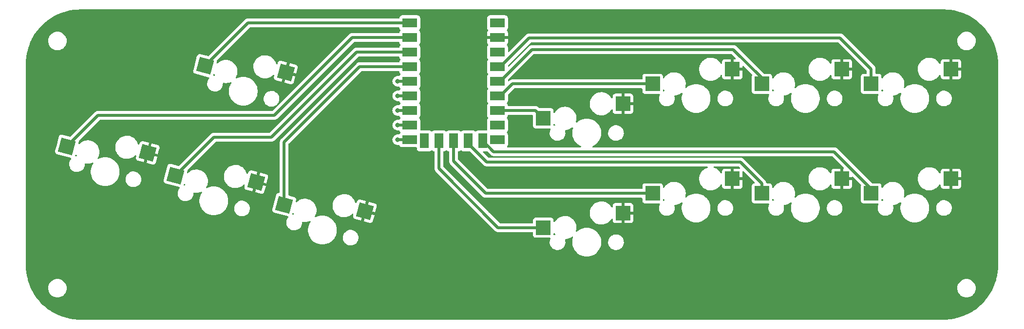
<source format=gbr>
%TF.GenerationSoftware,KiCad,Pcbnew,(6.0.1)*%
%TF.CreationDate,2023-06-02T16:05:18+02:00*%
%TF.ProjectId,cock,636f636b-2e6b-4696-9361-645f70636258,rev?*%
%TF.SameCoordinates,Original*%
%TF.FileFunction,Copper,L2,Bot*%
%TF.FilePolarity,Positive*%
%FSLAX46Y46*%
G04 Gerber Fmt 4.6, Leading zero omitted, Abs format (unit mm)*
G04 Created by KiCad (PCBNEW (6.0.1)) date 2023-06-02 16:05:18*
%MOMM*%
%LPD*%
G01*
G04 APERTURE LIST*
G04 Aperture macros list*
%AMRotRect*
0 Rectangle, with rotation*
0 The origin of the aperture is its center*
0 $1 length*
0 $2 width*
0 $3 Rotation angle, in degrees counterclockwise*
0 Add horizontal line*
21,1,$1,$2,0,0,$3*%
G04 Aperture macros list end*
%TA.AperFunction,SMDPad,CuDef*%
%ADD10RotRect,2.550000X2.500000X345.000000*%
%TD*%
%TA.AperFunction,SMDPad,CuDef*%
%ADD11R,2.550000X2.500000*%
%TD*%
%TA.AperFunction,SMDPad,CuDef*%
%ADD12R,2.600000X1.600000*%
%TD*%
%TA.AperFunction,ConnectorPad*%
%ADD13R,2.600000X1.600000*%
%TD*%
%TA.AperFunction,ConnectorPad*%
%ADD14R,1.600000X2.600000*%
%TD*%
%TA.AperFunction,ViaPad*%
%ADD15C,0.800000*%
%TD*%
%TA.AperFunction,Conductor*%
%ADD16C,0.500000*%
%TD*%
%TA.AperFunction,Conductor*%
%ADD17C,0.250000*%
%TD*%
G04 APERTURE END LIST*
D10*
%TO.P,K3,1*%
%TO.N,GND*%
X109440474Y-74611069D03*
%TO.P,K3,2*%
%TO.N,/RIGHT*%
X95405001Y-73479876D03*
%TD*%
%TO.P,K4,1*%
%TO.N,GND*%
X71690474Y-64461069D03*
%TO.P,K4,2*%
%TO.N,/LEFT*%
X57655001Y-63329876D03*
%TD*%
%TO.P,K2,1*%
%TO.N,GND*%
X90560474Y-69541069D03*
%TO.P,K2,2*%
%TO.N,/DOWN*%
X76525001Y-68409876D03*
%TD*%
%TO.P,K1,1*%
%TO.N,GND*%
X95690474Y-50461069D03*
%TO.P,K1,2*%
%TO.N,/UP*%
X81655001Y-49329876D03*
%TD*%
D11*
%TO.P,K5,1*%
%TO.N,GND*%
X154290000Y-74920000D03*
%TO.P,K5,2*%
%TO.N,/B1*%
X140440000Y-77460000D03*
%TD*%
%TO.P,K6,1*%
%TO.N,GND*%
X173290000Y-68970000D03*
%TO.P,K6,2*%
%TO.N,/B2*%
X159440000Y-71510000D03*
%TD*%
%TO.P,K7,1*%
%TO.N,GND*%
X154290000Y-55920000D03*
%TO.P,K7,2*%
%TO.N,/B3*%
X140440000Y-58460000D03*
%TD*%
%TO.P,K8,1*%
%TO.N,GND*%
X173290000Y-49920000D03*
%TO.P,K8,2*%
%TO.N,/B4*%
X159440000Y-52460000D03*
%TD*%
%TO.P,K9,1*%
%TO.N,GND*%
X211290000Y-68970000D03*
%TO.P,K9,2*%
%TO.N,/R2*%
X197440000Y-71510000D03*
%TD*%
%TO.P,K10,1*%
%TO.N,GND*%
X211290000Y-49920000D03*
%TO.P,K10,2*%
%TO.N,/R1*%
X197440000Y-52460000D03*
%TD*%
%TO.P,K11,1*%
%TO.N,GND*%
X192290000Y-68970000D03*
%TO.P,K11,2*%
%TO.N,/L2*%
X178440000Y-71510000D03*
%TD*%
%TO.P,K12,1*%
%TO.N,GND*%
X192290000Y-49920000D03*
%TO.P,K12,2*%
%TO.N,/L1*%
X178440000Y-52460000D03*
%TD*%
D12*
%TO.P,RZ1,1,GP0*%
%TO.N,/UP*%
X117238000Y-41844000D03*
D13*
%TO.P,RZ1,2,GP1*%
%TO.N,/LEFT*%
X117238000Y-44384000D03*
%TO.P,RZ1,3,GP2*%
%TO.N,/DOWN*%
X117238000Y-46924000D03*
%TO.P,RZ1,4,GP3*%
%TO.N,/RIGHT*%
X117238000Y-49464000D03*
%TO.P,RZ1,5,GP4*%
%TO.N,/RS_CLICK*%
X117238000Y-52004000D03*
%TO.P,RZ1,6,GP5*%
%TO.N,/START*%
X117238000Y-54544000D03*
%TO.P,RZ1,7,GP6*%
%TO.N,/HOME*%
X117238000Y-57084000D03*
%TO.P,RZ1,8,GP7*%
%TO.N,/LS_CLICK*%
X117238000Y-59624000D03*
%TO.P,RZ1,9,GP8*%
%TO.N,/SELECT*%
X117238000Y-62164000D03*
D14*
%TO.P,RZ1,10,GP9*%
%TO.N,unconnected-(RZ1-Pad10)*%
X119778000Y-62374000D03*
%TO.P,RZ1,11,GP10*%
%TO.N,/B1*%
X122318000Y-62374000D03*
%TO.P,RZ1,12,GP11*%
%TO.N,/B2*%
X124858000Y-62374000D03*
%TO.P,RZ1,13,GP12*%
%TO.N,/L2*%
X127398000Y-62374000D03*
%TO.P,RZ1,14,GP13*%
%TO.N,/R2*%
X129938000Y-62374000D03*
D13*
%TO.P,RZ1,15,GP14*%
%TO.N,unconnected-(RZ1-Pad15)*%
X132478000Y-62164000D03*
%TO.P,RZ1,16,GP15*%
%TO.N,unconnected-(RZ1-Pad16)*%
X132478000Y-59624000D03*
%TO.P,RZ1,17,GP26*%
%TO.N,/B3*%
X132478000Y-57084000D03*
%TO.P,RZ1,18,GP27*%
%TO.N,/B4*%
X132478000Y-54544000D03*
%TO.P,RZ1,19,GP28*%
%TO.N,/L1*%
X132478000Y-52004000D03*
%TO.P,RZ1,20,GP29*%
%TO.N,/R1*%
X132478000Y-49464000D03*
%TO.P,RZ1,21,3V3*%
%TO.N,unconnected-(RZ1-Pad21)*%
X132478000Y-46924000D03*
%TO.P,RZ1,22,5V*%
%TO.N,unconnected-(RZ1-Pad22)*%
X132478000Y-41844000D03*
%TO.P,RZ1,23,GND*%
%TO.N,GND*%
X132478000Y-44384000D03*
%TD*%
D15*
%TO.N,/RS_CLICK*%
X115128000Y-52004000D03*
%TO.N,/LS_CLICK*%
X115128000Y-59624000D03*
%TO.N,GND*%
X135382000Y-44384000D03*
%TO.N,/SELECT*%
X115128000Y-62164000D03*
%TO.N,/START*%
X115128000Y-54544000D03*
%TO.N,/HOME*%
X115128000Y-57084000D03*
%TD*%
D16*
%TO.N,/RS_CLICK*%
X117238000Y-52004000D02*
X115128000Y-52004000D01*
%TO.N,/LS_CLICK*%
X117238000Y-59624000D02*
X115128000Y-59624000D01*
%TO.N,/UP*%
X81655001Y-49329876D02*
X89140877Y-41844000D01*
X89140877Y-41844000D02*
X117238000Y-41844000D01*
%TO.N,/DOWN*%
X76525001Y-68409876D02*
X83212877Y-61722000D01*
X83212877Y-61722000D02*
X93218000Y-61722000D01*
X93218000Y-61722000D02*
X108016000Y-46924000D01*
X108016000Y-46924000D02*
X117238000Y-46924000D01*
%TO.N,/RIGHT*%
X108524000Y-49464000D02*
X117238000Y-49464000D01*
X95405001Y-62582999D02*
X108524000Y-49464000D01*
X95405001Y-73479876D02*
X95405001Y-62582999D01*
%TO.N,/LEFT*%
X63072877Y-57912000D02*
X93726000Y-57912000D01*
X57655001Y-63329876D02*
X63072877Y-57912000D01*
X107254000Y-44384000D02*
X117238000Y-44384000D01*
X93726000Y-57912000D02*
X107254000Y-44384000D01*
D17*
%TO.N,GND*%
X132254000Y-44384000D02*
X135382000Y-44384000D01*
D16*
%TO.N,/B1*%
X132578000Y-77460000D02*
X122318000Y-67200000D01*
X122318000Y-67200000D02*
X122318000Y-62374000D01*
X140440000Y-77460000D02*
X132578000Y-77460000D01*
%TO.N,/B2*%
X130438000Y-71510000D02*
X159440000Y-71510000D01*
X124858000Y-65930000D02*
X130438000Y-71510000D01*
X124858000Y-62374000D02*
X124858000Y-65930000D01*
%TO.N,/B3*%
X139064000Y-57084000D02*
X140440000Y-58460000D01*
X132478000Y-57084000D02*
X139064000Y-57084000D01*
%TO.N,/B4*%
X135062000Y-52460000D02*
X159440000Y-52460000D01*
X132978000Y-54544000D02*
X135062000Y-52460000D01*
X132478000Y-54544000D02*
X132978000Y-54544000D01*
%TO.N,/R2*%
X197440000Y-70695978D02*
X197440000Y-71510000D01*
X131826000Y-64262000D02*
X191006022Y-64262000D01*
X191006022Y-64262000D02*
X197440000Y-70695978D01*
X129938000Y-62374000D02*
X131826000Y-64262000D01*
%TO.N,/R1*%
X132978000Y-49464000D02*
X137992000Y-44450000D01*
X132478000Y-49464000D02*
X132978000Y-49464000D01*
X197440000Y-49866000D02*
X197440000Y-52460000D01*
X192024000Y-44450000D02*
X197440000Y-49866000D01*
X137992000Y-44450000D02*
X192024000Y-44450000D01*
%TO.N,/L2*%
X127398000Y-62374000D02*
X127398000Y-62874000D01*
X174720000Y-66040000D02*
X178440000Y-69760000D01*
X127398000Y-62874000D02*
X130564000Y-66040000D01*
X130564000Y-66040000D02*
X174720000Y-66040000D01*
X178440000Y-69760000D02*
X178440000Y-71510000D01*
%TO.N,/L1*%
X173482000Y-46482000D02*
X178440000Y-51440000D01*
X178440000Y-51440000D02*
X178440000Y-52460000D01*
X138500000Y-46482000D02*
X173482000Y-46482000D01*
X132978000Y-52004000D02*
X138500000Y-46482000D01*
X132478000Y-52004000D02*
X132978000Y-52004000D01*
%TO.N,/SELECT*%
X117238000Y-62164000D02*
X115128000Y-62164000D01*
%TO.N,/START*%
X117238000Y-54544000D02*
X115382000Y-54544000D01*
X115382000Y-54544000D02*
X115128000Y-54544000D01*
%TO.N,/HOME*%
X117238000Y-57084000D02*
X115128000Y-57084000D01*
%TD*%
%TA.AperFunction,Conductor*%
%TO.N,GND*%
G36*
X209970057Y-39509500D02*
G01*
X209984858Y-39511805D01*
X209984861Y-39511805D01*
X209993730Y-39513186D01*
X210002632Y-39512022D01*
X210002634Y-39512022D01*
X210011974Y-39510800D01*
X210016810Y-39510168D01*
X210037103Y-39509166D01*
X210121046Y-39511804D01*
X210592050Y-39526606D01*
X210599950Y-39527103D01*
X210935627Y-39558834D01*
X211185729Y-39582475D01*
X211193564Y-39583465D01*
X211774718Y-39675510D01*
X211782486Y-39676993D01*
X212356707Y-39805347D01*
X212364374Y-39807315D01*
X212634915Y-39885914D01*
X212929399Y-39971470D01*
X212936902Y-39973908D01*
X213490528Y-40173225D01*
X213497856Y-40176127D01*
X214037876Y-40409814D01*
X214045008Y-40413170D01*
X214392513Y-40590233D01*
X214569277Y-40680299D01*
X214576213Y-40684112D01*
X215082669Y-40983629D01*
X215089352Y-40987871D01*
X215575985Y-41318586D01*
X215582376Y-41323228D01*
X216047315Y-41683872D01*
X216053394Y-41688902D01*
X216494756Y-42078015D01*
X216500526Y-42083434D01*
X216916566Y-42499474D01*
X216921985Y-42505244D01*
X217311098Y-42946606D01*
X217316128Y-42952685D01*
X217676772Y-43417624D01*
X217681414Y-43424015D01*
X218012129Y-43910648D01*
X218016371Y-43917331D01*
X218315888Y-44423787D01*
X218319701Y-44430723D01*
X218358169Y-44506221D01*
X218586830Y-44954992D01*
X218590186Y-44962124D01*
X218823873Y-45502144D01*
X218826775Y-45509472D01*
X219022496Y-46053108D01*
X219026088Y-46063085D01*
X219028530Y-46070601D01*
X219074738Y-46229649D01*
X219192685Y-46635626D01*
X219194653Y-46643293D01*
X219323007Y-47217514D01*
X219324490Y-47225282D01*
X219413239Y-47785620D01*
X219416534Y-47806427D01*
X219417525Y-47814271D01*
X219432312Y-47970705D01*
X219472897Y-48400050D01*
X219473394Y-48407950D01*
X219490596Y-48955332D01*
X219489158Y-48978673D01*
X219486814Y-48993730D01*
X219487978Y-49002632D01*
X219487978Y-49002635D01*
X219490936Y-49025251D01*
X219492000Y-49041589D01*
X219492000Y-83950672D01*
X219490500Y-83970056D01*
X219486814Y-83993730D01*
X219487978Y-84002632D01*
X219487978Y-84002634D01*
X219489832Y-84016808D01*
X219490834Y-84037104D01*
X219473394Y-84592050D01*
X219472897Y-84599950D01*
X219417526Y-85185720D01*
X219416534Y-85193573D01*
X219324491Y-85774711D01*
X219323007Y-85782486D01*
X219194653Y-86356707D01*
X219192685Y-86364374D01*
X219135158Y-86562384D01*
X219048954Y-86859102D01*
X219028534Y-86929387D01*
X219026092Y-86936902D01*
X218826775Y-87490528D01*
X218823873Y-87497856D01*
X218590186Y-88037876D01*
X218586830Y-88045008D01*
X218449473Y-88314586D01*
X218319701Y-88569277D01*
X218315888Y-88576213D01*
X218016371Y-89082669D01*
X218012129Y-89089352D01*
X217681414Y-89575985D01*
X217676772Y-89582376D01*
X217316128Y-90047315D01*
X217311098Y-90053394D01*
X216921985Y-90494756D01*
X216916566Y-90500526D01*
X216500526Y-90916566D01*
X216494756Y-90921985D01*
X216053394Y-91311098D01*
X216047315Y-91316128D01*
X215582376Y-91676772D01*
X215575985Y-91681414D01*
X215089352Y-92012129D01*
X215082669Y-92016371D01*
X214576213Y-92315888D01*
X214569277Y-92319701D01*
X214045008Y-92586830D01*
X214037876Y-92590186D01*
X213497856Y-92823873D01*
X213490528Y-92826775D01*
X212936902Y-93026092D01*
X212929399Y-93028530D01*
X212634915Y-93114086D01*
X212364374Y-93192685D01*
X212356707Y-93194653D01*
X211782486Y-93323007D01*
X211774718Y-93324490D01*
X211193564Y-93416535D01*
X211185729Y-93417525D01*
X210935627Y-93441166D01*
X210599950Y-93472897D01*
X210592050Y-93473394D01*
X210044668Y-93490596D01*
X210021327Y-93489158D01*
X210017589Y-93488576D01*
X210006270Y-93486814D01*
X209997368Y-93487978D01*
X209997365Y-93487978D01*
X209974749Y-93490936D01*
X209958411Y-93492000D01*
X60049328Y-93492000D01*
X60029943Y-93490500D01*
X60015142Y-93488195D01*
X60015139Y-93488195D01*
X60006270Y-93486814D01*
X59997368Y-93487978D01*
X59997366Y-93487978D01*
X59988345Y-93489158D01*
X59983190Y-93489832D01*
X59962897Y-93490834D01*
X59872017Y-93487978D01*
X59407950Y-93473394D01*
X59400050Y-93472897D01*
X59064373Y-93441166D01*
X58814271Y-93417525D01*
X58806436Y-93416535D01*
X58225282Y-93324490D01*
X58217514Y-93323007D01*
X57643293Y-93194653D01*
X57635626Y-93192685D01*
X57365085Y-93114086D01*
X57070601Y-93028530D01*
X57063098Y-93026092D01*
X56509472Y-92826775D01*
X56502144Y-92823873D01*
X55962124Y-92590186D01*
X55954992Y-92586830D01*
X55430723Y-92319701D01*
X55423787Y-92315888D01*
X54917331Y-92016371D01*
X54910648Y-92012129D01*
X54424015Y-91681414D01*
X54417624Y-91676772D01*
X53952685Y-91316128D01*
X53946606Y-91311098D01*
X53505244Y-90921985D01*
X53499474Y-90916566D01*
X53083434Y-90500526D01*
X53078015Y-90494756D01*
X52688902Y-90053394D01*
X52683872Y-90047315D01*
X52323228Y-89582376D01*
X52318586Y-89575985D01*
X51987871Y-89089352D01*
X51983629Y-89082669D01*
X51684112Y-88576213D01*
X51680299Y-88569277D01*
X51550527Y-88314586D01*
X51413170Y-88045008D01*
X51409814Y-88037876D01*
X51393424Y-88000000D01*
X54386526Y-88000000D01*
X54406391Y-88252403D01*
X54407545Y-88257210D01*
X54407546Y-88257216D01*
X54445179Y-88413968D01*
X54465495Y-88498591D01*
X54562384Y-88732502D01*
X54694672Y-88948376D01*
X54859102Y-89140898D01*
X55051624Y-89305328D01*
X55267498Y-89437616D01*
X55272068Y-89439509D01*
X55272072Y-89439511D01*
X55496836Y-89532611D01*
X55501409Y-89534505D01*
X55586032Y-89554821D01*
X55742784Y-89592454D01*
X55742790Y-89592455D01*
X55747597Y-89593609D01*
X55847416Y-89601465D01*
X55934345Y-89608307D01*
X55934352Y-89608307D01*
X55936801Y-89608500D01*
X56063199Y-89608500D01*
X56065648Y-89608307D01*
X56065655Y-89608307D01*
X56152584Y-89601465D01*
X56252403Y-89593609D01*
X56257210Y-89592455D01*
X56257216Y-89592454D01*
X56413968Y-89554821D01*
X56498591Y-89534505D01*
X56503164Y-89532611D01*
X56727928Y-89439511D01*
X56727932Y-89439509D01*
X56732502Y-89437616D01*
X56948376Y-89305328D01*
X57140898Y-89140898D01*
X57305328Y-88948376D01*
X57437616Y-88732502D01*
X57534505Y-88498591D01*
X57554821Y-88413968D01*
X57592454Y-88257216D01*
X57592455Y-88257210D01*
X57593609Y-88252403D01*
X57613474Y-88000000D01*
X212386526Y-88000000D01*
X212406391Y-88252403D01*
X212407545Y-88257210D01*
X212407546Y-88257216D01*
X212445179Y-88413968D01*
X212465495Y-88498591D01*
X212562384Y-88732502D01*
X212694672Y-88948376D01*
X212859102Y-89140898D01*
X213051624Y-89305328D01*
X213267498Y-89437616D01*
X213272068Y-89439509D01*
X213272072Y-89439511D01*
X213496836Y-89532611D01*
X213501409Y-89534505D01*
X213586032Y-89554821D01*
X213742784Y-89592454D01*
X213742790Y-89592455D01*
X213747597Y-89593609D01*
X213847416Y-89601465D01*
X213934345Y-89608307D01*
X213934352Y-89608307D01*
X213936801Y-89608500D01*
X214063199Y-89608500D01*
X214065648Y-89608307D01*
X214065655Y-89608307D01*
X214152584Y-89601465D01*
X214252403Y-89593609D01*
X214257210Y-89592455D01*
X214257216Y-89592454D01*
X214413968Y-89554821D01*
X214498591Y-89534505D01*
X214503164Y-89532611D01*
X214727928Y-89439511D01*
X214727932Y-89439509D01*
X214732502Y-89437616D01*
X214948376Y-89305328D01*
X215140898Y-89140898D01*
X215305328Y-88948376D01*
X215437616Y-88732502D01*
X215534505Y-88498591D01*
X215554821Y-88413968D01*
X215592454Y-88257216D01*
X215592455Y-88257210D01*
X215593609Y-88252403D01*
X215613474Y-88000000D01*
X215593609Y-87747597D01*
X215534505Y-87501409D01*
X215531535Y-87494238D01*
X215439511Y-87272072D01*
X215439509Y-87272068D01*
X215437616Y-87267498D01*
X215305328Y-87051624D01*
X215140898Y-86859102D01*
X214948376Y-86694672D01*
X214732502Y-86562384D01*
X214727932Y-86560491D01*
X214727928Y-86560489D01*
X214503164Y-86467389D01*
X214503162Y-86467388D01*
X214498591Y-86465495D01*
X214413968Y-86445179D01*
X214257216Y-86407546D01*
X214257210Y-86407545D01*
X214252403Y-86406391D01*
X214152584Y-86398535D01*
X214065655Y-86391693D01*
X214065648Y-86391693D01*
X214063199Y-86391500D01*
X213936801Y-86391500D01*
X213934352Y-86391693D01*
X213934345Y-86391693D01*
X213847416Y-86398535D01*
X213747597Y-86406391D01*
X213742790Y-86407545D01*
X213742784Y-86407546D01*
X213586032Y-86445179D01*
X213501409Y-86465495D01*
X213496838Y-86467388D01*
X213496836Y-86467389D01*
X213272072Y-86560489D01*
X213272068Y-86560491D01*
X213267498Y-86562384D01*
X213051624Y-86694672D01*
X212859102Y-86859102D01*
X212694672Y-87051624D01*
X212562384Y-87267498D01*
X212560491Y-87272068D01*
X212560489Y-87272072D01*
X212468465Y-87494238D01*
X212465495Y-87501409D01*
X212406391Y-87747597D01*
X212386526Y-88000000D01*
X57613474Y-88000000D01*
X57593609Y-87747597D01*
X57534505Y-87501409D01*
X57531535Y-87494238D01*
X57439511Y-87272072D01*
X57439509Y-87272068D01*
X57437616Y-87267498D01*
X57305328Y-87051624D01*
X57140898Y-86859102D01*
X56948376Y-86694672D01*
X56732502Y-86562384D01*
X56727932Y-86560491D01*
X56727928Y-86560489D01*
X56503164Y-86467389D01*
X56503162Y-86467388D01*
X56498591Y-86465495D01*
X56413968Y-86445179D01*
X56257216Y-86407546D01*
X56257210Y-86407545D01*
X56252403Y-86406391D01*
X56152584Y-86398535D01*
X56065655Y-86391693D01*
X56065648Y-86391693D01*
X56063199Y-86391500D01*
X55936801Y-86391500D01*
X55934352Y-86391693D01*
X55934345Y-86391693D01*
X55847416Y-86398535D01*
X55747597Y-86406391D01*
X55742790Y-86407545D01*
X55742784Y-86407546D01*
X55586032Y-86445179D01*
X55501409Y-86465495D01*
X55496838Y-86467388D01*
X55496836Y-86467389D01*
X55272072Y-86560489D01*
X55272068Y-86560491D01*
X55267498Y-86562384D01*
X55051624Y-86694672D01*
X54859102Y-86859102D01*
X54694672Y-87051624D01*
X54562384Y-87267498D01*
X54560491Y-87272068D01*
X54560489Y-87272072D01*
X54468465Y-87494238D01*
X54465495Y-87501409D01*
X54406391Y-87747597D01*
X54386526Y-88000000D01*
X51393424Y-88000000D01*
X51176127Y-87497856D01*
X51173225Y-87490528D01*
X50973908Y-86936902D01*
X50971466Y-86929387D01*
X50951047Y-86859102D01*
X50864842Y-86562384D01*
X50807315Y-86364374D01*
X50805347Y-86356707D01*
X50676993Y-85782486D01*
X50675509Y-85774711D01*
X50583466Y-85193573D01*
X50582474Y-85185720D01*
X50527103Y-84599950D01*
X50526606Y-84592050D01*
X50509404Y-84044668D01*
X50510842Y-84021327D01*
X50511804Y-84015145D01*
X50513186Y-84006270D01*
X50511547Y-83993730D01*
X50509064Y-83974749D01*
X50508000Y-83958411D01*
X50508000Y-64183985D01*
X55586721Y-64183985D01*
X55600809Y-64328960D01*
X55655020Y-64464153D01*
X55744995Y-64578698D01*
X55752297Y-64583916D01*
X55752298Y-64583917D01*
X55850847Y-64654341D01*
X55863504Y-64663386D01*
X55870871Y-64666243D01*
X55870872Y-64666244D01*
X55918641Y-64684772D01*
X55918645Y-64684773D01*
X55921818Y-64686004D01*
X58255920Y-65311425D01*
X58303000Y-65324040D01*
X58363623Y-65360992D01*
X58394644Y-65424852D01*
X58386216Y-65495347D01*
X58370313Y-65520454D01*
X58371285Y-65521177D01*
X58273412Y-65652724D01*
X58233576Y-65706265D01*
X58231161Y-65711015D01*
X58144289Y-65881880D01*
X58129020Y-65911911D01*
X58110787Y-65970630D01*
X58062192Y-66127129D01*
X58062191Y-66127135D01*
X58060608Y-66132232D01*
X58050644Y-66207409D01*
X58033759Y-66334812D01*
X58030297Y-66360931D01*
X58030497Y-66366261D01*
X58030497Y-66366262D01*
X58032045Y-66407508D01*
X58038951Y-66591467D01*
X58086325Y-66817249D01*
X58171064Y-67031821D01*
X58241814Y-67148413D01*
X58286177Y-67221521D01*
X58290744Y-67229048D01*
X58294241Y-67233078D01*
X58428285Y-67387550D01*
X58441944Y-67403291D01*
X58451396Y-67411041D01*
X58616212Y-67546183D01*
X58616218Y-67546187D01*
X58620340Y-67549567D01*
X58820832Y-67663693D01*
X58825848Y-67665514D01*
X58825853Y-67665516D01*
X59032672Y-67740588D01*
X59032676Y-67740589D01*
X59037687Y-67742408D01*
X59042936Y-67743357D01*
X59042939Y-67743358D01*
X59260620Y-67782721D01*
X59260627Y-67782722D01*
X59264704Y-67783459D01*
X59282441Y-67784295D01*
X59287389Y-67784529D01*
X59287396Y-67784529D01*
X59288877Y-67784599D01*
X59451022Y-67784599D01*
X59518741Y-67778853D01*
X59617659Y-67770460D01*
X59617663Y-67770459D01*
X59622970Y-67770009D01*
X59628125Y-67768671D01*
X59628131Y-67768670D01*
X59841100Y-67713394D01*
X59841104Y-67713393D01*
X59846269Y-67712052D01*
X59851135Y-67709860D01*
X59851138Y-67709859D01*
X60051746Y-67619492D01*
X60056612Y-67617300D01*
X60061032Y-67614324D01*
X60061036Y-67614322D01*
X60214599Y-67510936D01*
X60247982Y-67488461D01*
X60414909Y-67329221D01*
X60478097Y-67244293D01*
X60549434Y-67148413D01*
X60549436Y-67148410D01*
X60552618Y-67144133D01*
X60608776Y-67033678D01*
X60654755Y-66943245D01*
X60654755Y-66943244D01*
X60657174Y-66938487D01*
X60699977Y-66800640D01*
X60724002Y-66723269D01*
X60724003Y-66723263D01*
X60725586Y-66718166D01*
X60746284Y-66561997D01*
X60755197Y-66494752D01*
X60755197Y-66494747D01*
X60755897Y-66489467D01*
X60752712Y-66404631D01*
X60770144Y-66335810D01*
X60822018Y-66287337D01*
X60896159Y-66275132D01*
X60983004Y-66287337D01*
X61136775Y-66308948D01*
X61347369Y-66308948D01*
X61349555Y-66308795D01*
X61349559Y-66308795D01*
X61553050Y-66294566D01*
X61553055Y-66294565D01*
X61557435Y-66294259D01*
X61832193Y-66235857D01*
X61836322Y-66234354D01*
X61836326Y-66234353D01*
X62080483Y-66145487D01*
X62151336Y-66140984D01*
X62213377Y-66175502D01*
X62246906Y-66238082D01*
X62241280Y-66308856D01*
X62225514Y-66337948D01*
X62182976Y-66396496D01*
X62181069Y-66399965D01*
X62181067Y-66399968D01*
X62033187Y-66668961D01*
X62031284Y-66672423D01*
X61915370Y-66965187D01*
X61837064Y-67270170D01*
X61797600Y-67582562D01*
X61797600Y-67897438D01*
X61837064Y-68209830D01*
X61915370Y-68514813D01*
X62031284Y-68807577D01*
X62033186Y-68811036D01*
X62033187Y-68811039D01*
X62134796Y-68995864D01*
X62182976Y-69083504D01*
X62253417Y-69180458D01*
X62361114Y-69328690D01*
X62368055Y-69338244D01*
X62583602Y-69567778D01*
X62826218Y-69768487D01*
X63092076Y-69937206D01*
X63095655Y-69938890D01*
X63095662Y-69938894D01*
X63373394Y-70069584D01*
X63373398Y-70069586D01*
X63376984Y-70071273D01*
X63380756Y-70072499D01*
X63380757Y-70072499D01*
X63504960Y-70112855D01*
X63676448Y-70168575D01*
X63985746Y-70227577D01*
X64079300Y-70233463D01*
X64219358Y-70242275D01*
X64219374Y-70242276D01*
X64221353Y-70242400D01*
X64378647Y-70242400D01*
X64380626Y-70242276D01*
X64380642Y-70242275D01*
X64520700Y-70233463D01*
X64614254Y-70227577D01*
X64923552Y-70168575D01*
X65095040Y-70112855D01*
X65219243Y-70072499D01*
X65219244Y-70072499D01*
X65223016Y-70071273D01*
X65226602Y-70069586D01*
X65226606Y-70069584D01*
X65504338Y-69938894D01*
X65504345Y-69938890D01*
X65507924Y-69937206D01*
X65773782Y-69768487D01*
X66016398Y-69567778D01*
X66231945Y-69338244D01*
X66238887Y-69328690D01*
X66346583Y-69180458D01*
X66417024Y-69083504D01*
X66465205Y-68995864D01*
X66468136Y-68990533D01*
X67844103Y-68990533D01*
X67852757Y-69221069D01*
X67900131Y-69446851D01*
X67984870Y-69661423D01*
X68104550Y-69858650D01*
X68108047Y-69862680D01*
X68247780Y-70023708D01*
X68255750Y-70032893D01*
X68276971Y-70050293D01*
X68430018Y-70175785D01*
X68430024Y-70175789D01*
X68434146Y-70179169D01*
X68634638Y-70293295D01*
X68639654Y-70295116D01*
X68639659Y-70295118D01*
X68846478Y-70370190D01*
X68846482Y-70370191D01*
X68851493Y-70372010D01*
X68856742Y-70372959D01*
X68856745Y-70372960D01*
X69074426Y-70412323D01*
X69074433Y-70412324D01*
X69078510Y-70413061D01*
X69096247Y-70413897D01*
X69101195Y-70414131D01*
X69101202Y-70414131D01*
X69102683Y-70414201D01*
X69264828Y-70414201D01*
X69331784Y-70408520D01*
X69431465Y-70400062D01*
X69431469Y-70400061D01*
X69436776Y-70399611D01*
X69441931Y-70398273D01*
X69441937Y-70398272D01*
X69654906Y-70342996D01*
X69654910Y-70342995D01*
X69660075Y-70341654D01*
X69664941Y-70339462D01*
X69664944Y-70339461D01*
X69865552Y-70249094D01*
X69870418Y-70246902D01*
X69874838Y-70243926D01*
X69874842Y-70243924D01*
X69988583Y-70167348D01*
X70061788Y-70118063D01*
X70228715Y-69958823D01*
X70284423Y-69883949D01*
X70363240Y-69778015D01*
X70363242Y-69778012D01*
X70366424Y-69773735D01*
X70422258Y-69663917D01*
X70468561Y-69572847D01*
X70468561Y-69572846D01*
X70470980Y-69568089D01*
X70517804Y-69417292D01*
X70537808Y-69352871D01*
X70537809Y-69352865D01*
X70539392Y-69347768D01*
X70554000Y-69237548D01*
X70569003Y-69124354D01*
X70569003Y-69124349D01*
X70569703Y-69119069D01*
X70561049Y-68888533D01*
X70513675Y-68662751D01*
X70503793Y-68637727D01*
X70465796Y-68541513D01*
X70428936Y-68448179D01*
X70309256Y-68250952D01*
X70269511Y-68205150D01*
X70161556Y-68080742D01*
X70161554Y-68080740D01*
X70158056Y-68076709D01*
X70073045Y-68007004D01*
X69983788Y-67933817D01*
X69983782Y-67933813D01*
X69979660Y-67930433D01*
X69779168Y-67816307D01*
X69774152Y-67814486D01*
X69774147Y-67814484D01*
X69567328Y-67739412D01*
X69567324Y-67739411D01*
X69562313Y-67737592D01*
X69557064Y-67736643D01*
X69557061Y-67736642D01*
X69339380Y-67697279D01*
X69339373Y-67697278D01*
X69335296Y-67696541D01*
X69317559Y-67695705D01*
X69312611Y-67695471D01*
X69312604Y-67695471D01*
X69311123Y-67695401D01*
X69148978Y-67695401D01*
X69082022Y-67701082D01*
X68982341Y-67709540D01*
X68982337Y-67709541D01*
X68977030Y-67709991D01*
X68971875Y-67711329D01*
X68971869Y-67711330D01*
X68758900Y-67766606D01*
X68758896Y-67766607D01*
X68753731Y-67767948D01*
X68748865Y-67770140D01*
X68748862Y-67770141D01*
X68548254Y-67860508D01*
X68543388Y-67862700D01*
X68538968Y-67865676D01*
X68538964Y-67865678D01*
X68491790Y-67897438D01*
X68352018Y-67991539D01*
X68185091Y-68150779D01*
X68181903Y-68155064D01*
X68074310Y-68299675D01*
X68047382Y-68335867D01*
X68044967Y-68340617D01*
X67990280Y-68448179D01*
X67942826Y-68541513D01*
X67919664Y-68616107D01*
X67875998Y-68756731D01*
X67875997Y-68756737D01*
X67874414Y-68761834D01*
X67844103Y-68990533D01*
X66468136Y-68990533D01*
X66566813Y-68811039D01*
X66566814Y-68811036D01*
X66568716Y-68807577D01*
X66684630Y-68514813D01*
X66762936Y-68209830D01*
X66802400Y-67897438D01*
X66802400Y-67582562D01*
X66762936Y-67270170D01*
X66684630Y-66965187D01*
X66568716Y-66672423D01*
X66566813Y-66668961D01*
X66418933Y-66399968D01*
X66418931Y-66399965D01*
X66417024Y-66396496D01*
X66300313Y-66235857D01*
X66279644Y-66207409D01*
X71485504Y-66207409D01*
X71485882Y-66223285D01*
X71486915Y-66224811D01*
X71493900Y-66228412D01*
X72510182Y-66500724D01*
X72516842Y-66502127D01*
X72567422Y-66509958D01*
X72583085Y-66510402D01*
X72711120Y-66497960D01*
X72728392Y-66493750D01*
X72846786Y-66446276D01*
X72862176Y-66437391D01*
X72962487Y-66358596D01*
X72974770Y-66345741D01*
X73049561Y-66241084D01*
X73057010Y-66227292D01*
X73075519Y-66179574D01*
X73077631Y-66173114D01*
X73342292Y-65185385D01*
X73341914Y-65169509D01*
X73340881Y-65167983D01*
X73333896Y-65164382D01*
X71887576Y-64776842D01*
X71871700Y-64777220D01*
X71870174Y-64778253D01*
X71866573Y-64785238D01*
X71485504Y-66207409D01*
X66279644Y-66207409D01*
X66234273Y-66144960D01*
X66234272Y-66144958D01*
X66231945Y-66141756D01*
X66016398Y-65912222D01*
X65773782Y-65711513D01*
X65507924Y-65542794D01*
X65504345Y-65541110D01*
X65504338Y-65541106D01*
X65226606Y-65410416D01*
X65226602Y-65410414D01*
X65223016Y-65408727D01*
X64923552Y-65311425D01*
X64614254Y-65252423D01*
X64520700Y-65246537D01*
X64380642Y-65237725D01*
X64380626Y-65237724D01*
X64378647Y-65237600D01*
X64221353Y-65237600D01*
X64219374Y-65237724D01*
X64219358Y-65237725D01*
X64079300Y-65246537D01*
X63985746Y-65252423D01*
X63676448Y-65311425D01*
X63376984Y-65408727D01*
X63373398Y-65410414D01*
X63373394Y-65410416D01*
X63163552Y-65509160D01*
X63093398Y-65520066D01*
X63028485Y-65491313D01*
X62989421Y-65432029D01*
X62988610Y-65361037D01*
X63000785Y-65332152D01*
X63078260Y-65197961D01*
X63086859Y-65183067D01*
X63192085Y-64922624D01*
X63213252Y-64837728D01*
X63258976Y-64654341D01*
X63258977Y-64654336D01*
X63260040Y-64650072D01*
X63263582Y-64616379D01*
X63288942Y-64375084D01*
X63288942Y-64375081D01*
X63289401Y-64370715D01*
X63287631Y-64320025D01*
X63279752Y-64094387D01*
X63279751Y-64094381D01*
X63279598Y-64089990D01*
X63271250Y-64042642D01*
X63231583Y-63817684D01*
X63230821Y-63813361D01*
X63144020Y-63546213D01*
X63138985Y-63535888D01*
X63082574Y-63420230D01*
X66056074Y-63420230D01*
X66056227Y-63424618D01*
X66056227Y-63424624D01*
X66065031Y-63676719D01*
X66065877Y-63700955D01*
X66066639Y-63705278D01*
X66066640Y-63705285D01*
X66081880Y-63791715D01*
X66114654Y-63977584D01*
X66201455Y-64244732D01*
X66203383Y-64248685D01*
X66203385Y-64248690D01*
X66218580Y-64279843D01*
X66324592Y-64497199D01*
X66327047Y-64500838D01*
X66327050Y-64500844D01*
X66383084Y-64583917D01*
X66481667Y-64730073D01*
X66484612Y-64733344D01*
X66484613Y-64733345D01*
X66559968Y-64817035D01*
X66669623Y-64938819D01*
X66672985Y-64941640D01*
X66672986Y-64941641D01*
X66675285Y-64943570D01*
X66884802Y-65119376D01*
X67123016Y-65268228D01*
X67256736Y-65327764D01*
X67331367Y-65360992D01*
X67379627Y-65382479D01*
X67383855Y-65383691D01*
X67383854Y-65383691D01*
X67631560Y-65454719D01*
X67649642Y-65459904D01*
X67653992Y-65460515D01*
X67653995Y-65460516D01*
X67738129Y-65472340D01*
X67927804Y-65498997D01*
X68138398Y-65498997D01*
X68140584Y-65498844D01*
X68140588Y-65498844D01*
X68344079Y-65484615D01*
X68344084Y-65484614D01*
X68348464Y-65484308D01*
X68623222Y-65425906D01*
X68627351Y-65424403D01*
X68627355Y-65424402D01*
X68883033Y-65331343D01*
X68883037Y-65331341D01*
X68887178Y-65329834D01*
X69135194Y-65197961D01*
X69150447Y-65186879D01*
X69358881Y-65035444D01*
X69358884Y-65035441D01*
X69362444Y-65032855D01*
X69374954Y-65020775D01*
X69479363Y-64919948D01*
X69542260Y-64887016D01*
X69612976Y-64893316D01*
X69669061Y-64936848D01*
X69692707Y-65003791D01*
X69688597Y-65043196D01*
X69633141Y-65250159D01*
X69631738Y-65256819D01*
X69623907Y-65307398D01*
X69623463Y-65323061D01*
X69635905Y-65451096D01*
X69640115Y-65468368D01*
X69687589Y-65586762D01*
X69696474Y-65602152D01*
X69775270Y-65702463D01*
X69788125Y-65714748D01*
X69892781Y-65789538D01*
X69906575Y-65796988D01*
X69954287Y-65815494D01*
X69960752Y-65817607D01*
X70972628Y-66088738D01*
X70988504Y-66088360D01*
X70990030Y-66087327D01*
X70993631Y-66080342D01*
X71451724Y-64370715D01*
X71480327Y-64263967D01*
X72006247Y-64263967D01*
X72006625Y-64279843D01*
X72007658Y-64281369D01*
X72014643Y-64284970D01*
X73460962Y-64672510D01*
X73476838Y-64672132D01*
X73478364Y-64671099D01*
X73481965Y-64664114D01*
X73747807Y-63671979D01*
X73749210Y-63665319D01*
X73757041Y-63614740D01*
X73757485Y-63599077D01*
X73745043Y-63471042D01*
X73740833Y-63453770D01*
X73693359Y-63335376D01*
X73684474Y-63319986D01*
X73605678Y-63219675D01*
X73592823Y-63207390D01*
X73488167Y-63132600D01*
X73474373Y-63125150D01*
X73426661Y-63106644D01*
X73420196Y-63104531D01*
X72408320Y-62833400D01*
X72392444Y-62833778D01*
X72390918Y-62834811D01*
X72387317Y-62841796D01*
X72006247Y-64263967D01*
X71480327Y-64263967D01*
X71895444Y-62714729D01*
X71895066Y-62698853D01*
X71894033Y-62697327D01*
X71887048Y-62693726D01*
X70870766Y-62421414D01*
X70864106Y-62420011D01*
X70813526Y-62412180D01*
X70797863Y-62411736D01*
X70669828Y-62424178D01*
X70652556Y-62428388D01*
X70534162Y-62475862D01*
X70518772Y-62484747D01*
X70418461Y-62563542D01*
X70406178Y-62576397D01*
X70331387Y-62681054D01*
X70323938Y-62694846D01*
X70305429Y-62742564D01*
X70303317Y-62749024D01*
X70248845Y-62952319D01*
X70211893Y-63012942D01*
X70148033Y-63043963D01*
X70077538Y-63035535D01*
X70022791Y-62990332D01*
X70007305Y-62958644D01*
X69936410Y-62740451D01*
X69935049Y-62736262D01*
X69917824Y-62700944D01*
X69839949Y-62541279D01*
X69811912Y-62483795D01*
X69809457Y-62480156D01*
X69809454Y-62480150D01*
X69728007Y-62359400D01*
X69654837Y-62250921D01*
X69567301Y-62153702D01*
X69469818Y-62045437D01*
X69466881Y-62042175D01*
X69251702Y-61861618D01*
X69013488Y-61712766D01*
X68820981Y-61627056D01*
X68760891Y-61600302D01*
X68760889Y-61600301D01*
X68756877Y-61598515D01*
X68486862Y-61521090D01*
X68482512Y-61520479D01*
X68482509Y-61520478D01*
X68379562Y-61506010D01*
X68208700Y-61481997D01*
X67998106Y-61481997D01*
X67995920Y-61482150D01*
X67995916Y-61482150D01*
X67792425Y-61496379D01*
X67792420Y-61496380D01*
X67788040Y-61496686D01*
X67513282Y-61555088D01*
X67509153Y-61556591D01*
X67509149Y-61556592D01*
X67253471Y-61649651D01*
X67253467Y-61649653D01*
X67249326Y-61651160D01*
X67001310Y-61783033D01*
X66997751Y-61785619D01*
X66997749Y-61785620D01*
X66893147Y-61861618D01*
X66774060Y-61948139D01*
X66770896Y-61951195D01*
X66770893Y-61951197D01*
X66743043Y-61978092D01*
X66572000Y-62143266D01*
X66437523Y-62315389D01*
X66407414Y-62353928D01*
X66399064Y-62364615D01*
X66396868Y-62368419D01*
X66396863Y-62368426D01*
X66308814Y-62520932D01*
X66258616Y-62607878D01*
X66153390Y-62868321D01*
X66152325Y-62872594D01*
X66152324Y-62872596D01*
X66087498Y-63132600D01*
X66085435Y-63140873D01*
X66084976Y-63145241D01*
X66084975Y-63145246D01*
X66060414Y-63378939D01*
X66056074Y-63420230D01*
X63082574Y-63420230D01*
X63065225Y-63384660D01*
X63020883Y-63293746D01*
X63018428Y-63290107D01*
X63018425Y-63290101D01*
X62917769Y-63140873D01*
X62863808Y-63060872D01*
X62840995Y-63035535D01*
X62716214Y-62896953D01*
X62675852Y-62852126D01*
X62460673Y-62671569D01*
X62222459Y-62522717D01*
X62034087Y-62438848D01*
X61969862Y-62410253D01*
X61969860Y-62410252D01*
X61965848Y-62408466D01*
X61750485Y-62346712D01*
X61700060Y-62332253D01*
X61700059Y-62332253D01*
X61695833Y-62331041D01*
X61691483Y-62330430D01*
X61691480Y-62330429D01*
X61584463Y-62315389D01*
X61417671Y-62291948D01*
X61207077Y-62291948D01*
X61204891Y-62292101D01*
X61204887Y-62292101D01*
X61001396Y-62306330D01*
X61001391Y-62306331D01*
X60997011Y-62306637D01*
X60722253Y-62365039D01*
X60718124Y-62366542D01*
X60718120Y-62366543D01*
X60462442Y-62459602D01*
X60462438Y-62459604D01*
X60458297Y-62461111D01*
X60210281Y-62592984D01*
X60206722Y-62595570D01*
X60206720Y-62595571D01*
X59998195Y-62747073D01*
X59983031Y-62758090D01*
X59979867Y-62761146D01*
X59979864Y-62761148D01*
X59866812Y-62870321D01*
X59803915Y-62903253D01*
X59733199Y-62896953D01*
X59677114Y-62853421D01*
X59653468Y-62786478D01*
X59657578Y-62747073D01*
X59658786Y-62742564D01*
X59713712Y-62537579D01*
X59723281Y-62475767D01*
X59716503Y-62406022D01*
X59729822Y-62336288D01*
X59752817Y-62304741D01*
X63350153Y-58707405D01*
X63412465Y-58673379D01*
X63439248Y-58670500D01*
X93658930Y-58670500D01*
X93677880Y-58671933D01*
X93692115Y-58674099D01*
X93692119Y-58674099D01*
X93699349Y-58675199D01*
X93706641Y-58674606D01*
X93706644Y-58674606D01*
X93752018Y-58670915D01*
X93762233Y-58670500D01*
X93770293Y-58670500D01*
X93785501Y-58668727D01*
X93798507Y-58667211D01*
X93802882Y-58666778D01*
X93868339Y-58661454D01*
X93868342Y-58661453D01*
X93875637Y-58660860D01*
X93882601Y-58658604D01*
X93888560Y-58657413D01*
X93894415Y-58656029D01*
X93901681Y-58655182D01*
X93970327Y-58630265D01*
X93974455Y-58628848D01*
X94036936Y-58608607D01*
X94036938Y-58608606D01*
X94043899Y-58606351D01*
X94050154Y-58602555D01*
X94055628Y-58600049D01*
X94061058Y-58597330D01*
X94067937Y-58594833D01*
X94074058Y-58590820D01*
X94128976Y-58554814D01*
X94132680Y-58552477D01*
X94195107Y-58514595D01*
X94203484Y-58507197D01*
X94203508Y-58507224D01*
X94206500Y-58504571D01*
X94209733Y-58501868D01*
X94215852Y-58497856D01*
X94269128Y-58441617D01*
X94271506Y-58439175D01*
X107531276Y-45179405D01*
X107593588Y-45145379D01*
X107620371Y-45142500D01*
X115306709Y-45142500D01*
X115374830Y-45162502D01*
X115421323Y-45216158D01*
X115431972Y-45254892D01*
X115436255Y-45294316D01*
X115487385Y-45430705D01*
X115574739Y-45547261D01*
X115582628Y-45553174D01*
X115583155Y-45553878D01*
X115588269Y-45558992D01*
X115587531Y-45559730D01*
X115625143Y-45610031D01*
X115630170Y-45680849D01*
X115596112Y-45743143D01*
X115582633Y-45754823D01*
X115574739Y-45760739D01*
X115487385Y-45877295D01*
X115436255Y-46013684D01*
X115435402Y-46021540D01*
X115431972Y-46053108D01*
X115404730Y-46118670D01*
X115346366Y-46159096D01*
X115306709Y-46165500D01*
X108083069Y-46165500D01*
X108064121Y-46164067D01*
X108056780Y-46162950D01*
X108049883Y-46161901D01*
X108049881Y-46161901D01*
X108042651Y-46160801D01*
X108035359Y-46161394D01*
X108035356Y-46161394D01*
X107989982Y-46165085D01*
X107979767Y-46165500D01*
X107971707Y-46165500D01*
X107958417Y-46167049D01*
X107943493Y-46168789D01*
X107939118Y-46169222D01*
X107873661Y-46174546D01*
X107873658Y-46174547D01*
X107866363Y-46175140D01*
X107859399Y-46177396D01*
X107853440Y-46178587D01*
X107847585Y-46179971D01*
X107840319Y-46180818D01*
X107771673Y-46205735D01*
X107767545Y-46207152D01*
X107705064Y-46227393D01*
X107705062Y-46227394D01*
X107698101Y-46229649D01*
X107691846Y-46233445D01*
X107686372Y-46235951D01*
X107680942Y-46238670D01*
X107674063Y-46241167D01*
X107613016Y-46281191D01*
X107609327Y-46283518D01*
X107589135Y-46295771D01*
X107551693Y-46318491D01*
X107551688Y-46318495D01*
X107546892Y-46321405D01*
X107538516Y-46328803D01*
X107538493Y-46328777D01*
X107535503Y-46331426D01*
X107532264Y-46334134D01*
X107526148Y-46338144D01*
X107521121Y-46343451D01*
X107521117Y-46343454D01*
X107472872Y-46394383D01*
X107470494Y-46396825D01*
X92940724Y-60926595D01*
X92878412Y-60960621D01*
X92851629Y-60963500D01*
X83279947Y-60963500D01*
X83260997Y-60962067D01*
X83246762Y-60959901D01*
X83246758Y-60959901D01*
X83239528Y-60958801D01*
X83232236Y-60959394D01*
X83232233Y-60959394D01*
X83186859Y-60963085D01*
X83176644Y-60963500D01*
X83168584Y-60963500D01*
X83164950Y-60963924D01*
X83164944Y-60963924D01*
X83151919Y-60965443D01*
X83140357Y-60966791D01*
X83136009Y-60967221D01*
X83063241Y-60973140D01*
X83056280Y-60975395D01*
X83050340Y-60976582D01*
X83044465Y-60977971D01*
X83037196Y-60978818D01*
X82968547Y-61003736D01*
X82964419Y-61005153D01*
X82901941Y-61025393D01*
X82901939Y-61025394D01*
X82894978Y-61027649D01*
X82888723Y-61031445D01*
X82883249Y-61033951D01*
X82877819Y-61036670D01*
X82870940Y-61039167D01*
X82864820Y-61043180D01*
X82864819Y-61043180D01*
X82809901Y-61079186D01*
X82806197Y-61081523D01*
X82743770Y-61119405D01*
X82735393Y-61126803D01*
X82735369Y-61126776D01*
X82732377Y-61129429D01*
X82729144Y-61132132D01*
X82723025Y-61136144D01*
X82717993Y-61141456D01*
X82669749Y-61192383D01*
X82667371Y-61194825D01*
X77166253Y-66695943D01*
X77103941Y-66729969D01*
X77044547Y-66728555D01*
X75818245Y-66399968D01*
X75702085Y-66368843D01*
X75640273Y-66359274D01*
X75495298Y-66373362D01*
X75486964Y-66376704D01*
X75486963Y-66376704D01*
X75431093Y-66399107D01*
X75360105Y-66427572D01*
X75245561Y-66517548D01*
X75160873Y-66636056D01*
X75138254Y-66694371D01*
X75137374Y-66697654D01*
X75137373Y-66697658D01*
X74650468Y-68514813D01*
X74466290Y-69202173D01*
X74456721Y-69263985D01*
X74470809Y-69408960D01*
X74474150Y-69417292D01*
X74513684Y-69515882D01*
X74525020Y-69544153D01*
X74614995Y-69658698D01*
X74622297Y-69663916D01*
X74622298Y-69663917D01*
X74721204Y-69734596D01*
X74733504Y-69743386D01*
X74740871Y-69746243D01*
X74740872Y-69746244D01*
X74788641Y-69764772D01*
X74788645Y-69764773D01*
X74791818Y-69766004D01*
X77158154Y-70400062D01*
X77173000Y-70404040D01*
X77233623Y-70440992D01*
X77264644Y-70504852D01*
X77256216Y-70575347D01*
X77240313Y-70600454D01*
X77241285Y-70601177D01*
X77126269Y-70755765D01*
X77103576Y-70786265D01*
X77101161Y-70791015D01*
X77005839Y-70978500D01*
X76999020Y-70991911D01*
X76969211Y-71087912D01*
X76932192Y-71207129D01*
X76932191Y-71207135D01*
X76930608Y-71212232D01*
X76918417Y-71304217D01*
X76901724Y-71430166D01*
X76900297Y-71440931D01*
X76900497Y-71446261D01*
X76900497Y-71446262D01*
X76902298Y-71494231D01*
X76908951Y-71671467D01*
X76956325Y-71897249D01*
X76958283Y-71902208D01*
X76958284Y-71902210D01*
X76995753Y-71997087D01*
X77041064Y-72111821D01*
X77160744Y-72309048D01*
X77164241Y-72313078D01*
X77287360Y-72454960D01*
X77311944Y-72483291D01*
X77316075Y-72486678D01*
X77486212Y-72626183D01*
X77486218Y-72626187D01*
X77490340Y-72629567D01*
X77690832Y-72743693D01*
X77695848Y-72745514D01*
X77695853Y-72745516D01*
X77902672Y-72820588D01*
X77902676Y-72820589D01*
X77907687Y-72822408D01*
X77912936Y-72823357D01*
X77912939Y-72823358D01*
X78130620Y-72862721D01*
X78130627Y-72862722D01*
X78134704Y-72863459D01*
X78152441Y-72864295D01*
X78157389Y-72864529D01*
X78157396Y-72864529D01*
X78158877Y-72864599D01*
X78321022Y-72864599D01*
X78399984Y-72857899D01*
X78487659Y-72850460D01*
X78487663Y-72850459D01*
X78492970Y-72850009D01*
X78498125Y-72848671D01*
X78498131Y-72848670D01*
X78711100Y-72793394D01*
X78711104Y-72793393D01*
X78716269Y-72792052D01*
X78721135Y-72789860D01*
X78721138Y-72789859D01*
X78921746Y-72699492D01*
X78926612Y-72697300D01*
X78931032Y-72694324D01*
X78931036Y-72694322D01*
X79054632Y-72611111D01*
X79117982Y-72568461D01*
X79284909Y-72409221D01*
X79371182Y-72293266D01*
X79419434Y-72228413D01*
X79419436Y-72228410D01*
X79422618Y-72224133D01*
X79477402Y-72116382D01*
X79524755Y-72023245D01*
X79524755Y-72023244D01*
X79527174Y-72018487D01*
X79567814Y-71887606D01*
X79594002Y-71803269D01*
X79594003Y-71803263D01*
X79595586Y-71798166D01*
X79615663Y-71646686D01*
X79625197Y-71574752D01*
X79625197Y-71574747D01*
X79625897Y-71569467D01*
X79622712Y-71484631D01*
X79640144Y-71415810D01*
X79692018Y-71367337D01*
X79766159Y-71355132D01*
X79853004Y-71367337D01*
X80006775Y-71388948D01*
X80217369Y-71388948D01*
X80219555Y-71388795D01*
X80219559Y-71388795D01*
X80423050Y-71374566D01*
X80423055Y-71374565D01*
X80427435Y-71374259D01*
X80702193Y-71315857D01*
X80706322Y-71314354D01*
X80706326Y-71314353D01*
X80950483Y-71225487D01*
X81021336Y-71220984D01*
X81083377Y-71255502D01*
X81116906Y-71318082D01*
X81111280Y-71388856D01*
X81095514Y-71417948D01*
X81052976Y-71476496D01*
X81051069Y-71479965D01*
X81051067Y-71479968D01*
X80903432Y-71748515D01*
X80901284Y-71752423D01*
X80785370Y-72045187D01*
X80707064Y-72350170D01*
X80667600Y-72662562D01*
X80667600Y-72977438D01*
X80707064Y-73289830D01*
X80785370Y-73594813D01*
X80901284Y-73887577D01*
X80903186Y-73891036D01*
X80903187Y-73891039D01*
X81035526Y-74131762D01*
X81052976Y-74163504D01*
X81149049Y-74295738D01*
X81234948Y-74413967D01*
X81238055Y-74418244D01*
X81453602Y-74647778D01*
X81696218Y-74848487D01*
X81962076Y-75017206D01*
X81965655Y-75018890D01*
X81965662Y-75018894D01*
X82243394Y-75149584D01*
X82243398Y-75149586D01*
X82246984Y-75151273D01*
X82250756Y-75152499D01*
X82250757Y-75152499D01*
X82282694Y-75162876D01*
X82546448Y-75248575D01*
X82855746Y-75307577D01*
X82949300Y-75313463D01*
X83089358Y-75322275D01*
X83089374Y-75322276D01*
X83091353Y-75322400D01*
X83248647Y-75322400D01*
X83250626Y-75322276D01*
X83250642Y-75322275D01*
X83390700Y-75313463D01*
X83484254Y-75307577D01*
X83793552Y-75248575D01*
X84057306Y-75162876D01*
X84089243Y-75152499D01*
X84089244Y-75152499D01*
X84093016Y-75151273D01*
X84096602Y-75149586D01*
X84096606Y-75149584D01*
X84374338Y-75018894D01*
X84374345Y-75018890D01*
X84377924Y-75017206D01*
X84643782Y-74848487D01*
X84886398Y-74647778D01*
X85101945Y-74418244D01*
X85105053Y-74413967D01*
X85190951Y-74295738D01*
X85287024Y-74163504D01*
X85304475Y-74131762D01*
X85338136Y-74070533D01*
X86714103Y-74070533D01*
X86722757Y-74301069D01*
X86770131Y-74526851D01*
X86854870Y-74741423D01*
X86974550Y-74938650D01*
X86978047Y-74942680D01*
X87104860Y-75088819D01*
X87125750Y-75112893D01*
X87145635Y-75129198D01*
X87300018Y-75255785D01*
X87300024Y-75255789D01*
X87304146Y-75259169D01*
X87504638Y-75373295D01*
X87509654Y-75375116D01*
X87509659Y-75375118D01*
X87716478Y-75450190D01*
X87716482Y-75450191D01*
X87721493Y-75452010D01*
X87726742Y-75452959D01*
X87726745Y-75452960D01*
X87944426Y-75492323D01*
X87944433Y-75492324D01*
X87948510Y-75493061D01*
X87966247Y-75493897D01*
X87971195Y-75494131D01*
X87971202Y-75494131D01*
X87972683Y-75494201D01*
X88134828Y-75494201D01*
X88201784Y-75488520D01*
X88301465Y-75480062D01*
X88301469Y-75480061D01*
X88306776Y-75479611D01*
X88311931Y-75478273D01*
X88311937Y-75478272D01*
X88524906Y-75422996D01*
X88524910Y-75422995D01*
X88530075Y-75421654D01*
X88534941Y-75419462D01*
X88534944Y-75419461D01*
X88735552Y-75329094D01*
X88740418Y-75326902D01*
X88744838Y-75323926D01*
X88744842Y-75323924D01*
X88858583Y-75247348D01*
X88931788Y-75198063D01*
X89098715Y-75038823D01*
X89182031Y-74926842D01*
X89233240Y-74858015D01*
X89233242Y-74858012D01*
X89236424Y-74853735D01*
X89291208Y-74745984D01*
X89338561Y-74652847D01*
X89338561Y-74652846D01*
X89340980Y-74648089D01*
X89379615Y-74523665D01*
X89407808Y-74432871D01*
X89407809Y-74432865D01*
X89409392Y-74427768D01*
X89426891Y-74295738D01*
X89439003Y-74204354D01*
X89439003Y-74204349D01*
X89439703Y-74199069D01*
X89431049Y-73968533D01*
X89383675Y-73742751D01*
X89366951Y-73700402D01*
X89334610Y-73618510D01*
X89298936Y-73528179D01*
X89179256Y-73330952D01*
X89164785Y-73314276D01*
X89031556Y-73160742D01*
X89031554Y-73160740D01*
X89028056Y-73156709D01*
X88937836Y-73082733D01*
X88853788Y-73013817D01*
X88853782Y-73013813D01*
X88849660Y-73010433D01*
X88649168Y-72896307D01*
X88644152Y-72894486D01*
X88644147Y-72894484D01*
X88437328Y-72819412D01*
X88437324Y-72819411D01*
X88432313Y-72817592D01*
X88427064Y-72816643D01*
X88427061Y-72816642D01*
X88209380Y-72777279D01*
X88209373Y-72777278D01*
X88205296Y-72776541D01*
X88187559Y-72775705D01*
X88182611Y-72775471D01*
X88182604Y-72775471D01*
X88181123Y-72775401D01*
X88018978Y-72775401D01*
X87952022Y-72781082D01*
X87852341Y-72789540D01*
X87852337Y-72789541D01*
X87847030Y-72789991D01*
X87841875Y-72791329D01*
X87841869Y-72791330D01*
X87628900Y-72846606D01*
X87628896Y-72846607D01*
X87623731Y-72847948D01*
X87618865Y-72850140D01*
X87618862Y-72850141D01*
X87427200Y-72936478D01*
X87413388Y-72942700D01*
X87408968Y-72945676D01*
X87408964Y-72945678D01*
X87320275Y-73005388D01*
X87222018Y-73071539D01*
X87055091Y-73230779D01*
X87051903Y-73235064D01*
X86951750Y-73369675D01*
X86917382Y-73415867D01*
X86914967Y-73420617D01*
X86839163Y-73569713D01*
X86812826Y-73621513D01*
X86795550Y-73677152D01*
X86745998Y-73836731D01*
X86745997Y-73836737D01*
X86744414Y-73841834D01*
X86733059Y-73927510D01*
X86724761Y-73990121D01*
X86714103Y-74070533D01*
X85338136Y-74070533D01*
X85436813Y-73891039D01*
X85436814Y-73891036D01*
X85438716Y-73887577D01*
X85554630Y-73594813D01*
X85632936Y-73289830D01*
X85672400Y-72977438D01*
X85672400Y-72662562D01*
X85632936Y-72350170D01*
X85554630Y-72045187D01*
X85438716Y-71752423D01*
X85436568Y-71748515D01*
X85288933Y-71479968D01*
X85288931Y-71479965D01*
X85287024Y-71476496D01*
X85170313Y-71315857D01*
X85149644Y-71287409D01*
X90355504Y-71287409D01*
X90355882Y-71303285D01*
X90356915Y-71304811D01*
X90363900Y-71308412D01*
X91380182Y-71580724D01*
X91386842Y-71582127D01*
X91437422Y-71589958D01*
X91453085Y-71590402D01*
X91581120Y-71577960D01*
X91598392Y-71573750D01*
X91716786Y-71526276D01*
X91732176Y-71517391D01*
X91832487Y-71438596D01*
X91844770Y-71425741D01*
X91919561Y-71321084D01*
X91927010Y-71307292D01*
X91945519Y-71259574D01*
X91947631Y-71253114D01*
X92212292Y-70265385D01*
X92211914Y-70249509D01*
X92210881Y-70247983D01*
X92203896Y-70244382D01*
X90757576Y-69856842D01*
X90741700Y-69857220D01*
X90740174Y-69858253D01*
X90736573Y-69865238D01*
X90355504Y-71287409D01*
X85149644Y-71287409D01*
X85104273Y-71224960D01*
X85104272Y-71224958D01*
X85101945Y-71221756D01*
X84886398Y-70992222D01*
X84643782Y-70791513D01*
X84377924Y-70622794D01*
X84374345Y-70621110D01*
X84374338Y-70621106D01*
X84096606Y-70490416D01*
X84096602Y-70490414D01*
X84093016Y-70488727D01*
X83998615Y-70458054D01*
X83863434Y-70414131D01*
X83793552Y-70391425D01*
X83484254Y-70332423D01*
X83390700Y-70326537D01*
X83250642Y-70317725D01*
X83250626Y-70317724D01*
X83248647Y-70317600D01*
X83091353Y-70317600D01*
X83089374Y-70317724D01*
X83089358Y-70317725D01*
X82949300Y-70326537D01*
X82855746Y-70332423D01*
X82546448Y-70391425D01*
X82476566Y-70414131D01*
X82341386Y-70458054D01*
X82246984Y-70488727D01*
X82243398Y-70490414D01*
X82243394Y-70490416D01*
X82033552Y-70589160D01*
X81963398Y-70600066D01*
X81898485Y-70571313D01*
X81859421Y-70512029D01*
X81858610Y-70441037D01*
X81870785Y-70412152D01*
X81948260Y-70277961D01*
X81956859Y-70263067D01*
X82062085Y-70002624D01*
X82065674Y-69988230D01*
X82128976Y-69734341D01*
X82128977Y-69734336D01*
X82130040Y-69730072D01*
X82130654Y-69724235D01*
X82158942Y-69455084D01*
X82158942Y-69455081D01*
X82159401Y-69450715D01*
X82159248Y-69446321D01*
X82149752Y-69174387D01*
X82149751Y-69174381D01*
X82149598Y-69169990D01*
X82141552Y-69124354D01*
X82102719Y-68904127D01*
X82100821Y-68893361D01*
X82014020Y-68626213D01*
X82011174Y-68620376D01*
X81952574Y-68500230D01*
X84926074Y-68500230D01*
X84926227Y-68504618D01*
X84926227Y-68504624D01*
X84934633Y-68745319D01*
X84935877Y-68780955D01*
X84936639Y-68785278D01*
X84936640Y-68785285D01*
X84953926Y-68883315D01*
X84984654Y-69057584D01*
X85071455Y-69324732D01*
X85073383Y-69328685D01*
X85073385Y-69328690D01*
X85082690Y-69347768D01*
X85194592Y-69577199D01*
X85197047Y-69580838D01*
X85197050Y-69580844D01*
X85253084Y-69663917D01*
X85351667Y-69810073D01*
X85354612Y-69813344D01*
X85354613Y-69813345D01*
X85436166Y-69903919D01*
X85539623Y-70018819D01*
X85754802Y-70199376D01*
X85993016Y-70348228D01*
X86126736Y-70407764D01*
X86201367Y-70440992D01*
X86249627Y-70462479D01*
X86253855Y-70463691D01*
X86253854Y-70463691D01*
X86488925Y-70531096D01*
X86519642Y-70539904D01*
X86523992Y-70540515D01*
X86523995Y-70540516D01*
X86621847Y-70554268D01*
X86797804Y-70578997D01*
X87008398Y-70578997D01*
X87010584Y-70578844D01*
X87010588Y-70578844D01*
X87214079Y-70564615D01*
X87214084Y-70564614D01*
X87218464Y-70564308D01*
X87493222Y-70505906D01*
X87497351Y-70504403D01*
X87497355Y-70504402D01*
X87753033Y-70411343D01*
X87753037Y-70411341D01*
X87757178Y-70409834D01*
X88005194Y-70277961D01*
X88015568Y-70270424D01*
X88228881Y-70115444D01*
X88228884Y-70115441D01*
X88232444Y-70112855D01*
X88253967Y-70092071D01*
X88349363Y-69999948D01*
X88412260Y-69967016D01*
X88482976Y-69973316D01*
X88539061Y-70016848D01*
X88562707Y-70083791D01*
X88558597Y-70123196D01*
X88503141Y-70330159D01*
X88501738Y-70336819D01*
X88493907Y-70387398D01*
X88493463Y-70403061D01*
X88505905Y-70531096D01*
X88510115Y-70548368D01*
X88557589Y-70666762D01*
X88566474Y-70682152D01*
X88645270Y-70782463D01*
X88658125Y-70794748D01*
X88762781Y-70869538D01*
X88776575Y-70876988D01*
X88824287Y-70895494D01*
X88830752Y-70897607D01*
X89842628Y-71168738D01*
X89858504Y-71168360D01*
X89860030Y-71167327D01*
X89863631Y-71160342D01*
X90296688Y-69544153D01*
X90350328Y-69343967D01*
X90876247Y-69343967D01*
X90876625Y-69359843D01*
X90877658Y-69361369D01*
X90884643Y-69364970D01*
X92330962Y-69752510D01*
X92346838Y-69752132D01*
X92348364Y-69751099D01*
X92351965Y-69744114D01*
X92617807Y-68751979D01*
X92619210Y-68745319D01*
X92627041Y-68694740D01*
X92627485Y-68679077D01*
X92615043Y-68551042D01*
X92610833Y-68533770D01*
X92563359Y-68415376D01*
X92554474Y-68399986D01*
X92475678Y-68299675D01*
X92462823Y-68287390D01*
X92358167Y-68212600D01*
X92344373Y-68205150D01*
X92296661Y-68186644D01*
X92290196Y-68184531D01*
X91278320Y-67913400D01*
X91262444Y-67913778D01*
X91260918Y-67914811D01*
X91257317Y-67921796D01*
X90876247Y-69343967D01*
X90350328Y-69343967D01*
X90765444Y-67794729D01*
X90765066Y-67778853D01*
X90764033Y-67777327D01*
X90757048Y-67773726D01*
X89740766Y-67501414D01*
X89734106Y-67500011D01*
X89683526Y-67492180D01*
X89667863Y-67491736D01*
X89539828Y-67504178D01*
X89522556Y-67508388D01*
X89404162Y-67555862D01*
X89388772Y-67564747D01*
X89288461Y-67643542D01*
X89276178Y-67656397D01*
X89201387Y-67761054D01*
X89193938Y-67774846D01*
X89175429Y-67822564D01*
X89173317Y-67829024D01*
X89118845Y-68032319D01*
X89081893Y-68092942D01*
X89018033Y-68123963D01*
X88947538Y-68115535D01*
X88892791Y-68070332D01*
X88877305Y-68038644D01*
X88821105Y-67865678D01*
X88805049Y-67816262D01*
X88786804Y-67778853D01*
X88736312Y-67675331D01*
X88681912Y-67563795D01*
X88679457Y-67560156D01*
X88679454Y-67560150D01*
X88599187Y-67441150D01*
X88524837Y-67330921D01*
X88473681Y-67274106D01*
X88376445Y-67166115D01*
X88336881Y-67122175D01*
X88121702Y-66941618D01*
X87883488Y-66792766D01*
X87659027Y-66692829D01*
X87630891Y-66680302D01*
X87630889Y-66680301D01*
X87626877Y-66678515D01*
X87387726Y-66609940D01*
X87361089Y-66602302D01*
X87361088Y-66602302D01*
X87356862Y-66601090D01*
X87352512Y-66600479D01*
X87352509Y-66600478D01*
X87249562Y-66586010D01*
X87078700Y-66561997D01*
X86868106Y-66561997D01*
X86865920Y-66562150D01*
X86865916Y-66562150D01*
X86662425Y-66576379D01*
X86662420Y-66576380D01*
X86658040Y-66576686D01*
X86383282Y-66635088D01*
X86379153Y-66636591D01*
X86379149Y-66636592D01*
X86123471Y-66729651D01*
X86123467Y-66729653D01*
X86119326Y-66731160D01*
X85871310Y-66863033D01*
X85867751Y-66865619D01*
X85867749Y-66865620D01*
X85680306Y-67001805D01*
X85644060Y-67028139D01*
X85640896Y-67031195D01*
X85640893Y-67031197D01*
X85635821Y-67036095D01*
X85442000Y-67223266D01*
X85314601Y-67386330D01*
X85279936Y-67430700D01*
X85269064Y-67444615D01*
X85266868Y-67448419D01*
X85266863Y-67448426D01*
X85169364Y-67617300D01*
X85128616Y-67687878D01*
X85023390Y-67948321D01*
X85022325Y-67952594D01*
X85022324Y-67952596D01*
X84956709Y-68215765D01*
X84955435Y-68220873D01*
X84954976Y-68225241D01*
X84954975Y-68225246D01*
X84931023Y-68453140D01*
X84926074Y-68500230D01*
X81952574Y-68500230D01*
X81950443Y-68495861D01*
X81890883Y-68373746D01*
X81888428Y-68370107D01*
X81888425Y-68370101D01*
X81787769Y-68220873D01*
X81733808Y-68140872D01*
X81710995Y-68115535D01*
X81573919Y-67963298D01*
X81545852Y-67932126D01*
X81330673Y-67751569D01*
X81092459Y-67602717D01*
X80886316Y-67510936D01*
X80839862Y-67490253D01*
X80839860Y-67490252D01*
X80835848Y-67488466D01*
X80565833Y-67411041D01*
X80561483Y-67410430D01*
X80561480Y-67410429D01*
X80458533Y-67395961D01*
X80287671Y-67371948D01*
X80077077Y-67371948D01*
X80074891Y-67372101D01*
X80074887Y-67372101D01*
X79871396Y-67386330D01*
X79871391Y-67386331D01*
X79867011Y-67386637D01*
X79592253Y-67445039D01*
X79588124Y-67446542D01*
X79588120Y-67446543D01*
X79332442Y-67539602D01*
X79332438Y-67539604D01*
X79328297Y-67541111D01*
X79080281Y-67672984D01*
X79076722Y-67675570D01*
X79076720Y-67675571D01*
X78868195Y-67827073D01*
X78853031Y-67838090D01*
X78849867Y-67841146D01*
X78849864Y-67841148D01*
X78736812Y-67950321D01*
X78673915Y-67983253D01*
X78603199Y-67976953D01*
X78547114Y-67933421D01*
X78523468Y-67866478D01*
X78527578Y-67827073D01*
X78528786Y-67822564D01*
X78583712Y-67617579D01*
X78593281Y-67555767D01*
X78586503Y-67486022D01*
X78599822Y-67416288D01*
X78622817Y-67384741D01*
X83490153Y-62517405D01*
X83552465Y-62483379D01*
X83579248Y-62480500D01*
X93150930Y-62480500D01*
X93169880Y-62481933D01*
X93184115Y-62484099D01*
X93184119Y-62484099D01*
X93191349Y-62485199D01*
X93198641Y-62484606D01*
X93198644Y-62484606D01*
X93244018Y-62480915D01*
X93254233Y-62480500D01*
X93262293Y-62480500D01*
X93275583Y-62478951D01*
X93290507Y-62477211D01*
X93294882Y-62476778D01*
X93360339Y-62471454D01*
X93360342Y-62471453D01*
X93367637Y-62470860D01*
X93374601Y-62468604D01*
X93380560Y-62467413D01*
X93386415Y-62466029D01*
X93393681Y-62465182D01*
X93462327Y-62440265D01*
X93466455Y-62438848D01*
X93528936Y-62418607D01*
X93528938Y-62418606D01*
X93535899Y-62416351D01*
X93542154Y-62412555D01*
X93547628Y-62410049D01*
X93553058Y-62407330D01*
X93559937Y-62404833D01*
X93566058Y-62400820D01*
X93620976Y-62364814D01*
X93624680Y-62362477D01*
X93687107Y-62324595D01*
X93695484Y-62317197D01*
X93695508Y-62317224D01*
X93698500Y-62314571D01*
X93701733Y-62311868D01*
X93707852Y-62307856D01*
X93761128Y-62251617D01*
X93763506Y-62249175D01*
X108293276Y-47719405D01*
X108355588Y-47685379D01*
X108382371Y-47682500D01*
X115306709Y-47682500D01*
X115374830Y-47702502D01*
X115421323Y-47756158D01*
X115431972Y-47794892D01*
X115436255Y-47834316D01*
X115487385Y-47970705D01*
X115574739Y-48087261D01*
X115582628Y-48093174D01*
X115583155Y-48093878D01*
X115588269Y-48098992D01*
X115587531Y-48099730D01*
X115625143Y-48150031D01*
X115630170Y-48220849D01*
X115596112Y-48283143D01*
X115582633Y-48294823D01*
X115574739Y-48300739D01*
X115487385Y-48417295D01*
X115436255Y-48553684D01*
X115435402Y-48561540D01*
X115431972Y-48593108D01*
X115404730Y-48658670D01*
X115346366Y-48699096D01*
X115306709Y-48705500D01*
X108591069Y-48705500D01*
X108572121Y-48704067D01*
X108564780Y-48702950D01*
X108557883Y-48701901D01*
X108557881Y-48701901D01*
X108550651Y-48700801D01*
X108543359Y-48701394D01*
X108543356Y-48701394D01*
X108497982Y-48705085D01*
X108487767Y-48705500D01*
X108479707Y-48705500D01*
X108466417Y-48707049D01*
X108451493Y-48708789D01*
X108447118Y-48709222D01*
X108381661Y-48714546D01*
X108381658Y-48714547D01*
X108374363Y-48715140D01*
X108367399Y-48717396D01*
X108361440Y-48718587D01*
X108355585Y-48719971D01*
X108348319Y-48720818D01*
X108279673Y-48745735D01*
X108275545Y-48747152D01*
X108213064Y-48767393D01*
X108213062Y-48767394D01*
X108206101Y-48769649D01*
X108199846Y-48773445D01*
X108194372Y-48775951D01*
X108188942Y-48778670D01*
X108182063Y-48781167D01*
X108121016Y-48821191D01*
X108117327Y-48823518D01*
X108102879Y-48832286D01*
X108059693Y-48858491D01*
X108059688Y-48858495D01*
X108054892Y-48861405D01*
X108046516Y-48868803D01*
X108046493Y-48868777D01*
X108043503Y-48871426D01*
X108040264Y-48874134D01*
X108034148Y-48878144D01*
X108029121Y-48883451D01*
X108029117Y-48883454D01*
X107980872Y-48934383D01*
X107978494Y-48936825D01*
X94916090Y-61999229D01*
X94901678Y-62011615D01*
X94890083Y-62020148D01*
X94890078Y-62020153D01*
X94884183Y-62024491D01*
X94879444Y-62030069D01*
X94879441Y-62030072D01*
X94849966Y-62064767D01*
X94843036Y-62072283D01*
X94837341Y-62077978D01*
X94835061Y-62080860D01*
X94819720Y-62100250D01*
X94816929Y-62103654D01*
X94783276Y-62143266D01*
X94769668Y-62159284D01*
X94766340Y-62165800D01*
X94762973Y-62170849D01*
X94759806Y-62175978D01*
X94755267Y-62181715D01*
X94724346Y-62247874D01*
X94722443Y-62251768D01*
X94689232Y-62316807D01*
X94687493Y-62323915D01*
X94685394Y-62329558D01*
X94683477Y-62335321D01*
X94680379Y-62341949D01*
X94678889Y-62349111D01*
X94678889Y-62349112D01*
X94675766Y-62364126D01*
X94666544Y-62408466D01*
X94665515Y-62413411D01*
X94664545Y-62417695D01*
X94647193Y-62488609D01*
X94646501Y-62499763D01*
X94646465Y-62499761D01*
X94646226Y-62503754D01*
X94645852Y-62507946D01*
X94644361Y-62515114D01*
X94644559Y-62522431D01*
X94646455Y-62592520D01*
X94646501Y-62595927D01*
X94646501Y-71304217D01*
X94626499Y-71372338D01*
X94572843Y-71418831D01*
X94520872Y-71429367D01*
X94520273Y-71429274D01*
X94375298Y-71443362D01*
X94366964Y-71446704D01*
X94366963Y-71446704D01*
X94300666Y-71473288D01*
X94240105Y-71497572D01*
X94125561Y-71587548D01*
X94040873Y-71706056D01*
X94018254Y-71764371D01*
X94017374Y-71767654D01*
X94017373Y-71767658D01*
X93504849Y-73680424D01*
X93346290Y-74272173D01*
X93336721Y-74333985D01*
X93350809Y-74478960D01*
X93354150Y-74487292D01*
X93386532Y-74568046D01*
X93405020Y-74614153D01*
X93494995Y-74728698D01*
X93502297Y-74733916D01*
X93502298Y-74733917D01*
X93600847Y-74804341D01*
X93613504Y-74813386D01*
X93620871Y-74816243D01*
X93620872Y-74816244D01*
X93668641Y-74834772D01*
X93668645Y-74834773D01*
X93671818Y-74836004D01*
X96027107Y-75467102D01*
X96053000Y-75474040D01*
X96113623Y-75510992D01*
X96144644Y-75574852D01*
X96136216Y-75645347D01*
X96120313Y-75670454D01*
X96121285Y-75671177D01*
X95990664Y-75846739D01*
X95983576Y-75856265D01*
X95981161Y-75861015D01*
X95887170Y-76045882D01*
X95879020Y-76061911D01*
X95869589Y-76092285D01*
X95812192Y-76277129D01*
X95812191Y-76277135D01*
X95810608Y-76282232D01*
X95803731Y-76334118D01*
X95782961Y-76490832D01*
X95780297Y-76510931D01*
X95780497Y-76516261D01*
X95780497Y-76516262D01*
X95782721Y-76575500D01*
X95788951Y-76741467D01*
X95836325Y-76967249D01*
X95921064Y-77181821D01*
X96040744Y-77379048D01*
X96044241Y-77383078D01*
X96156481Y-77512423D01*
X96191944Y-77553291D01*
X96234079Y-77587839D01*
X96366212Y-77696183D01*
X96366218Y-77696187D01*
X96370340Y-77699567D01*
X96570832Y-77813693D01*
X96575848Y-77815514D01*
X96575853Y-77815516D01*
X96782672Y-77890588D01*
X96782676Y-77890589D01*
X96787687Y-77892408D01*
X96792936Y-77893357D01*
X96792939Y-77893358D01*
X97010620Y-77932721D01*
X97010627Y-77932722D01*
X97014704Y-77933459D01*
X97032441Y-77934295D01*
X97037389Y-77934529D01*
X97037396Y-77934529D01*
X97038877Y-77934599D01*
X97201022Y-77934599D01*
X97267978Y-77928918D01*
X97367659Y-77920460D01*
X97367663Y-77920459D01*
X97372970Y-77920009D01*
X97378125Y-77918671D01*
X97378131Y-77918670D01*
X97591100Y-77863394D01*
X97591104Y-77863393D01*
X97596269Y-77862052D01*
X97601135Y-77859860D01*
X97601138Y-77859859D01*
X97801746Y-77769492D01*
X97806612Y-77767300D01*
X97811032Y-77764324D01*
X97811036Y-77764322D01*
X97950518Y-77670416D01*
X97997982Y-77638461D01*
X98164909Y-77479221D01*
X98302618Y-77294133D01*
X98357402Y-77186382D01*
X98404755Y-77093245D01*
X98404755Y-77093244D01*
X98407174Y-77088487D01*
X98457042Y-76927888D01*
X98474002Y-76873269D01*
X98474003Y-76873263D01*
X98475586Y-76868166D01*
X98497635Y-76701807D01*
X98505197Y-76644752D01*
X98505197Y-76644747D01*
X98505897Y-76639467D01*
X98502712Y-76554631D01*
X98520144Y-76485810D01*
X98572018Y-76437337D01*
X98646159Y-76425132D01*
X98733004Y-76437337D01*
X98886775Y-76458948D01*
X99097369Y-76458948D01*
X99099555Y-76458795D01*
X99099559Y-76458795D01*
X99303050Y-76444566D01*
X99303055Y-76444565D01*
X99307435Y-76444259D01*
X99582193Y-76385857D01*
X99586322Y-76384354D01*
X99586326Y-76384353D01*
X99830483Y-76295487D01*
X99901336Y-76290984D01*
X99963377Y-76325502D01*
X99996906Y-76388082D01*
X99991280Y-76458856D01*
X99975514Y-76487948D01*
X99932976Y-76546496D01*
X99931069Y-76549965D01*
X99931067Y-76549968D01*
X99783187Y-76818961D01*
X99781284Y-76822423D01*
X99665370Y-77115187D01*
X99587064Y-77420170D01*
X99547600Y-77732562D01*
X99547600Y-78047438D01*
X99587064Y-78359830D01*
X99665370Y-78664813D01*
X99666823Y-78668482D01*
X99666823Y-78668483D01*
X99689396Y-78725496D01*
X99781284Y-78957577D01*
X99783186Y-78961036D01*
X99783187Y-78961039D01*
X99928404Y-79225187D01*
X99932976Y-79233504D01*
X100118055Y-79488244D01*
X100333602Y-79717778D01*
X100576218Y-79918487D01*
X100842076Y-80087206D01*
X100845655Y-80088890D01*
X100845662Y-80088894D01*
X101123394Y-80219584D01*
X101123398Y-80219586D01*
X101126984Y-80221273D01*
X101426448Y-80318575D01*
X101735746Y-80377577D01*
X101829300Y-80383463D01*
X101969358Y-80392275D01*
X101969374Y-80392276D01*
X101971353Y-80392400D01*
X102128647Y-80392400D01*
X102130626Y-80392276D01*
X102130642Y-80392275D01*
X102270700Y-80383463D01*
X102364254Y-80377577D01*
X102673552Y-80318575D01*
X102973016Y-80221273D01*
X102976602Y-80219586D01*
X102976606Y-80219584D01*
X103254338Y-80088894D01*
X103254345Y-80088890D01*
X103257924Y-80087206D01*
X103523782Y-79918487D01*
X103766398Y-79717778D01*
X103981945Y-79488244D01*
X104167024Y-79233504D01*
X104171597Y-79225187D01*
X104218136Y-79140533D01*
X105594103Y-79140533D01*
X105594303Y-79145863D01*
X105594303Y-79145864D01*
X105596191Y-79196151D01*
X105602757Y-79371069D01*
X105650131Y-79596851D01*
X105652089Y-79601810D01*
X105652090Y-79601812D01*
X105691629Y-79701930D01*
X105734870Y-79811423D01*
X105854550Y-80008650D01*
X105858047Y-80012680D01*
X105995852Y-80171486D01*
X106005750Y-80182893D01*
X106009881Y-80186280D01*
X106180018Y-80325785D01*
X106180024Y-80325789D01*
X106184146Y-80329169D01*
X106384638Y-80443295D01*
X106389654Y-80445116D01*
X106389659Y-80445118D01*
X106596478Y-80520190D01*
X106596482Y-80520191D01*
X106601493Y-80522010D01*
X106606742Y-80522959D01*
X106606745Y-80522960D01*
X106824426Y-80562323D01*
X106824433Y-80562324D01*
X106828510Y-80563061D01*
X106846247Y-80563897D01*
X106851195Y-80564131D01*
X106851202Y-80564131D01*
X106852683Y-80564201D01*
X107014828Y-80564201D01*
X107081784Y-80558520D01*
X107181465Y-80550062D01*
X107181469Y-80550061D01*
X107186776Y-80549611D01*
X107191931Y-80548273D01*
X107191937Y-80548272D01*
X107404906Y-80492996D01*
X107404910Y-80492995D01*
X107410075Y-80491654D01*
X107414941Y-80489462D01*
X107414944Y-80489461D01*
X107615552Y-80399094D01*
X107620418Y-80396902D01*
X107624838Y-80393926D01*
X107624842Y-80393924D01*
X107782657Y-80287675D01*
X107811788Y-80268063D01*
X107978715Y-80108823D01*
X108107498Y-79935732D01*
X108113240Y-79928015D01*
X108113242Y-79928012D01*
X108116424Y-79923735D01*
X108171208Y-79815984D01*
X108218561Y-79722847D01*
X108218561Y-79722846D01*
X108220980Y-79718089D01*
X108280522Y-79526335D01*
X108287808Y-79502871D01*
X108287809Y-79502865D01*
X108289392Y-79497768D01*
X108307329Y-79362432D01*
X108319003Y-79274354D01*
X108319003Y-79274349D01*
X108319703Y-79269069D01*
X108316815Y-79192121D01*
X108311249Y-79043864D01*
X108311049Y-79038533D01*
X108263675Y-78812751D01*
X108178936Y-78598179D01*
X108059256Y-78400952D01*
X107972331Y-78300779D01*
X107911556Y-78230742D01*
X107911554Y-78230740D01*
X107908056Y-78226709D01*
X107845930Y-78175769D01*
X107733788Y-78083817D01*
X107733782Y-78083813D01*
X107729660Y-78080433D01*
X107529168Y-77966307D01*
X107524152Y-77964486D01*
X107524147Y-77964484D01*
X107317328Y-77889412D01*
X107317324Y-77889411D01*
X107312313Y-77887592D01*
X107307064Y-77886643D01*
X107307061Y-77886642D01*
X107089380Y-77847279D01*
X107089373Y-77847278D01*
X107085296Y-77846541D01*
X107067559Y-77845705D01*
X107062611Y-77845471D01*
X107062604Y-77845471D01*
X107061123Y-77845401D01*
X106898978Y-77845401D01*
X106832022Y-77851082D01*
X106732341Y-77859540D01*
X106732337Y-77859541D01*
X106727030Y-77859991D01*
X106721875Y-77861329D01*
X106721869Y-77861330D01*
X106508900Y-77916606D01*
X106508896Y-77916607D01*
X106503731Y-77917948D01*
X106498865Y-77920140D01*
X106498862Y-77920141D01*
X106400424Y-77964484D01*
X106293388Y-78012700D01*
X106288968Y-78015676D01*
X106288964Y-78015678D01*
X106241790Y-78047438D01*
X106102018Y-78141539D01*
X105935091Y-78300779D01*
X105931903Y-78305064D01*
X105836090Y-78433842D01*
X105797382Y-78485867D01*
X105794967Y-78490617D01*
X105697261Y-78682791D01*
X105692826Y-78691513D01*
X105671085Y-78761531D01*
X105625998Y-78906731D01*
X105625997Y-78906737D01*
X105624414Y-78911834D01*
X105617893Y-78961039D01*
X105602572Y-79076637D01*
X105594103Y-79140533D01*
X104218136Y-79140533D01*
X104316813Y-78961039D01*
X104316814Y-78961036D01*
X104318716Y-78957577D01*
X104410604Y-78725496D01*
X104433177Y-78668483D01*
X104433177Y-78668482D01*
X104434630Y-78664813D01*
X104512936Y-78359830D01*
X104552400Y-78047438D01*
X104552400Y-77732562D01*
X104512936Y-77420170D01*
X104434630Y-77115187D01*
X104318716Y-76822423D01*
X104316813Y-76818961D01*
X104168933Y-76549968D01*
X104168931Y-76549965D01*
X104167024Y-76546496D01*
X104050313Y-76385857D01*
X104029644Y-76357409D01*
X109235504Y-76357409D01*
X109235882Y-76373285D01*
X109236915Y-76374811D01*
X109243900Y-76378412D01*
X110260182Y-76650724D01*
X110266842Y-76652127D01*
X110317422Y-76659958D01*
X110333085Y-76660402D01*
X110461120Y-76647960D01*
X110478392Y-76643750D01*
X110596786Y-76596276D01*
X110612176Y-76587391D01*
X110712487Y-76508596D01*
X110724770Y-76495741D01*
X110799561Y-76391084D01*
X110807010Y-76377292D01*
X110825519Y-76329574D01*
X110827631Y-76323114D01*
X111092292Y-75335385D01*
X111091914Y-75319509D01*
X111090881Y-75317983D01*
X111083896Y-75314382D01*
X109637576Y-74926842D01*
X109621700Y-74927220D01*
X109620174Y-74928253D01*
X109616573Y-74935238D01*
X109235504Y-76357409D01*
X104029644Y-76357409D01*
X103984273Y-76294960D01*
X103984272Y-76294958D01*
X103981945Y-76291756D01*
X103766398Y-76062222D01*
X103523782Y-75861513D01*
X103282287Y-75708255D01*
X103261271Y-75694918D01*
X103261270Y-75694918D01*
X103257924Y-75692794D01*
X103254345Y-75691110D01*
X103254338Y-75691106D01*
X102976606Y-75560416D01*
X102976602Y-75560414D01*
X102973016Y-75558727D01*
X102922078Y-75542176D01*
X102767052Y-75491805D01*
X102673552Y-75461425D01*
X102364254Y-75402423D01*
X102270700Y-75396537D01*
X102130642Y-75387725D01*
X102130626Y-75387724D01*
X102128647Y-75387600D01*
X101971353Y-75387600D01*
X101969374Y-75387724D01*
X101969358Y-75387725D01*
X101829300Y-75396537D01*
X101735746Y-75402423D01*
X101426448Y-75461425D01*
X101332948Y-75491805D01*
X101177923Y-75542176D01*
X101126984Y-75558727D01*
X101123398Y-75560414D01*
X101123394Y-75560416D01*
X100913552Y-75659160D01*
X100843398Y-75670066D01*
X100778485Y-75641313D01*
X100739421Y-75582029D01*
X100738610Y-75511037D01*
X100750785Y-75482152D01*
X100828260Y-75347961D01*
X100836859Y-75333067D01*
X100942085Y-75072624D01*
X100954194Y-75024059D01*
X101008976Y-74804341D01*
X101008977Y-74804336D01*
X101010040Y-74800072D01*
X101013582Y-74766379D01*
X101038942Y-74525084D01*
X101038942Y-74525081D01*
X101039401Y-74520715D01*
X101037631Y-74470025D01*
X101029752Y-74244387D01*
X101029751Y-74244381D01*
X101029598Y-74239990D01*
X101026336Y-74221486D01*
X100993873Y-74037381D01*
X100980821Y-73963361D01*
X100894020Y-73696213D01*
X100886320Y-73680424D01*
X100832574Y-73570230D01*
X103806074Y-73570230D01*
X103806227Y-73574618D01*
X103806227Y-73574624D01*
X103814633Y-73815319D01*
X103815877Y-73850955D01*
X103816639Y-73855278D01*
X103816640Y-73855285D01*
X103834576Y-73957004D01*
X103864654Y-74127584D01*
X103951455Y-74394732D01*
X103953383Y-74398685D01*
X103953385Y-74398690D01*
X103976953Y-74447011D01*
X104074592Y-74647199D01*
X104077047Y-74650838D01*
X104077050Y-74650844D01*
X104133084Y-74733917D01*
X104231667Y-74880073D01*
X104234612Y-74883344D01*
X104234613Y-74883345D01*
X104298251Y-74954022D01*
X104419623Y-75088819D01*
X104634802Y-75269376D01*
X104873016Y-75418228D01*
X105041093Y-75493061D01*
X105109860Y-75523678D01*
X105129627Y-75532479D01*
X105133855Y-75533691D01*
X105133854Y-75533691D01*
X105368925Y-75601096D01*
X105399642Y-75609904D01*
X105403992Y-75610515D01*
X105403995Y-75610516D01*
X105465459Y-75619154D01*
X105677804Y-75648997D01*
X105888398Y-75648997D01*
X105890584Y-75648844D01*
X105890588Y-75648844D01*
X106094079Y-75634615D01*
X106094084Y-75634614D01*
X106098464Y-75634308D01*
X106373222Y-75575906D01*
X106377351Y-75574403D01*
X106377355Y-75574402D01*
X106633033Y-75481343D01*
X106633037Y-75481341D01*
X106637178Y-75479834D01*
X106885194Y-75347961D01*
X106900483Y-75336853D01*
X107108881Y-75185444D01*
X107108884Y-75185441D01*
X107112444Y-75182855D01*
X107118636Y-75176876D01*
X107229363Y-75069948D01*
X107292260Y-75037016D01*
X107362976Y-75043316D01*
X107419061Y-75086848D01*
X107442707Y-75153791D01*
X107438597Y-75193196D01*
X107383141Y-75400159D01*
X107381738Y-75406819D01*
X107373907Y-75457398D01*
X107373463Y-75473061D01*
X107385905Y-75601096D01*
X107390115Y-75618368D01*
X107437589Y-75736762D01*
X107446474Y-75752152D01*
X107525270Y-75852463D01*
X107538125Y-75864748D01*
X107642781Y-75939538D01*
X107656575Y-75946988D01*
X107704287Y-75965494D01*
X107710752Y-75967607D01*
X108722628Y-76238738D01*
X108738504Y-76238360D01*
X108740030Y-76237327D01*
X108743631Y-76230342D01*
X109201961Y-74519830D01*
X109230327Y-74413967D01*
X109756247Y-74413967D01*
X109756625Y-74429843D01*
X109757658Y-74431369D01*
X109764643Y-74434970D01*
X111210962Y-74822510D01*
X111226838Y-74822132D01*
X111228364Y-74821099D01*
X111231965Y-74814114D01*
X111497807Y-73821979D01*
X111499210Y-73815319D01*
X111507041Y-73764740D01*
X111507485Y-73749077D01*
X111495043Y-73621042D01*
X111490833Y-73603770D01*
X111443359Y-73485376D01*
X111434474Y-73469986D01*
X111355678Y-73369675D01*
X111342823Y-73357390D01*
X111238167Y-73282600D01*
X111224373Y-73275150D01*
X111176661Y-73256644D01*
X111170196Y-73254531D01*
X110158320Y-72983400D01*
X110142444Y-72983778D01*
X110140918Y-72984811D01*
X110137317Y-72991796D01*
X109756247Y-74413967D01*
X109230327Y-74413967D01*
X109645444Y-72864729D01*
X109645066Y-72848853D01*
X109644033Y-72847327D01*
X109637048Y-72843726D01*
X108620766Y-72571414D01*
X108614106Y-72570011D01*
X108563526Y-72562180D01*
X108547863Y-72561736D01*
X108419828Y-72574178D01*
X108402556Y-72578388D01*
X108284162Y-72625862D01*
X108268772Y-72634747D01*
X108168461Y-72713542D01*
X108156178Y-72726397D01*
X108081387Y-72831054D01*
X108073938Y-72844846D01*
X108055429Y-72892564D01*
X108053317Y-72899024D01*
X107998845Y-73102319D01*
X107961893Y-73162942D01*
X107898033Y-73193963D01*
X107827538Y-73185535D01*
X107772791Y-73140332D01*
X107757305Y-73108644D01*
X107701365Y-72936478D01*
X107685049Y-72886262D01*
X107680881Y-72877715D01*
X107626071Y-72765340D01*
X107561912Y-72633795D01*
X107559457Y-72630156D01*
X107559454Y-72630150D01*
X107464737Y-72489727D01*
X107404837Y-72400921D01*
X107399056Y-72394500D01*
X107269362Y-72250461D01*
X107216881Y-72192175D01*
X107001702Y-72011618D01*
X106763488Y-71862766D01*
X106542490Y-71764371D01*
X106510891Y-71750302D01*
X106510889Y-71750301D01*
X106506877Y-71748515D01*
X106236862Y-71671090D01*
X106232512Y-71670479D01*
X106232509Y-71670478D01*
X106129562Y-71656010D01*
X105958700Y-71631997D01*
X105748106Y-71631997D01*
X105745920Y-71632150D01*
X105745916Y-71632150D01*
X105542425Y-71646379D01*
X105542420Y-71646380D01*
X105538040Y-71646686D01*
X105263282Y-71705088D01*
X105259153Y-71706591D01*
X105259149Y-71706592D01*
X105003471Y-71799651D01*
X105003467Y-71799653D01*
X104999326Y-71801160D01*
X104751310Y-71933033D01*
X104747751Y-71935619D01*
X104747749Y-71935620D01*
X104538471Y-72087669D01*
X104524060Y-72098139D01*
X104520896Y-72101195D01*
X104520893Y-72101197D01*
X104432116Y-72186928D01*
X104322000Y-72293266D01*
X104205718Y-72442101D01*
X104168509Y-72489727D01*
X104149064Y-72514615D01*
X104146868Y-72518419D01*
X104146863Y-72518426D01*
X104034213Y-72713542D01*
X104008616Y-72757878D01*
X103903390Y-73018321D01*
X103902325Y-73022594D01*
X103902324Y-73022596D01*
X103837498Y-73282600D01*
X103835435Y-73290873D01*
X103834976Y-73295241D01*
X103834975Y-73295246D01*
X103807948Y-73552396D01*
X103806074Y-73570230D01*
X100832574Y-73570230D01*
X100770883Y-73443746D01*
X100768428Y-73440107D01*
X100768425Y-73440101D01*
X100667769Y-73290873D01*
X100613808Y-73210872D01*
X100590995Y-73185535D01*
X100433332Y-73010433D01*
X100425852Y-73002126D01*
X100364438Y-72950593D01*
X100299742Y-72896307D01*
X100210673Y-72821569D01*
X99972459Y-72672717D01*
X99784103Y-72588855D01*
X99719862Y-72560253D01*
X99719860Y-72560252D01*
X99715848Y-72558466D01*
X99465492Y-72486678D01*
X99450060Y-72482253D01*
X99450059Y-72482253D01*
X99445833Y-72481041D01*
X99441483Y-72480430D01*
X99441480Y-72480429D01*
X99338533Y-72465961D01*
X99167671Y-72441948D01*
X98957077Y-72441948D01*
X98954891Y-72442101D01*
X98954887Y-72442101D01*
X98751396Y-72456330D01*
X98751391Y-72456331D01*
X98747011Y-72456637D01*
X98472253Y-72515039D01*
X98468124Y-72516542D01*
X98468120Y-72516543D01*
X98212442Y-72609602D01*
X98212438Y-72609604D01*
X98208297Y-72611111D01*
X97960281Y-72742984D01*
X97956722Y-72745570D01*
X97956720Y-72745571D01*
X97748195Y-72897073D01*
X97733031Y-72908090D01*
X97729867Y-72911146D01*
X97729864Y-72911148D01*
X97616812Y-73020321D01*
X97553915Y-73053253D01*
X97483199Y-73046953D01*
X97427114Y-73003421D01*
X97403468Y-72936478D01*
X97407578Y-72897073D01*
X97408786Y-72892564D01*
X97463712Y-72687579D01*
X97473281Y-72625767D01*
X97459193Y-72480792D01*
X97404982Y-72345599D01*
X97315007Y-72231054D01*
X97307704Y-72225835D01*
X97202927Y-72150960D01*
X97202926Y-72150959D01*
X97196498Y-72146366D01*
X97189131Y-72143509D01*
X97189130Y-72143508D01*
X97141361Y-72124980D01*
X97141357Y-72124979D01*
X97138184Y-72123748D01*
X96256889Y-71887605D01*
X96196267Y-71850654D01*
X96165246Y-71786794D01*
X96163501Y-71765899D01*
X96163501Y-62949370D01*
X96183503Y-62881249D01*
X96200406Y-62860275D01*
X108801276Y-50259405D01*
X108863588Y-50225379D01*
X108890371Y-50222500D01*
X115306709Y-50222500D01*
X115374830Y-50242502D01*
X115421323Y-50296158D01*
X115431972Y-50334892D01*
X115436255Y-50374316D01*
X115487385Y-50510705D01*
X115574739Y-50627261D01*
X115582628Y-50633174D01*
X115583155Y-50633878D01*
X115588269Y-50638992D01*
X115587531Y-50639730D01*
X115625143Y-50690031D01*
X115630170Y-50760849D01*
X115596112Y-50823143D01*
X115582633Y-50834823D01*
X115574739Y-50840739D01*
X115487385Y-50957295D01*
X115484233Y-50965703D01*
X115457998Y-51035684D01*
X115415356Y-51092448D01*
X115348795Y-51117148D01*
X115313821Y-51114701D01*
X115286579Y-51108911D01*
X115229944Y-51096872D01*
X115229939Y-51096872D01*
X115223487Y-51095500D01*
X115032513Y-51095500D01*
X115026061Y-51096872D01*
X115026056Y-51096872D01*
X114965646Y-51109713D01*
X114845712Y-51135206D01*
X114839682Y-51137891D01*
X114839681Y-51137891D01*
X114677278Y-51210197D01*
X114677276Y-51210198D01*
X114671248Y-51212882D01*
X114665907Y-51216762D01*
X114665906Y-51216763D01*
X114659400Y-51221490D01*
X114516747Y-51325134D01*
X114512326Y-51330044D01*
X114512325Y-51330045D01*
X114394849Y-51460516D01*
X114388960Y-51467056D01*
X114293473Y-51632444D01*
X114234458Y-51814072D01*
X114233768Y-51820633D01*
X114233768Y-51820635D01*
X114229775Y-51858629D01*
X114214496Y-52004000D01*
X114215186Y-52010565D01*
X114228975Y-52141756D01*
X114234458Y-52193928D01*
X114293473Y-52375556D01*
X114296776Y-52381278D01*
X114296777Y-52381279D01*
X114305563Y-52396496D01*
X114388960Y-52540944D01*
X114516747Y-52682866D01*
X114671248Y-52795118D01*
X114677276Y-52797802D01*
X114677278Y-52797803D01*
X114806938Y-52855531D01*
X114845712Y-52872794D01*
X114939113Y-52892647D01*
X115026056Y-52911128D01*
X115026061Y-52911128D01*
X115032513Y-52912500D01*
X115223487Y-52912500D01*
X115229939Y-52911128D01*
X115229944Y-52911128D01*
X115288406Y-52898701D01*
X115313820Y-52893299D01*
X115384610Y-52898701D01*
X115441242Y-52941518D01*
X115457998Y-52972316D01*
X115487385Y-53050705D01*
X115574739Y-53167261D01*
X115582628Y-53173174D01*
X115583155Y-53173878D01*
X115588269Y-53178992D01*
X115587531Y-53179730D01*
X115625143Y-53230031D01*
X115630170Y-53300849D01*
X115596112Y-53363143D01*
X115582633Y-53374823D01*
X115574739Y-53380739D01*
X115487385Y-53497295D01*
X115484233Y-53505703D01*
X115457998Y-53575684D01*
X115415356Y-53632448D01*
X115348795Y-53657148D01*
X115313821Y-53654701D01*
X115286579Y-53648911D01*
X115229944Y-53636872D01*
X115229939Y-53636872D01*
X115223487Y-53635500D01*
X115032513Y-53635500D01*
X115026061Y-53636872D01*
X115026056Y-53636872D01*
X114942180Y-53654701D01*
X114845712Y-53675206D01*
X114839682Y-53677891D01*
X114839681Y-53677891D01*
X114677278Y-53750197D01*
X114677276Y-53750198D01*
X114671248Y-53752882D01*
X114665907Y-53756762D01*
X114665906Y-53756763D01*
X114628894Y-53783654D01*
X114516747Y-53865134D01*
X114512326Y-53870044D01*
X114512325Y-53870045D01*
X114399622Y-53995215D01*
X114388960Y-54007056D01*
X114350701Y-54073322D01*
X114298538Y-54163672D01*
X114293473Y-54172444D01*
X114234458Y-54354072D01*
X114233768Y-54360633D01*
X114233768Y-54360635D01*
X114219981Y-54491815D01*
X114214496Y-54544000D01*
X114215186Y-54550565D01*
X114228835Y-54680424D01*
X114234458Y-54733928D01*
X114293473Y-54915556D01*
X114296776Y-54921278D01*
X114296777Y-54921279D01*
X114317403Y-54957004D01*
X114388960Y-55080944D01*
X114393378Y-55085851D01*
X114393379Y-55085852D01*
X114418488Y-55113738D01*
X114516747Y-55222866D01*
X114671248Y-55335118D01*
X114677276Y-55337802D01*
X114677278Y-55337803D01*
X114825246Y-55403682D01*
X114845712Y-55412794D01*
X114939113Y-55432647D01*
X115026056Y-55451128D01*
X115026061Y-55451128D01*
X115032513Y-55452500D01*
X115223487Y-55452500D01*
X115229939Y-55451128D01*
X115229944Y-55451128D01*
X115288406Y-55438701D01*
X115313820Y-55433299D01*
X115384610Y-55438701D01*
X115441242Y-55481518D01*
X115457998Y-55512316D01*
X115460146Y-55518046D01*
X115487385Y-55590705D01*
X115574739Y-55707261D01*
X115582628Y-55713174D01*
X115583155Y-55713878D01*
X115588269Y-55718992D01*
X115587531Y-55719730D01*
X115625143Y-55770031D01*
X115630170Y-55840849D01*
X115596112Y-55903143D01*
X115582633Y-55914823D01*
X115574739Y-55920739D01*
X115487385Y-56037295D01*
X115484233Y-56045703D01*
X115457998Y-56115684D01*
X115415356Y-56172448D01*
X115348795Y-56197148D01*
X115313821Y-56194701D01*
X115280168Y-56187548D01*
X115229944Y-56176872D01*
X115229939Y-56176872D01*
X115223487Y-56175500D01*
X115032513Y-56175500D01*
X115026061Y-56176872D01*
X115026056Y-56176872D01*
X114954346Y-56192115D01*
X114845712Y-56215206D01*
X114839682Y-56217891D01*
X114839681Y-56217891D01*
X114677278Y-56290197D01*
X114677276Y-56290198D01*
X114671248Y-56292882D01*
X114665907Y-56296762D01*
X114665906Y-56296763D01*
X114640270Y-56315389D01*
X114516747Y-56405134D01*
X114512326Y-56410044D01*
X114512325Y-56410045D01*
X114408229Y-56525656D01*
X114388960Y-56547056D01*
X114361228Y-56595089D01*
X114299792Y-56701500D01*
X114293473Y-56712444D01*
X114234458Y-56894072D01*
X114233768Y-56900633D01*
X114233768Y-56900635D01*
X114218903Y-57042071D01*
X114214496Y-57084000D01*
X114215186Y-57090565D01*
X114228947Y-57221490D01*
X114234458Y-57273928D01*
X114293473Y-57455556D01*
X114388960Y-57620944D01*
X114393378Y-57625851D01*
X114393379Y-57625852D01*
X114436304Y-57673525D01*
X114516747Y-57762866D01*
X114581890Y-57810195D01*
X114653884Y-57862502D01*
X114671248Y-57875118D01*
X114677276Y-57877802D01*
X114677278Y-57877803D01*
X114806938Y-57935531D01*
X114845712Y-57952794D01*
X114939113Y-57972647D01*
X115026056Y-57991128D01*
X115026061Y-57991128D01*
X115032513Y-57992500D01*
X115223487Y-57992500D01*
X115229939Y-57991128D01*
X115229944Y-57991128D01*
X115295298Y-57977236D01*
X115313820Y-57973299D01*
X115384610Y-57978701D01*
X115441242Y-58021518D01*
X115457998Y-58052316D01*
X115487385Y-58130705D01*
X115574739Y-58247261D01*
X115582628Y-58253174D01*
X115583155Y-58253878D01*
X115588269Y-58258992D01*
X115587531Y-58259730D01*
X115625143Y-58310031D01*
X115630170Y-58380849D01*
X115596112Y-58443143D01*
X115582633Y-58454823D01*
X115574739Y-58460739D01*
X115487385Y-58577295D01*
X115484233Y-58585703D01*
X115457998Y-58655684D01*
X115415356Y-58712448D01*
X115348795Y-58737148D01*
X115313821Y-58734701D01*
X115286579Y-58728911D01*
X115229944Y-58716872D01*
X115229939Y-58716872D01*
X115223487Y-58715500D01*
X115032513Y-58715500D01*
X115026061Y-58716872D01*
X115026056Y-58716872D01*
X114942180Y-58734701D01*
X114845712Y-58755206D01*
X114839682Y-58757891D01*
X114839681Y-58757891D01*
X114677278Y-58830197D01*
X114677276Y-58830198D01*
X114671248Y-58832882D01*
X114516747Y-58945134D01*
X114512326Y-58950044D01*
X114512325Y-58950045D01*
X114490724Y-58974036D01*
X114388960Y-59087056D01*
X114293473Y-59252444D01*
X114234458Y-59434072D01*
X114233768Y-59440633D01*
X114233768Y-59440635D01*
X114223445Y-59538855D01*
X114214496Y-59624000D01*
X114215186Y-59630565D01*
X114224860Y-59722604D01*
X114234458Y-59813928D01*
X114293473Y-59995556D01*
X114296776Y-60001278D01*
X114296777Y-60001279D01*
X114306732Y-60018521D01*
X114388960Y-60160944D01*
X114393378Y-60165851D01*
X114393379Y-60165852D01*
X114450245Y-60229008D01*
X114516747Y-60302866D01*
X114598732Y-60362432D01*
X114645378Y-60396322D01*
X114671248Y-60415118D01*
X114677276Y-60417802D01*
X114677278Y-60417803D01*
X114832705Y-60487003D01*
X114845712Y-60492794D01*
X114939112Y-60512647D01*
X115026056Y-60531128D01*
X115026061Y-60531128D01*
X115032513Y-60532500D01*
X115223487Y-60532500D01*
X115229939Y-60531128D01*
X115229944Y-60531128D01*
X115288406Y-60518701D01*
X115313820Y-60513299D01*
X115384610Y-60518701D01*
X115441242Y-60561518D01*
X115457998Y-60592316D01*
X115471665Y-60628771D01*
X115487385Y-60670705D01*
X115574739Y-60787261D01*
X115582628Y-60793174D01*
X115583155Y-60793878D01*
X115588269Y-60798992D01*
X115587531Y-60799730D01*
X115625143Y-60850031D01*
X115630170Y-60920849D01*
X115596112Y-60983143D01*
X115582633Y-60994823D01*
X115574739Y-61000739D01*
X115487385Y-61117295D01*
X115484233Y-61125703D01*
X115457998Y-61195684D01*
X115415356Y-61252448D01*
X115348795Y-61277148D01*
X115313821Y-61274701D01*
X115286579Y-61268911D01*
X115229944Y-61256872D01*
X115229939Y-61256872D01*
X115223487Y-61255500D01*
X115032513Y-61255500D01*
X115026061Y-61256872D01*
X115026056Y-61256872D01*
X114942180Y-61274701D01*
X114845712Y-61295206D01*
X114839682Y-61297891D01*
X114839681Y-61297891D01*
X114677278Y-61370197D01*
X114677276Y-61370198D01*
X114671248Y-61372882D01*
X114665907Y-61376762D01*
X114665906Y-61376763D01*
X114638037Y-61397011D01*
X114516747Y-61485134D01*
X114512326Y-61490044D01*
X114512325Y-61490045D01*
X114400382Y-61614371D01*
X114388960Y-61627056D01*
X114293473Y-61792444D01*
X114234458Y-61974072D01*
X114233768Y-61980633D01*
X114233768Y-61980635D01*
X114219017Y-62120984D01*
X114214496Y-62164000D01*
X114215186Y-62170565D01*
X114233700Y-62346712D01*
X114234458Y-62353928D01*
X114293473Y-62535556D01*
X114388960Y-62700944D01*
X114393378Y-62705851D01*
X114393379Y-62705852D01*
X114420760Y-62736262D01*
X114516747Y-62842866D01*
X114591191Y-62896953D01*
X114663337Y-62949370D01*
X114671248Y-62955118D01*
X114677276Y-62957802D01*
X114677278Y-62957803D01*
X114801123Y-63012942D01*
X114845712Y-63032794D01*
X114939112Y-63052647D01*
X115026056Y-63071128D01*
X115026061Y-63071128D01*
X115032513Y-63072500D01*
X115223487Y-63072500D01*
X115229939Y-63071128D01*
X115229944Y-63071128D01*
X115288406Y-63058701D01*
X115313820Y-63053299D01*
X115384610Y-63058701D01*
X115441242Y-63101518D01*
X115457998Y-63132316D01*
X115459606Y-63136604D01*
X115487385Y-63210705D01*
X115574739Y-63327261D01*
X115691295Y-63414615D01*
X115827684Y-63465745D01*
X115889866Y-63472500D01*
X118343500Y-63472500D01*
X118411621Y-63492502D01*
X118458114Y-63546158D01*
X118469500Y-63598500D01*
X118469500Y-63722134D01*
X118476255Y-63784316D01*
X118527385Y-63920705D01*
X118614739Y-64037261D01*
X118731295Y-64124615D01*
X118867684Y-64175745D01*
X118929866Y-64182500D01*
X120626134Y-64182500D01*
X120688316Y-64175745D01*
X120824705Y-64124615D01*
X120941261Y-64037261D01*
X120947174Y-64029372D01*
X120947878Y-64028845D01*
X120952992Y-64023731D01*
X120953730Y-64024469D01*
X121004031Y-63986857D01*
X121074849Y-63981830D01*
X121137143Y-64015888D01*
X121148823Y-64029367D01*
X121154739Y-64037261D01*
X121271295Y-64124615D01*
X121407684Y-64175745D01*
X121434914Y-64178703D01*
X121447108Y-64180028D01*
X121512670Y-64207270D01*
X121553096Y-64265634D01*
X121559500Y-64305291D01*
X121559500Y-67132930D01*
X121558067Y-67151880D01*
X121554801Y-67173349D01*
X121555394Y-67180641D01*
X121555394Y-67180644D01*
X121559085Y-67226018D01*
X121559500Y-67236233D01*
X121559500Y-67244293D01*
X121559925Y-67247937D01*
X121562789Y-67272507D01*
X121563222Y-67276882D01*
X121568258Y-67338789D01*
X121569140Y-67349637D01*
X121571396Y-67356601D01*
X121572587Y-67362560D01*
X121573971Y-67368415D01*
X121574818Y-67375681D01*
X121599735Y-67444327D01*
X121601152Y-67448455D01*
X121618309Y-67501414D01*
X121623649Y-67517899D01*
X121627445Y-67524154D01*
X121629951Y-67529628D01*
X121632670Y-67535058D01*
X121635167Y-67541937D01*
X121639180Y-67548057D01*
X121639180Y-67548058D01*
X121675186Y-67602976D01*
X121677523Y-67606680D01*
X121715405Y-67669107D01*
X121719121Y-67673315D01*
X121719122Y-67673316D01*
X121722803Y-67677484D01*
X121722776Y-67677508D01*
X121725429Y-67680500D01*
X121728132Y-67683733D01*
X121732144Y-67689852D01*
X121781536Y-67736642D01*
X121788383Y-67743128D01*
X121790825Y-67745506D01*
X131994230Y-77948911D01*
X132006616Y-77963323D01*
X132015149Y-77974918D01*
X132015154Y-77974923D01*
X132019492Y-77980818D01*
X132025070Y-77985557D01*
X132025073Y-77985560D01*
X132059768Y-78015035D01*
X132067284Y-78021965D01*
X132072979Y-78027660D01*
X132075861Y-78029940D01*
X132095251Y-78045281D01*
X132098655Y-78048072D01*
X132138798Y-78082176D01*
X132154285Y-78095333D01*
X132160801Y-78098661D01*
X132165850Y-78102028D01*
X132170979Y-78105195D01*
X132176716Y-78109734D01*
X132242875Y-78140655D01*
X132246769Y-78142558D01*
X132311808Y-78175769D01*
X132318916Y-78177508D01*
X132324559Y-78179607D01*
X132330322Y-78181524D01*
X132336950Y-78184622D01*
X132344112Y-78186112D01*
X132344113Y-78186112D01*
X132408412Y-78199486D01*
X132412696Y-78200456D01*
X132483610Y-78217808D01*
X132489212Y-78218156D01*
X132489215Y-78218156D01*
X132494764Y-78218500D01*
X132494762Y-78218536D01*
X132498755Y-78218775D01*
X132502947Y-78219149D01*
X132510115Y-78220640D01*
X132587520Y-78218546D01*
X132590928Y-78218500D01*
X138530500Y-78218500D01*
X138598621Y-78238502D01*
X138645114Y-78292158D01*
X138656500Y-78344500D01*
X138656500Y-78758134D01*
X138663255Y-78820316D01*
X138714385Y-78956705D01*
X138801739Y-79073261D01*
X138918295Y-79160615D01*
X139054684Y-79211745D01*
X139116866Y-79218500D01*
X141586877Y-79218500D01*
X141654998Y-79238502D01*
X141701491Y-79292158D01*
X141711595Y-79362432D01*
X141699194Y-79401603D01*
X141655923Y-79486712D01*
X141643620Y-79526335D01*
X141589095Y-79701930D01*
X141589094Y-79701936D01*
X141587511Y-79707033D01*
X141573598Y-79812008D01*
X141558223Y-79928015D01*
X141557200Y-79935732D01*
X141557400Y-79941062D01*
X141557400Y-79941063D01*
X141561527Y-80051000D01*
X141565854Y-80166268D01*
X141613228Y-80392050D01*
X141615186Y-80397009D01*
X141615187Y-80397011D01*
X141643945Y-80469830D01*
X141697967Y-80606622D01*
X141817647Y-80803849D01*
X141821144Y-80807879D01*
X141907768Y-80907704D01*
X141968847Y-80978092D01*
X141972978Y-80981479D01*
X142143115Y-81120984D01*
X142143121Y-81120988D01*
X142147243Y-81124368D01*
X142347735Y-81238494D01*
X142352751Y-81240315D01*
X142352756Y-81240317D01*
X142559575Y-81315389D01*
X142559579Y-81315390D01*
X142564590Y-81317209D01*
X142569839Y-81318158D01*
X142569842Y-81318159D01*
X142787523Y-81357522D01*
X142787530Y-81357523D01*
X142791607Y-81358260D01*
X142809344Y-81359096D01*
X142814292Y-81359330D01*
X142814299Y-81359330D01*
X142815780Y-81359400D01*
X142977925Y-81359400D01*
X143044881Y-81353719D01*
X143144562Y-81345261D01*
X143144566Y-81345260D01*
X143149873Y-81344810D01*
X143155028Y-81343472D01*
X143155034Y-81343471D01*
X143368003Y-81288195D01*
X143368007Y-81288194D01*
X143373172Y-81286853D01*
X143378038Y-81284661D01*
X143378041Y-81284660D01*
X143578649Y-81194293D01*
X143583515Y-81192101D01*
X143587935Y-81189125D01*
X143587939Y-81189123D01*
X143763333Y-81071039D01*
X143774885Y-81063262D01*
X143941812Y-80904022D01*
X144019738Y-80799286D01*
X144076337Y-80723214D01*
X144076339Y-80723211D01*
X144079521Y-80718934D01*
X144134305Y-80611183D01*
X144181658Y-80518046D01*
X144181658Y-80518045D01*
X144184077Y-80513288D01*
X144223343Y-80386831D01*
X144250905Y-80298070D01*
X144250906Y-80298064D01*
X144252489Y-80292967D01*
X144277463Y-80104538D01*
X144282100Y-80069553D01*
X144282100Y-80069548D01*
X144282800Y-80064268D01*
X144280864Y-80012680D01*
X144274346Y-79839063D01*
X144274146Y-79833732D01*
X144228104Y-79614298D01*
X144233691Y-79543523D01*
X144276656Y-79487003D01*
X144342629Y-79462732D01*
X144387257Y-79459612D01*
X144465828Y-79454118D01*
X144465834Y-79454117D01*
X144470212Y-79453811D01*
X144744970Y-79395409D01*
X144749099Y-79393906D01*
X144749103Y-79393905D01*
X145004781Y-79300846D01*
X145004785Y-79300844D01*
X145008926Y-79299337D01*
X145256942Y-79167464D01*
X145441327Y-79033501D01*
X145508195Y-79009642D01*
X145577347Y-79025723D01*
X145626827Y-79076637D01*
X145640926Y-79146220D01*
X145632540Y-79181820D01*
X145615370Y-79225187D01*
X145537064Y-79530170D01*
X145497600Y-79842562D01*
X145497600Y-80157438D01*
X145537064Y-80469830D01*
X145615370Y-80774813D01*
X145731284Y-81067577D01*
X145733186Y-81071036D01*
X145733187Y-81071039D01*
X145867520Y-81315389D01*
X145882976Y-81343504D01*
X146068055Y-81598244D01*
X146283602Y-81827778D01*
X146526218Y-82028487D01*
X146792076Y-82197206D01*
X146795655Y-82198890D01*
X146795662Y-82198894D01*
X147073394Y-82329584D01*
X147073398Y-82329586D01*
X147076984Y-82331273D01*
X147376448Y-82428575D01*
X147685746Y-82487577D01*
X147779300Y-82493463D01*
X147919358Y-82502275D01*
X147919374Y-82502276D01*
X147921353Y-82502400D01*
X148078647Y-82502400D01*
X148080626Y-82502276D01*
X148080642Y-82502275D01*
X148220700Y-82493463D01*
X148314254Y-82487577D01*
X148623552Y-82428575D01*
X148923016Y-82331273D01*
X148926602Y-82329586D01*
X148926606Y-82329584D01*
X149204338Y-82198894D01*
X149204345Y-82198890D01*
X149207924Y-82197206D01*
X149473782Y-82028487D01*
X149716398Y-81827778D01*
X149931945Y-81598244D01*
X150117024Y-81343504D01*
X150132481Y-81315389D01*
X150266813Y-81071039D01*
X150266814Y-81071036D01*
X150268716Y-81067577D01*
X150384630Y-80774813D01*
X150462936Y-80469830D01*
X150502400Y-80157438D01*
X150502400Y-79935732D01*
X151717200Y-79935732D01*
X151717400Y-79941062D01*
X151717400Y-79941063D01*
X151721527Y-80051000D01*
X151725854Y-80166268D01*
X151773228Y-80392050D01*
X151775186Y-80397009D01*
X151775187Y-80397011D01*
X151803945Y-80469830D01*
X151857967Y-80606622D01*
X151977647Y-80803849D01*
X151981144Y-80807879D01*
X152067768Y-80907704D01*
X152128847Y-80978092D01*
X152132978Y-80981479D01*
X152303115Y-81120984D01*
X152303121Y-81120988D01*
X152307243Y-81124368D01*
X152507735Y-81238494D01*
X152512751Y-81240315D01*
X152512756Y-81240317D01*
X152719575Y-81315389D01*
X152719579Y-81315390D01*
X152724590Y-81317209D01*
X152729839Y-81318158D01*
X152729842Y-81318159D01*
X152947523Y-81357522D01*
X152947530Y-81357523D01*
X152951607Y-81358260D01*
X152969344Y-81359096D01*
X152974292Y-81359330D01*
X152974299Y-81359330D01*
X152975780Y-81359400D01*
X153137925Y-81359400D01*
X153204881Y-81353719D01*
X153304562Y-81345261D01*
X153304566Y-81345260D01*
X153309873Y-81344810D01*
X153315028Y-81343472D01*
X153315034Y-81343471D01*
X153528003Y-81288195D01*
X153528007Y-81288194D01*
X153533172Y-81286853D01*
X153538038Y-81284661D01*
X153538041Y-81284660D01*
X153738649Y-81194293D01*
X153743515Y-81192101D01*
X153747935Y-81189125D01*
X153747939Y-81189123D01*
X153923333Y-81071039D01*
X153934885Y-81063262D01*
X154101812Y-80904022D01*
X154179738Y-80799286D01*
X154236337Y-80723214D01*
X154236339Y-80723211D01*
X154239521Y-80718934D01*
X154294305Y-80611183D01*
X154341658Y-80518046D01*
X154341658Y-80518045D01*
X154344077Y-80513288D01*
X154383343Y-80386831D01*
X154410905Y-80298070D01*
X154410906Y-80298064D01*
X154412489Y-80292967D01*
X154437463Y-80104538D01*
X154442100Y-80069553D01*
X154442100Y-80069548D01*
X154442800Y-80064268D01*
X154440864Y-80012680D01*
X154434346Y-79839063D01*
X154434146Y-79833732D01*
X154386772Y-79607950D01*
X154361329Y-79543523D01*
X154338232Y-79485040D01*
X154302033Y-79393378D01*
X154182353Y-79196151D01*
X154095428Y-79095978D01*
X154034653Y-79025941D01*
X154034651Y-79025939D01*
X154031153Y-79021908D01*
X153989018Y-78987360D01*
X153856885Y-78879016D01*
X153856879Y-78879012D01*
X153852757Y-78875632D01*
X153652265Y-78761506D01*
X153647249Y-78759685D01*
X153647244Y-78759683D01*
X153440425Y-78684611D01*
X153440421Y-78684610D01*
X153435410Y-78682791D01*
X153430161Y-78681842D01*
X153430158Y-78681841D01*
X153212477Y-78642478D01*
X153212470Y-78642477D01*
X153208393Y-78641740D01*
X153190656Y-78640904D01*
X153185708Y-78640670D01*
X153185701Y-78640670D01*
X153184220Y-78640600D01*
X153022075Y-78640600D01*
X152955119Y-78646281D01*
X152855438Y-78654739D01*
X152855434Y-78654740D01*
X152850127Y-78655190D01*
X152844972Y-78656528D01*
X152844966Y-78656529D01*
X152631997Y-78711805D01*
X152631993Y-78711806D01*
X152626828Y-78713147D01*
X152621962Y-78715339D01*
X152621959Y-78715340D01*
X152513607Y-78764149D01*
X152416485Y-78807899D01*
X152412065Y-78810875D01*
X152412061Y-78810877D01*
X152319800Y-78872992D01*
X152225115Y-78936738D01*
X152058188Y-79095978D01*
X152055000Y-79100263D01*
X151925473Y-79274354D01*
X151920479Y-79281066D01*
X151918064Y-79285816D01*
X151863377Y-79393378D01*
X151815923Y-79486712D01*
X151803620Y-79526335D01*
X151749095Y-79701930D01*
X151749094Y-79701936D01*
X151747511Y-79707033D01*
X151733598Y-79812008D01*
X151718223Y-79928015D01*
X151717200Y-79935732D01*
X150502400Y-79935732D01*
X150502400Y-79842562D01*
X150462936Y-79530170D01*
X150384630Y-79225187D01*
X150268716Y-78932423D01*
X150266813Y-78928961D01*
X150118933Y-78659968D01*
X150118931Y-78659965D01*
X150117024Y-78656496D01*
X149993055Y-78485867D01*
X149934273Y-78404960D01*
X149934272Y-78404958D01*
X149931945Y-78401756D01*
X149716398Y-78172222D01*
X149473782Y-77971513D01*
X149207924Y-77802794D01*
X149204345Y-77801110D01*
X149204338Y-77801106D01*
X148926606Y-77670416D01*
X148926602Y-77670414D01*
X148923016Y-77668727D01*
X148623552Y-77571425D01*
X148314254Y-77512423D01*
X148220700Y-77506537D01*
X148080642Y-77497725D01*
X148080626Y-77497724D01*
X148078647Y-77497600D01*
X147921353Y-77497600D01*
X147919374Y-77497724D01*
X147919358Y-77497725D01*
X147779300Y-77506537D01*
X147685746Y-77512423D01*
X147376448Y-77571425D01*
X147076984Y-77668727D01*
X147073398Y-77670414D01*
X147073394Y-77670416D01*
X146795662Y-77801106D01*
X146795655Y-77801110D01*
X146792076Y-77802794D01*
X146526218Y-77971513D01*
X146368452Y-78102028D01*
X146325413Y-78137633D01*
X146260176Y-78165643D01*
X146190151Y-78153936D01*
X146137571Y-78106229D01*
X146119131Y-78037669D01*
X146122841Y-78010066D01*
X146171753Y-77813893D01*
X146171754Y-77813888D01*
X146172817Y-77809624D01*
X146173713Y-77801106D01*
X146201719Y-77534636D01*
X146201719Y-77534633D01*
X146202178Y-77530267D01*
X146201555Y-77512423D01*
X146192529Y-77253939D01*
X146192528Y-77253933D01*
X146192375Y-77249542D01*
X146181239Y-77186382D01*
X146144360Y-76977236D01*
X146143598Y-76972913D01*
X146056797Y-76705765D01*
X146053750Y-76699516D01*
X145993262Y-76575500D01*
X145933660Y-76453298D01*
X145931205Y-76449659D01*
X145931202Y-76449653D01*
X145822752Y-76288870D01*
X145776585Y-76220424D01*
X145588629Y-76011678D01*
X145373450Y-75831121D01*
X145135236Y-75682269D01*
X144910094Y-75582029D01*
X144882639Y-75569805D01*
X144882637Y-75569804D01*
X144878625Y-75568018D01*
X144608610Y-75490593D01*
X144604260Y-75489982D01*
X144604257Y-75489981D01*
X144483863Y-75473061D01*
X144330448Y-75451500D01*
X144119854Y-75451500D01*
X144117668Y-75451653D01*
X144117664Y-75451653D01*
X143914173Y-75465882D01*
X143914168Y-75465883D01*
X143909788Y-75466189D01*
X143635030Y-75524591D01*
X143630901Y-75526094D01*
X143630897Y-75526095D01*
X143375219Y-75619154D01*
X143375215Y-75619156D01*
X143371074Y-75620663D01*
X143123058Y-75752536D01*
X143119499Y-75755122D01*
X143119497Y-75755123D01*
X142918370Y-75901250D01*
X142895808Y-75917642D01*
X142892644Y-75920698D01*
X142892641Y-75920700D01*
X142848533Y-75963295D01*
X142693748Y-76112769D01*
X142561350Y-76282232D01*
X142527544Y-76325502D01*
X142520812Y-76334118D01*
X142518616Y-76337922D01*
X142518611Y-76337929D01*
X142458619Y-76441839D01*
X142407236Y-76490832D01*
X142337523Y-76504268D01*
X142271612Y-76477882D01*
X142230430Y-76420049D01*
X142223500Y-76378839D01*
X142223500Y-76161866D01*
X142216745Y-76099684D01*
X142165615Y-75963295D01*
X142078261Y-75846739D01*
X141961705Y-75759385D01*
X141825316Y-75708255D01*
X141763134Y-75701500D01*
X139116866Y-75701500D01*
X139054684Y-75708255D01*
X138918295Y-75759385D01*
X138801739Y-75846739D01*
X138714385Y-75963295D01*
X138663255Y-76099684D01*
X138656500Y-76161866D01*
X138656500Y-76575500D01*
X138636498Y-76643621D01*
X138582842Y-76690114D01*
X138530500Y-76701500D01*
X132944371Y-76701500D01*
X132876250Y-76681498D01*
X132855276Y-76664595D01*
X131040414Y-74849733D01*
X148527822Y-74849733D01*
X148527975Y-74854121D01*
X148527975Y-74854127D01*
X148537130Y-75116280D01*
X148537625Y-75130458D01*
X148538387Y-75134781D01*
X148538388Y-75134788D01*
X148557697Y-75244293D01*
X148586402Y-75407087D01*
X148673203Y-75674235D01*
X148675131Y-75678188D01*
X148675133Y-75678193D01*
X148730313Y-75791328D01*
X148796340Y-75926702D01*
X148798795Y-75930341D01*
X148798798Y-75930347D01*
X148851753Y-76008856D01*
X148953415Y-76159576D01*
X148956360Y-76162847D01*
X148956361Y-76162848D01*
X149033837Y-76248894D01*
X149141371Y-76368322D01*
X149144733Y-76371143D01*
X149144734Y-76371144D01*
X149203017Y-76420049D01*
X149356550Y-76548879D01*
X149594764Y-76697731D01*
X149851375Y-76811982D01*
X150121390Y-76889407D01*
X150125740Y-76890018D01*
X150125743Y-76890019D01*
X150228690Y-76904487D01*
X150399552Y-76928500D01*
X150610146Y-76928500D01*
X150612332Y-76928347D01*
X150612336Y-76928347D01*
X150815827Y-76914118D01*
X150815832Y-76914117D01*
X150820212Y-76913811D01*
X151094970Y-76855409D01*
X151099099Y-76853906D01*
X151099103Y-76853905D01*
X151354781Y-76760846D01*
X151354785Y-76760844D01*
X151358926Y-76759337D01*
X151606942Y-76627464D01*
X151610503Y-76624877D01*
X151830629Y-76464947D01*
X151830632Y-76464944D01*
X151834192Y-76462358D01*
X151837724Y-76458948D01*
X151966988Y-76334118D01*
X152036252Y-76267231D01*
X152183714Y-76078487D01*
X152206481Y-76049347D01*
X152206482Y-76049346D01*
X152209188Y-76045882D01*
X152211384Y-76042078D01*
X152211389Y-76042071D01*
X152271882Y-75937293D01*
X152323265Y-75888300D01*
X152392978Y-75874864D01*
X152458889Y-75901250D01*
X152500071Y-75959083D01*
X152507001Y-76000293D01*
X152507001Y-76214669D01*
X152507371Y-76221490D01*
X152512895Y-76272352D01*
X152516521Y-76287604D01*
X152561676Y-76408054D01*
X152570214Y-76423649D01*
X152646715Y-76525724D01*
X152659276Y-76538285D01*
X152761351Y-76614786D01*
X152776946Y-76623324D01*
X152897394Y-76668478D01*
X152912649Y-76672105D01*
X152963514Y-76677631D01*
X152970328Y-76678000D01*
X154017885Y-76678000D01*
X154033124Y-76673525D01*
X154034329Y-76672135D01*
X154036000Y-76664452D01*
X154036000Y-76659884D01*
X154544000Y-76659884D01*
X154548475Y-76675123D01*
X154549865Y-76676328D01*
X154557548Y-76677999D01*
X155609669Y-76677999D01*
X155616490Y-76677629D01*
X155667352Y-76672105D01*
X155682604Y-76668479D01*
X155803054Y-76623324D01*
X155818649Y-76614786D01*
X155920724Y-76538285D01*
X155933285Y-76525724D01*
X156009786Y-76423649D01*
X156018324Y-76408054D01*
X156063478Y-76287606D01*
X156067105Y-76272351D01*
X156072631Y-76221486D01*
X156073000Y-76214672D01*
X156073000Y-75192115D01*
X156068525Y-75176876D01*
X156067135Y-75175671D01*
X156059452Y-75174000D01*
X154562115Y-75174000D01*
X154546876Y-75178475D01*
X154545671Y-75179865D01*
X154544000Y-75187548D01*
X154544000Y-76659884D01*
X154036000Y-76659884D01*
X154036000Y-74647885D01*
X154544000Y-74647885D01*
X154548475Y-74663124D01*
X154549865Y-74664329D01*
X154557548Y-74666000D01*
X156054884Y-74666000D01*
X156070123Y-74661525D01*
X156071328Y-74660135D01*
X156072999Y-74652452D01*
X156072999Y-73625331D01*
X156072629Y-73618510D01*
X156067105Y-73567648D01*
X156063479Y-73552396D01*
X156018324Y-73431946D01*
X156009786Y-73416351D01*
X155933285Y-73314276D01*
X155920724Y-73301715D01*
X155818649Y-73225214D01*
X155803054Y-73216676D01*
X155682606Y-73171522D01*
X155667351Y-73167895D01*
X155616486Y-73162369D01*
X155609672Y-73162000D01*
X154562115Y-73162000D01*
X154546876Y-73166475D01*
X154545671Y-73167865D01*
X154544000Y-73175548D01*
X154544000Y-74647885D01*
X154036000Y-74647885D01*
X154036000Y-73180116D01*
X154031525Y-73164877D01*
X154030135Y-73163672D01*
X154022452Y-73162001D01*
X152970331Y-73162001D01*
X152963510Y-73162371D01*
X152912648Y-73167895D01*
X152897396Y-73171521D01*
X152776946Y-73216676D01*
X152761351Y-73225214D01*
X152659276Y-73301715D01*
X152646715Y-73314276D01*
X152570214Y-73416351D01*
X152561676Y-73431946D01*
X152516522Y-73552394D01*
X152512895Y-73567649D01*
X152507369Y-73618514D01*
X152507000Y-73625328D01*
X152507000Y-73832286D01*
X152486998Y-73900407D01*
X152433342Y-73946900D01*
X152363068Y-73957004D01*
X152298488Y-73927510D01*
X152276541Y-73902744D01*
X152266311Y-73887577D01*
X152126585Y-73680424D01*
X151938629Y-73471678D01*
X151905531Y-73443905D01*
X151776715Y-73335816D01*
X151723450Y-73291121D01*
X151485236Y-73142269D01*
X151228625Y-73028018D01*
X151093618Y-72989306D01*
X150962837Y-72951805D01*
X150962836Y-72951805D01*
X150958610Y-72950593D01*
X150954260Y-72949982D01*
X150954257Y-72949981D01*
X150851310Y-72935513D01*
X150680448Y-72911500D01*
X150469854Y-72911500D01*
X150467668Y-72911653D01*
X150467664Y-72911653D01*
X150264173Y-72925882D01*
X150264168Y-72925883D01*
X150259788Y-72926189D01*
X149985030Y-72984591D01*
X149980901Y-72986094D01*
X149980897Y-72986095D01*
X149725219Y-73079154D01*
X149725215Y-73079156D01*
X149721074Y-73080663D01*
X149473058Y-73212536D01*
X149469499Y-73215122D01*
X149469497Y-73215123D01*
X149256774Y-73369675D01*
X149245808Y-73377642D01*
X149242644Y-73380698D01*
X149242641Y-73380700D01*
X149182459Y-73438817D01*
X149043748Y-73572769D01*
X148944031Y-73700402D01*
X148893765Y-73764740D01*
X148870812Y-73794118D01*
X148868616Y-73797922D01*
X148868611Y-73797929D01*
X148763235Y-73980447D01*
X148730364Y-74037381D01*
X148625138Y-74297824D01*
X148624073Y-74302097D01*
X148624072Y-74302099D01*
X148560223Y-74558185D01*
X148557183Y-74570376D01*
X148556724Y-74574744D01*
X148556723Y-74574749D01*
X148531342Y-74816244D01*
X148527822Y-74849733D01*
X131040414Y-74849733D01*
X123113405Y-66922724D01*
X123079379Y-66860412D01*
X123076500Y-66833629D01*
X123076500Y-64305291D01*
X123096502Y-64237170D01*
X123150158Y-64190677D01*
X123188892Y-64180028D01*
X123201086Y-64178703D01*
X123228316Y-64175745D01*
X123364705Y-64124615D01*
X123481261Y-64037261D01*
X123487174Y-64029372D01*
X123487878Y-64028845D01*
X123492992Y-64023731D01*
X123493730Y-64024469D01*
X123544031Y-63986857D01*
X123614849Y-63981830D01*
X123677143Y-64015888D01*
X123688823Y-64029367D01*
X123694739Y-64037261D01*
X123811295Y-64124615D01*
X123947684Y-64175745D01*
X123974914Y-64178703D01*
X123987108Y-64180028D01*
X124052670Y-64207270D01*
X124093096Y-64265634D01*
X124099500Y-64305291D01*
X124099500Y-65862930D01*
X124098067Y-65881880D01*
X124094801Y-65903349D01*
X124095394Y-65910641D01*
X124095394Y-65910644D01*
X124099085Y-65956018D01*
X124099500Y-65966233D01*
X124099500Y-65974293D01*
X124099925Y-65977937D01*
X124102789Y-66002507D01*
X124103222Y-66006882D01*
X124109140Y-66079637D01*
X124111396Y-66086601D01*
X124112587Y-66092560D01*
X124113971Y-66098415D01*
X124114818Y-66105681D01*
X124139735Y-66174327D01*
X124141152Y-66178455D01*
X124160469Y-66238082D01*
X124163649Y-66247899D01*
X124167445Y-66254154D01*
X124169951Y-66259628D01*
X124172670Y-66265058D01*
X124175167Y-66271937D01*
X124179180Y-66278057D01*
X124179180Y-66278058D01*
X124215186Y-66332976D01*
X124217523Y-66336680D01*
X124255405Y-66399107D01*
X124259119Y-66403312D01*
X124262803Y-66407484D01*
X124262776Y-66407508D01*
X124265429Y-66410500D01*
X124268132Y-66413733D01*
X124272144Y-66419852D01*
X124300038Y-66446276D01*
X124328383Y-66473128D01*
X124330825Y-66475506D01*
X129854230Y-71998911D01*
X129866616Y-72013323D01*
X129875149Y-72024918D01*
X129875154Y-72024923D01*
X129879492Y-72030818D01*
X129885070Y-72035557D01*
X129885073Y-72035560D01*
X129919768Y-72065035D01*
X129927284Y-72071965D01*
X129932980Y-72077661D01*
X129935841Y-72079924D01*
X129935846Y-72079929D01*
X129955266Y-72095293D01*
X129958667Y-72098082D01*
X130014285Y-72145333D01*
X130020798Y-72148659D01*
X130025837Y-72152020D01*
X130030979Y-72155196D01*
X130036716Y-72159734D01*
X130102875Y-72190655D01*
X130106769Y-72192558D01*
X130171808Y-72225769D01*
X130178917Y-72227508D01*
X130184551Y-72229604D01*
X130190321Y-72231523D01*
X130196950Y-72234622D01*
X130204113Y-72236112D01*
X130204116Y-72236113D01*
X130254830Y-72246661D01*
X130268435Y-72249491D01*
X130272701Y-72250457D01*
X130343610Y-72267808D01*
X130349212Y-72268156D01*
X130349215Y-72268156D01*
X130354764Y-72268500D01*
X130354762Y-72268535D01*
X130358734Y-72268775D01*
X130362955Y-72269152D01*
X130370115Y-72270641D01*
X130447542Y-72268546D01*
X130450950Y-72268500D01*
X157530500Y-72268500D01*
X157598621Y-72288502D01*
X157645114Y-72342158D01*
X157656500Y-72394500D01*
X157656500Y-72808134D01*
X157663255Y-72870316D01*
X157714385Y-73006705D01*
X157801739Y-73123261D01*
X157918295Y-73210615D01*
X158054684Y-73261745D01*
X158116866Y-73268500D01*
X160586877Y-73268500D01*
X160654998Y-73288502D01*
X160701491Y-73342158D01*
X160711595Y-73412432D01*
X160699194Y-73451603D01*
X160655923Y-73536712D01*
X160628407Y-73625328D01*
X160589095Y-73751930D01*
X160589094Y-73751936D01*
X160587511Y-73757033D01*
X160586810Y-73762325D01*
X160560719Y-73959183D01*
X160557200Y-73985732D01*
X160565854Y-74216268D01*
X160613228Y-74442050D01*
X160615186Y-74447009D01*
X160615187Y-74447011D01*
X160642559Y-74516321D01*
X160697967Y-74656622D01*
X160768717Y-74773214D01*
X160793094Y-74813386D01*
X160817647Y-74853849D01*
X160821144Y-74857879D01*
X160959401Y-75017206D01*
X160968847Y-75028092D01*
X160986425Y-75042505D01*
X161143115Y-75170984D01*
X161143121Y-75170988D01*
X161147243Y-75174368D01*
X161347735Y-75288494D01*
X161352751Y-75290315D01*
X161352756Y-75290317D01*
X161559575Y-75365389D01*
X161559579Y-75365390D01*
X161564590Y-75367209D01*
X161569839Y-75368158D01*
X161569842Y-75368159D01*
X161787523Y-75407522D01*
X161787530Y-75407523D01*
X161791607Y-75408260D01*
X161809344Y-75409096D01*
X161814292Y-75409330D01*
X161814299Y-75409330D01*
X161815780Y-75409400D01*
X161977925Y-75409400D01*
X162051383Y-75403167D01*
X162144562Y-75395261D01*
X162144566Y-75395260D01*
X162149873Y-75394810D01*
X162155028Y-75393472D01*
X162155034Y-75393471D01*
X162368003Y-75338195D01*
X162368007Y-75338194D01*
X162373172Y-75336853D01*
X162378038Y-75334661D01*
X162378041Y-75334660D01*
X162578649Y-75244293D01*
X162583515Y-75242101D01*
X162587935Y-75239125D01*
X162587939Y-75239123D01*
X162701191Y-75162876D01*
X162774885Y-75113262D01*
X162941812Y-74954022D01*
X162994397Y-74883345D01*
X163076337Y-74773214D01*
X163076339Y-74773211D01*
X163079521Y-74768934D01*
X163134837Y-74660135D01*
X163181658Y-74568046D01*
X163181658Y-74568045D01*
X163184077Y-74563288D01*
X163225513Y-74429843D01*
X163250905Y-74348070D01*
X163250906Y-74348064D01*
X163252489Y-74342967D01*
X163272267Y-74193738D01*
X163282100Y-74119553D01*
X163282100Y-74119548D01*
X163282800Y-74114268D01*
X163274146Y-73883732D01*
X163228104Y-73664298D01*
X163233691Y-73593523D01*
X163276656Y-73537003D01*
X163342629Y-73512732D01*
X163387257Y-73509612D01*
X163465828Y-73504118D01*
X163465834Y-73504117D01*
X163470212Y-73503811D01*
X163744970Y-73445409D01*
X163749099Y-73443906D01*
X163749103Y-73443905D01*
X164004781Y-73350846D01*
X164004785Y-73350844D01*
X164008926Y-73349337D01*
X164256942Y-73217464D01*
X164266569Y-73210470D01*
X164441327Y-73083501D01*
X164508195Y-73059642D01*
X164577347Y-73075723D01*
X164626827Y-73126637D01*
X164640926Y-73196220D01*
X164632540Y-73231820D01*
X164615370Y-73275187D01*
X164537064Y-73580170D01*
X164497600Y-73892562D01*
X164497600Y-74207438D01*
X164537064Y-74519830D01*
X164615370Y-74824813D01*
X164731284Y-75117577D01*
X164733186Y-75121036D01*
X164733187Y-75121039D01*
X164867520Y-75365389D01*
X164882976Y-75393504D01*
X164968336Y-75510992D01*
X165057267Y-75633395D01*
X165068055Y-75648244D01*
X165283602Y-75877778D01*
X165526218Y-76078487D01*
X165652249Y-76158469D01*
X165778733Y-76238738D01*
X165792076Y-76247206D01*
X165795655Y-76248890D01*
X165795662Y-76248894D01*
X166073394Y-76379584D01*
X166073398Y-76379586D01*
X166076984Y-76381273D01*
X166376448Y-76478575D01*
X166685746Y-76537577D01*
X166776521Y-76543288D01*
X166919358Y-76552275D01*
X166919374Y-76552276D01*
X166921353Y-76552400D01*
X167078647Y-76552400D01*
X167080626Y-76552276D01*
X167080642Y-76552275D01*
X167223479Y-76543288D01*
X167314254Y-76537577D01*
X167623552Y-76478575D01*
X167923016Y-76381273D01*
X167926602Y-76379586D01*
X167926606Y-76379584D01*
X168204338Y-76248894D01*
X168204345Y-76248890D01*
X168207924Y-76247206D01*
X168221268Y-76238738D01*
X168347751Y-76158469D01*
X168473782Y-76078487D01*
X168716398Y-75877778D01*
X168931945Y-75648244D01*
X168942734Y-75633395D01*
X169031664Y-75510992D01*
X169117024Y-75393504D01*
X169132481Y-75365389D01*
X169266813Y-75121039D01*
X169266814Y-75121036D01*
X169268716Y-75117577D01*
X169384630Y-74824813D01*
X169462936Y-74519830D01*
X169502400Y-74207438D01*
X169502400Y-73985732D01*
X170717200Y-73985732D01*
X170725854Y-74216268D01*
X170773228Y-74442050D01*
X170775186Y-74447009D01*
X170775187Y-74447011D01*
X170802559Y-74516321D01*
X170857967Y-74656622D01*
X170928717Y-74773214D01*
X170953094Y-74813386D01*
X170977647Y-74853849D01*
X170981144Y-74857879D01*
X171119401Y-75017206D01*
X171128847Y-75028092D01*
X171146425Y-75042505D01*
X171303115Y-75170984D01*
X171303121Y-75170988D01*
X171307243Y-75174368D01*
X171507735Y-75288494D01*
X171512751Y-75290315D01*
X171512756Y-75290317D01*
X171719575Y-75365389D01*
X171719579Y-75365390D01*
X171724590Y-75367209D01*
X171729839Y-75368158D01*
X171729842Y-75368159D01*
X171947523Y-75407522D01*
X171947530Y-75407523D01*
X171951607Y-75408260D01*
X171969344Y-75409096D01*
X171974292Y-75409330D01*
X171974299Y-75409330D01*
X171975780Y-75409400D01*
X172137925Y-75409400D01*
X172211383Y-75403167D01*
X172304562Y-75395261D01*
X172304566Y-75395260D01*
X172309873Y-75394810D01*
X172315028Y-75393472D01*
X172315034Y-75393471D01*
X172528003Y-75338195D01*
X172528007Y-75338194D01*
X172533172Y-75336853D01*
X172538038Y-75334661D01*
X172538041Y-75334660D01*
X172738649Y-75244293D01*
X172743515Y-75242101D01*
X172747935Y-75239125D01*
X172747939Y-75239123D01*
X172861191Y-75162876D01*
X172934885Y-75113262D01*
X173101812Y-74954022D01*
X173154397Y-74883345D01*
X173236337Y-74773214D01*
X173236339Y-74773211D01*
X173239521Y-74768934D01*
X173294837Y-74660135D01*
X173341658Y-74568046D01*
X173341658Y-74568045D01*
X173344077Y-74563288D01*
X173385513Y-74429843D01*
X173410905Y-74348070D01*
X173410906Y-74348064D01*
X173412489Y-74342967D01*
X173432267Y-74193738D01*
X173442100Y-74119553D01*
X173442100Y-74119548D01*
X173442800Y-74114268D01*
X173434146Y-73883732D01*
X173386772Y-73657950D01*
X173361329Y-73593523D01*
X173337482Y-73533140D01*
X173302033Y-73443378D01*
X173182353Y-73246151D01*
X173154252Y-73213767D01*
X173034653Y-73075941D01*
X173034651Y-73075939D01*
X173031153Y-73071908D01*
X172960820Y-73014238D01*
X172856885Y-72929016D01*
X172856879Y-72929012D01*
X172852757Y-72925632D01*
X172652265Y-72811506D01*
X172647249Y-72809685D01*
X172647244Y-72809683D01*
X172440425Y-72734611D01*
X172440421Y-72734610D01*
X172435410Y-72732791D01*
X172430161Y-72731842D01*
X172430158Y-72731841D01*
X172212477Y-72692478D01*
X172212470Y-72692477D01*
X172208393Y-72691740D01*
X172189776Y-72690862D01*
X172185708Y-72690670D01*
X172185701Y-72690670D01*
X172184220Y-72690600D01*
X172022075Y-72690600D01*
X171955119Y-72696281D01*
X171855438Y-72704739D01*
X171855434Y-72704740D01*
X171850127Y-72705190D01*
X171844972Y-72706528D01*
X171844966Y-72706529D01*
X171631997Y-72761805D01*
X171631993Y-72761806D01*
X171626828Y-72763147D01*
X171621962Y-72765339D01*
X171621959Y-72765340D01*
X171434000Y-72850009D01*
X171416485Y-72857899D01*
X171412065Y-72860875D01*
X171412061Y-72860877D01*
X171359436Y-72896307D01*
X171225115Y-72986738D01*
X171058188Y-73145978D01*
X171045023Y-73163672D01*
X170942317Y-73301715D01*
X170920479Y-73331066D01*
X170895244Y-73380700D01*
X170847330Y-73474940D01*
X170815923Y-73536712D01*
X170788407Y-73625328D01*
X170749095Y-73751930D01*
X170749094Y-73751936D01*
X170747511Y-73757033D01*
X170746810Y-73762325D01*
X170720719Y-73959183D01*
X170717200Y-73985732D01*
X169502400Y-73985732D01*
X169502400Y-73892562D01*
X169462936Y-73580170D01*
X169384630Y-73275187D01*
X169268716Y-72982423D01*
X169266813Y-72978961D01*
X169118933Y-72709968D01*
X169118931Y-72709965D01*
X169117024Y-72706496D01*
X168987337Y-72527997D01*
X168934273Y-72454960D01*
X168934272Y-72454958D01*
X168931945Y-72451756D01*
X168716398Y-72222222D01*
X168473782Y-72021513D01*
X168207924Y-71852794D01*
X168204345Y-71851110D01*
X168204338Y-71851106D01*
X167926606Y-71720416D01*
X167926602Y-71720414D01*
X167923016Y-71718727D01*
X167885669Y-71706592D01*
X167700352Y-71646379D01*
X167623552Y-71621425D01*
X167314254Y-71562423D01*
X167220700Y-71556537D01*
X167080642Y-71547725D01*
X167080626Y-71547724D01*
X167078647Y-71547600D01*
X166921353Y-71547600D01*
X166919374Y-71547724D01*
X166919358Y-71547725D01*
X166779300Y-71556537D01*
X166685746Y-71562423D01*
X166376448Y-71621425D01*
X166299648Y-71646379D01*
X166114332Y-71706592D01*
X166076984Y-71718727D01*
X166073398Y-71720414D01*
X166073394Y-71720416D01*
X165795662Y-71851106D01*
X165795655Y-71851110D01*
X165792076Y-71852794D01*
X165526218Y-72021513D01*
X165368462Y-72152020D01*
X165325413Y-72187633D01*
X165260176Y-72215643D01*
X165190151Y-72203936D01*
X165137571Y-72156229D01*
X165119131Y-72087669D01*
X165122841Y-72060066D01*
X165171753Y-71863893D01*
X165171754Y-71863888D01*
X165172817Y-71859624D01*
X165173713Y-71851106D01*
X165201719Y-71584636D01*
X165201719Y-71584633D01*
X165202178Y-71580267D01*
X165202025Y-71575873D01*
X165192529Y-71303939D01*
X165192528Y-71303933D01*
X165192375Y-71299542D01*
X165179225Y-71224960D01*
X165144360Y-71027236D01*
X165143598Y-71022913D01*
X165056797Y-70755765D01*
X165053750Y-70749516D01*
X164991119Y-70621106D01*
X164933660Y-70503298D01*
X164931205Y-70499659D01*
X164931202Y-70499653D01*
X164829064Y-70348228D01*
X164776585Y-70270424D01*
X164751240Y-70242275D01*
X164654363Y-70134683D01*
X164588629Y-70061678D01*
X164554325Y-70032893D01*
X164411649Y-69913174D01*
X164373450Y-69881121D01*
X164189224Y-69766004D01*
X164138960Y-69734596D01*
X164135236Y-69732269D01*
X163878625Y-69618018D01*
X163621025Y-69544153D01*
X163612837Y-69541805D01*
X163612836Y-69541805D01*
X163608610Y-69540593D01*
X163604260Y-69539982D01*
X163604257Y-69539981D01*
X163501310Y-69525513D01*
X163330448Y-69501500D01*
X163119854Y-69501500D01*
X163117668Y-69501653D01*
X163117664Y-69501653D01*
X162914173Y-69515882D01*
X162914168Y-69515883D01*
X162909788Y-69516189D01*
X162635030Y-69574591D01*
X162630901Y-69576094D01*
X162630897Y-69576095D01*
X162375219Y-69669154D01*
X162375215Y-69669156D01*
X162371074Y-69670663D01*
X162123058Y-69802536D01*
X162119499Y-69805122D01*
X162119497Y-69805123D01*
X161902879Y-69962505D01*
X161895808Y-69967642D01*
X161892644Y-69970698D01*
X161892641Y-69970700D01*
X161826127Y-70034932D01*
X161693748Y-70162769D01*
X161569069Y-70322352D01*
X161529530Y-70372960D01*
X161520812Y-70384118D01*
X161518616Y-70387922D01*
X161518611Y-70387929D01*
X161458619Y-70491839D01*
X161407236Y-70540832D01*
X161337523Y-70554268D01*
X161271612Y-70527882D01*
X161230430Y-70470049D01*
X161223500Y-70428839D01*
X161223500Y-70211866D01*
X161216745Y-70149684D01*
X161165615Y-70013295D01*
X161078261Y-69896739D01*
X160961705Y-69809385D01*
X160825316Y-69758255D01*
X160763134Y-69751500D01*
X158116866Y-69751500D01*
X158054684Y-69758255D01*
X157918295Y-69809385D01*
X157801739Y-69896739D01*
X157714385Y-70013295D01*
X157663255Y-70149684D01*
X157656500Y-70211866D01*
X157656500Y-70625500D01*
X157636498Y-70693621D01*
X157582842Y-70740114D01*
X157530500Y-70751500D01*
X130804371Y-70751500D01*
X130736250Y-70731498D01*
X130715276Y-70714595D01*
X125653405Y-65652724D01*
X125619379Y-65590412D01*
X125616500Y-65563629D01*
X125616500Y-64305291D01*
X125636502Y-64237170D01*
X125690158Y-64190677D01*
X125728892Y-64180028D01*
X125741086Y-64178703D01*
X125768316Y-64175745D01*
X125904705Y-64124615D01*
X126021261Y-64037261D01*
X126027174Y-64029372D01*
X126027878Y-64028845D01*
X126032992Y-64023731D01*
X126033730Y-64024469D01*
X126084031Y-63986857D01*
X126154849Y-63981830D01*
X126217143Y-64015888D01*
X126228823Y-64029367D01*
X126234739Y-64037261D01*
X126351295Y-64124615D01*
X126487684Y-64175745D01*
X126549866Y-64182500D01*
X127581629Y-64182500D01*
X127649750Y-64202502D01*
X127670724Y-64219405D01*
X129980230Y-66528911D01*
X129992616Y-66543323D01*
X130001149Y-66554918D01*
X130001154Y-66554923D01*
X130005492Y-66560818D01*
X130011070Y-66565557D01*
X130011073Y-66565560D01*
X130045768Y-66595035D01*
X130053284Y-66601965D01*
X130058979Y-66607660D01*
X130061861Y-66609940D01*
X130081251Y-66625281D01*
X130084655Y-66628072D01*
X130134703Y-66670591D01*
X130140285Y-66675333D01*
X130146801Y-66678661D01*
X130151850Y-66682028D01*
X130156979Y-66685195D01*
X130162716Y-66689734D01*
X130228875Y-66720655D01*
X130232769Y-66722558D01*
X130297808Y-66755769D01*
X130304916Y-66757508D01*
X130310559Y-66759607D01*
X130316322Y-66761524D01*
X130322950Y-66764622D01*
X130330112Y-66766112D01*
X130330113Y-66766112D01*
X130394412Y-66779486D01*
X130398696Y-66780456D01*
X130469610Y-66797808D01*
X130475212Y-66798156D01*
X130475215Y-66798156D01*
X130480764Y-66798500D01*
X130480762Y-66798536D01*
X130484755Y-66798775D01*
X130488947Y-66799149D01*
X130496115Y-66800640D01*
X130573520Y-66798546D01*
X130576928Y-66798500D01*
X168919104Y-66798500D01*
X168987225Y-66818502D01*
X169033718Y-66872158D01*
X169043822Y-66942432D01*
X169014328Y-67007012D01*
X168962200Y-67042901D01*
X168721074Y-67130663D01*
X168473058Y-67262536D01*
X168469499Y-67265122D01*
X168469497Y-67265123D01*
X168261436Y-67416288D01*
X168245808Y-67427642D01*
X168242644Y-67430698D01*
X168242641Y-67430700D01*
X168153865Y-67516431D01*
X168043748Y-67622769D01*
X167917489Y-67784374D01*
X167875522Y-67838090D01*
X167870812Y-67844118D01*
X167868616Y-67847922D01*
X167868611Y-67847929D01*
X167793798Y-67977510D01*
X167730364Y-68087381D01*
X167625138Y-68347824D01*
X167624073Y-68352097D01*
X167624072Y-68352099D01*
X167576846Y-68541513D01*
X167557183Y-68620376D01*
X167556724Y-68624744D01*
X167556723Y-68624749D01*
X167528999Y-68888533D01*
X167527822Y-68899733D01*
X167527975Y-68904121D01*
X167527975Y-68904127D01*
X167535666Y-69124354D01*
X167537625Y-69180458D01*
X167538387Y-69184781D01*
X167538388Y-69184788D01*
X167562164Y-69319624D01*
X167586402Y-69457087D01*
X167673203Y-69724235D01*
X167675131Y-69728188D01*
X167675133Y-69728193D01*
X167723742Y-69827854D01*
X167796340Y-69976702D01*
X167798795Y-69980341D01*
X167798798Y-69980347D01*
X167860129Y-70071273D01*
X167953415Y-70209576D01*
X167956360Y-70212847D01*
X167956361Y-70212848D01*
X167987997Y-70247983D01*
X168141371Y-70418322D01*
X168356550Y-70598879D01*
X168594764Y-70747731D01*
X168851375Y-70861982D01*
X169121390Y-70939407D01*
X169125740Y-70940018D01*
X169125743Y-70940019D01*
X169228690Y-70954487D01*
X169399552Y-70978500D01*
X169610146Y-70978500D01*
X169612332Y-70978347D01*
X169612336Y-70978347D01*
X169815827Y-70964118D01*
X169815832Y-70964117D01*
X169820212Y-70963811D01*
X170094970Y-70905409D01*
X170099099Y-70903906D01*
X170099103Y-70903905D01*
X170354781Y-70810846D01*
X170354785Y-70810844D01*
X170358926Y-70809337D01*
X170606942Y-70677464D01*
X170610503Y-70674877D01*
X170830629Y-70514947D01*
X170830632Y-70514944D01*
X170834192Y-70512358D01*
X170839482Y-70507250D01*
X170950945Y-70399611D01*
X171036252Y-70317231D01*
X171197460Y-70110893D01*
X171206481Y-70099347D01*
X171206482Y-70099346D01*
X171209188Y-70095882D01*
X171211384Y-70092078D01*
X171211389Y-70092071D01*
X171271882Y-69987293D01*
X171323265Y-69938300D01*
X171392978Y-69924864D01*
X171458889Y-69951250D01*
X171500071Y-70009083D01*
X171507001Y-70050293D01*
X171507001Y-70264669D01*
X171507371Y-70271490D01*
X171512895Y-70322352D01*
X171516521Y-70337604D01*
X171561676Y-70458054D01*
X171570214Y-70473649D01*
X171646715Y-70575724D01*
X171659276Y-70588285D01*
X171761351Y-70664786D01*
X171776946Y-70673324D01*
X171897394Y-70718478D01*
X171912649Y-70722105D01*
X171963514Y-70727631D01*
X171970328Y-70728000D01*
X173017885Y-70728000D01*
X173033124Y-70723525D01*
X173034329Y-70722135D01*
X173036000Y-70714452D01*
X173036000Y-70709884D01*
X173544000Y-70709884D01*
X173548475Y-70725123D01*
X173549865Y-70726328D01*
X173557548Y-70727999D01*
X174609669Y-70727999D01*
X174616490Y-70727629D01*
X174667352Y-70722105D01*
X174682604Y-70718479D01*
X174803054Y-70673324D01*
X174818649Y-70664786D01*
X174920724Y-70588285D01*
X174933285Y-70575724D01*
X175009786Y-70473649D01*
X175018324Y-70458054D01*
X175063478Y-70337606D01*
X175067105Y-70322351D01*
X175072631Y-70271486D01*
X175073000Y-70264672D01*
X175073000Y-69242115D01*
X175068525Y-69226876D01*
X175067135Y-69225671D01*
X175059452Y-69224000D01*
X173562115Y-69224000D01*
X173546876Y-69228475D01*
X173545671Y-69229865D01*
X173544000Y-69237548D01*
X173544000Y-70709884D01*
X173036000Y-70709884D01*
X173036000Y-67230116D01*
X173031525Y-67214877D01*
X173030135Y-67213672D01*
X173022452Y-67212001D01*
X171970331Y-67212001D01*
X171963510Y-67212371D01*
X171912648Y-67217895D01*
X171897396Y-67221521D01*
X171776946Y-67266676D01*
X171761351Y-67275214D01*
X171659276Y-67351715D01*
X171646715Y-67364276D01*
X171570214Y-67466351D01*
X171561676Y-67481946D01*
X171516522Y-67602394D01*
X171512895Y-67617649D01*
X171507369Y-67668514D01*
X171507000Y-67675328D01*
X171507000Y-67882286D01*
X171486998Y-67950407D01*
X171433342Y-67996900D01*
X171363068Y-68007004D01*
X171298488Y-67977510D01*
X171276541Y-67952744D01*
X171270804Y-67944238D01*
X171126585Y-67730424D01*
X171073006Y-67670918D01*
X170980110Y-67567747D01*
X170938629Y-67521678D01*
X170723450Y-67341121D01*
X170485236Y-67192269D01*
X170228625Y-67078018D01*
X170115635Y-67045619D01*
X170055666Y-67007615D01*
X170025764Y-66943223D01*
X170035421Y-66872887D01*
X170081573Y-66818937D01*
X170150365Y-66798500D01*
X174353629Y-66798500D01*
X174421750Y-66818502D01*
X174442724Y-66835405D01*
X174604224Y-66996905D01*
X174638250Y-67059217D01*
X174633185Y-67130032D01*
X174590638Y-67186868D01*
X174524118Y-67211679D01*
X174515129Y-67212000D01*
X173562115Y-67212000D01*
X173546876Y-67216475D01*
X173545671Y-67217865D01*
X173544000Y-67225548D01*
X173544000Y-68697885D01*
X173548475Y-68713124D01*
X173549865Y-68714329D01*
X173557548Y-68716000D01*
X175054884Y-68716000D01*
X175070123Y-68711525D01*
X175071328Y-68710135D01*
X175072999Y-68702452D01*
X175072999Y-67769870D01*
X175093001Y-67701749D01*
X175146657Y-67655256D01*
X175216931Y-67645152D01*
X175281511Y-67674646D01*
X175288094Y-67680775D01*
X177149154Y-69541835D01*
X177183180Y-69604147D01*
X177178115Y-69674962D01*
X177135568Y-69731798D01*
X177073666Y-69756193D01*
X177054684Y-69758255D01*
X176918295Y-69809385D01*
X176801739Y-69896739D01*
X176714385Y-70013295D01*
X176663255Y-70149684D01*
X176656500Y-70211866D01*
X176656500Y-72808134D01*
X176663255Y-72870316D01*
X176714385Y-73006705D01*
X176801739Y-73123261D01*
X176918295Y-73210615D01*
X177054684Y-73261745D01*
X177116866Y-73268500D01*
X179586877Y-73268500D01*
X179654998Y-73288502D01*
X179701491Y-73342158D01*
X179711595Y-73412432D01*
X179699194Y-73451603D01*
X179655923Y-73536712D01*
X179628407Y-73625328D01*
X179589095Y-73751930D01*
X179589094Y-73751936D01*
X179587511Y-73757033D01*
X179586810Y-73762325D01*
X179560719Y-73959183D01*
X179557200Y-73985732D01*
X179565854Y-74216268D01*
X179613228Y-74442050D01*
X179615186Y-74447009D01*
X179615187Y-74447011D01*
X179642559Y-74516321D01*
X179697967Y-74656622D01*
X179768717Y-74773214D01*
X179793094Y-74813386D01*
X179817647Y-74853849D01*
X179821144Y-74857879D01*
X179959401Y-75017206D01*
X179968847Y-75028092D01*
X179986425Y-75042505D01*
X180143115Y-75170984D01*
X180143121Y-75170988D01*
X180147243Y-75174368D01*
X180347735Y-75288494D01*
X180352751Y-75290315D01*
X180352756Y-75290317D01*
X180559575Y-75365389D01*
X180559579Y-75365390D01*
X180564590Y-75367209D01*
X180569839Y-75368158D01*
X180569842Y-75368159D01*
X180787523Y-75407522D01*
X180787530Y-75407523D01*
X180791607Y-75408260D01*
X180809344Y-75409096D01*
X180814292Y-75409330D01*
X180814299Y-75409330D01*
X180815780Y-75409400D01*
X180977925Y-75409400D01*
X181051383Y-75403167D01*
X181144562Y-75395261D01*
X181144566Y-75395260D01*
X181149873Y-75394810D01*
X181155028Y-75393472D01*
X181155034Y-75393471D01*
X181368003Y-75338195D01*
X181368007Y-75338194D01*
X181373172Y-75336853D01*
X181378038Y-75334661D01*
X181378041Y-75334660D01*
X181578649Y-75244293D01*
X181583515Y-75242101D01*
X181587935Y-75239125D01*
X181587939Y-75239123D01*
X181701191Y-75162876D01*
X181774885Y-75113262D01*
X181941812Y-74954022D01*
X181994397Y-74883345D01*
X182076337Y-74773214D01*
X182076339Y-74773211D01*
X182079521Y-74768934D01*
X182134837Y-74660135D01*
X182181658Y-74568046D01*
X182181658Y-74568045D01*
X182184077Y-74563288D01*
X182225513Y-74429843D01*
X182250905Y-74348070D01*
X182250906Y-74348064D01*
X182252489Y-74342967D01*
X182272267Y-74193738D01*
X182282100Y-74119553D01*
X182282100Y-74119548D01*
X182282800Y-74114268D01*
X182274146Y-73883732D01*
X182228104Y-73664298D01*
X182233691Y-73593523D01*
X182276656Y-73537003D01*
X182342629Y-73512732D01*
X182387257Y-73509612D01*
X182465828Y-73504118D01*
X182465834Y-73504117D01*
X182470212Y-73503811D01*
X182744970Y-73445409D01*
X182749099Y-73443906D01*
X182749103Y-73443905D01*
X183004781Y-73350846D01*
X183004785Y-73350844D01*
X183008926Y-73349337D01*
X183256942Y-73217464D01*
X183266569Y-73210470D01*
X183441327Y-73083501D01*
X183508195Y-73059642D01*
X183577347Y-73075723D01*
X183626827Y-73126637D01*
X183640926Y-73196220D01*
X183632540Y-73231820D01*
X183615370Y-73275187D01*
X183537064Y-73580170D01*
X183497600Y-73892562D01*
X183497600Y-74207438D01*
X183537064Y-74519830D01*
X183615370Y-74824813D01*
X183731284Y-75117577D01*
X183733186Y-75121036D01*
X183733187Y-75121039D01*
X183867520Y-75365389D01*
X183882976Y-75393504D01*
X183968336Y-75510992D01*
X184057267Y-75633395D01*
X184068055Y-75648244D01*
X184283602Y-75877778D01*
X184526218Y-76078487D01*
X184652249Y-76158469D01*
X184778733Y-76238738D01*
X184792076Y-76247206D01*
X184795655Y-76248890D01*
X184795662Y-76248894D01*
X185073394Y-76379584D01*
X185073398Y-76379586D01*
X185076984Y-76381273D01*
X185376448Y-76478575D01*
X185685746Y-76537577D01*
X185776521Y-76543288D01*
X185919358Y-76552275D01*
X185919374Y-76552276D01*
X185921353Y-76552400D01*
X186078647Y-76552400D01*
X186080626Y-76552276D01*
X186080642Y-76552275D01*
X186223479Y-76543288D01*
X186314254Y-76537577D01*
X186623552Y-76478575D01*
X186923016Y-76381273D01*
X186926602Y-76379586D01*
X186926606Y-76379584D01*
X187204338Y-76248894D01*
X187204345Y-76248890D01*
X187207924Y-76247206D01*
X187221268Y-76238738D01*
X187347751Y-76158469D01*
X187473782Y-76078487D01*
X187716398Y-75877778D01*
X187931945Y-75648244D01*
X187942734Y-75633395D01*
X188031664Y-75510992D01*
X188117024Y-75393504D01*
X188132481Y-75365389D01*
X188266813Y-75121039D01*
X188266814Y-75121036D01*
X188268716Y-75117577D01*
X188384630Y-74824813D01*
X188462936Y-74519830D01*
X188502400Y-74207438D01*
X188502400Y-73985732D01*
X189717200Y-73985732D01*
X189725854Y-74216268D01*
X189773228Y-74442050D01*
X189775186Y-74447009D01*
X189775187Y-74447011D01*
X189802559Y-74516321D01*
X189857967Y-74656622D01*
X189928717Y-74773214D01*
X189953094Y-74813386D01*
X189977647Y-74853849D01*
X189981144Y-74857879D01*
X190119401Y-75017206D01*
X190128847Y-75028092D01*
X190146425Y-75042505D01*
X190303115Y-75170984D01*
X190303121Y-75170988D01*
X190307243Y-75174368D01*
X190507735Y-75288494D01*
X190512751Y-75290315D01*
X190512756Y-75290317D01*
X190719575Y-75365389D01*
X190719579Y-75365390D01*
X190724590Y-75367209D01*
X190729839Y-75368158D01*
X190729842Y-75368159D01*
X190947523Y-75407522D01*
X190947530Y-75407523D01*
X190951607Y-75408260D01*
X190969344Y-75409096D01*
X190974292Y-75409330D01*
X190974299Y-75409330D01*
X190975780Y-75409400D01*
X191137925Y-75409400D01*
X191211383Y-75403167D01*
X191304562Y-75395261D01*
X191304566Y-75395260D01*
X191309873Y-75394810D01*
X191315028Y-75393472D01*
X191315034Y-75393471D01*
X191528003Y-75338195D01*
X191528007Y-75338194D01*
X191533172Y-75336853D01*
X191538038Y-75334661D01*
X191538041Y-75334660D01*
X191738649Y-75244293D01*
X191743515Y-75242101D01*
X191747935Y-75239125D01*
X191747939Y-75239123D01*
X191861191Y-75162876D01*
X191934885Y-75113262D01*
X192101812Y-74954022D01*
X192154397Y-74883345D01*
X192236337Y-74773214D01*
X192236339Y-74773211D01*
X192239521Y-74768934D01*
X192294837Y-74660135D01*
X192341658Y-74568046D01*
X192341658Y-74568045D01*
X192344077Y-74563288D01*
X192385513Y-74429843D01*
X192410905Y-74348070D01*
X192410906Y-74348064D01*
X192412489Y-74342967D01*
X192432267Y-74193738D01*
X192442100Y-74119553D01*
X192442100Y-74119548D01*
X192442800Y-74114268D01*
X192434146Y-73883732D01*
X192386772Y-73657950D01*
X192361329Y-73593523D01*
X192337482Y-73533140D01*
X192302033Y-73443378D01*
X192182353Y-73246151D01*
X192154252Y-73213767D01*
X192034653Y-73075941D01*
X192034651Y-73075939D01*
X192031153Y-73071908D01*
X191960820Y-73014238D01*
X191856885Y-72929016D01*
X191856879Y-72929012D01*
X191852757Y-72925632D01*
X191652265Y-72811506D01*
X191647249Y-72809685D01*
X191647244Y-72809683D01*
X191440425Y-72734611D01*
X191440421Y-72734610D01*
X191435410Y-72732791D01*
X191430161Y-72731842D01*
X191430158Y-72731841D01*
X191212477Y-72692478D01*
X191212470Y-72692477D01*
X191208393Y-72691740D01*
X191189776Y-72690862D01*
X191185708Y-72690670D01*
X191185701Y-72690670D01*
X191184220Y-72690600D01*
X191022075Y-72690600D01*
X190955119Y-72696281D01*
X190855438Y-72704739D01*
X190855434Y-72704740D01*
X190850127Y-72705190D01*
X190844972Y-72706528D01*
X190844966Y-72706529D01*
X190631997Y-72761805D01*
X190631993Y-72761806D01*
X190626828Y-72763147D01*
X190621962Y-72765339D01*
X190621959Y-72765340D01*
X190434000Y-72850009D01*
X190416485Y-72857899D01*
X190412065Y-72860875D01*
X190412061Y-72860877D01*
X190359436Y-72896307D01*
X190225115Y-72986738D01*
X190058188Y-73145978D01*
X190045023Y-73163672D01*
X189942317Y-73301715D01*
X189920479Y-73331066D01*
X189895244Y-73380700D01*
X189847330Y-73474940D01*
X189815923Y-73536712D01*
X189788407Y-73625328D01*
X189749095Y-73751930D01*
X189749094Y-73751936D01*
X189747511Y-73757033D01*
X189746810Y-73762325D01*
X189720719Y-73959183D01*
X189717200Y-73985732D01*
X188502400Y-73985732D01*
X188502400Y-73892562D01*
X188462936Y-73580170D01*
X188384630Y-73275187D01*
X188268716Y-72982423D01*
X188266813Y-72978961D01*
X188118933Y-72709968D01*
X188118931Y-72709965D01*
X188117024Y-72706496D01*
X187987337Y-72527997D01*
X187934273Y-72454960D01*
X187934272Y-72454958D01*
X187931945Y-72451756D01*
X187716398Y-72222222D01*
X187473782Y-72021513D01*
X187207924Y-71852794D01*
X187204345Y-71851110D01*
X187204338Y-71851106D01*
X186926606Y-71720416D01*
X186926602Y-71720414D01*
X186923016Y-71718727D01*
X186885669Y-71706592D01*
X186700352Y-71646379D01*
X186623552Y-71621425D01*
X186314254Y-71562423D01*
X186220700Y-71556537D01*
X186080642Y-71547725D01*
X186080626Y-71547724D01*
X186078647Y-71547600D01*
X185921353Y-71547600D01*
X185919374Y-71547724D01*
X185919358Y-71547725D01*
X185779300Y-71556537D01*
X185685746Y-71562423D01*
X185376448Y-71621425D01*
X185299648Y-71646379D01*
X185114332Y-71706592D01*
X185076984Y-71718727D01*
X185073398Y-71720414D01*
X185073394Y-71720416D01*
X184795662Y-71851106D01*
X184795655Y-71851110D01*
X184792076Y-71852794D01*
X184526218Y-72021513D01*
X184368462Y-72152020D01*
X184325413Y-72187633D01*
X184260176Y-72215643D01*
X184190151Y-72203936D01*
X184137571Y-72156229D01*
X184119131Y-72087669D01*
X184122841Y-72060066D01*
X184171753Y-71863893D01*
X184171754Y-71863888D01*
X184172817Y-71859624D01*
X184173713Y-71851106D01*
X184201719Y-71584636D01*
X184201719Y-71584633D01*
X184202178Y-71580267D01*
X184202025Y-71575873D01*
X184192529Y-71303939D01*
X184192528Y-71303933D01*
X184192375Y-71299542D01*
X184179225Y-71224960D01*
X184144360Y-71027236D01*
X184143598Y-71022913D01*
X184056797Y-70755765D01*
X184053750Y-70749516D01*
X183991119Y-70621106D01*
X183933660Y-70503298D01*
X183931205Y-70499659D01*
X183931202Y-70499653D01*
X183829064Y-70348228D01*
X183776585Y-70270424D01*
X183751240Y-70242275D01*
X183654363Y-70134683D01*
X183588629Y-70061678D01*
X183554325Y-70032893D01*
X183411649Y-69913174D01*
X183373450Y-69881121D01*
X183189224Y-69766004D01*
X183138960Y-69734596D01*
X183135236Y-69732269D01*
X182878625Y-69618018D01*
X182621025Y-69544153D01*
X182612837Y-69541805D01*
X182612836Y-69541805D01*
X182608610Y-69540593D01*
X182604260Y-69539982D01*
X182604257Y-69539981D01*
X182501310Y-69525513D01*
X182330448Y-69501500D01*
X182119854Y-69501500D01*
X182117668Y-69501653D01*
X182117664Y-69501653D01*
X181914173Y-69515882D01*
X181914168Y-69515883D01*
X181909788Y-69516189D01*
X181635030Y-69574591D01*
X181630901Y-69576094D01*
X181630897Y-69576095D01*
X181375219Y-69669154D01*
X181375215Y-69669156D01*
X181371074Y-69670663D01*
X181123058Y-69802536D01*
X181119499Y-69805122D01*
X181119497Y-69805123D01*
X180902879Y-69962505D01*
X180895808Y-69967642D01*
X180892644Y-69970698D01*
X180892641Y-69970700D01*
X180826127Y-70034932D01*
X180693748Y-70162769D01*
X180569069Y-70322352D01*
X180529530Y-70372960D01*
X180520812Y-70384118D01*
X180518616Y-70387922D01*
X180518611Y-70387929D01*
X180458619Y-70491839D01*
X180407236Y-70540832D01*
X180337523Y-70554268D01*
X180271612Y-70527882D01*
X180230430Y-70470049D01*
X180223500Y-70428839D01*
X180223500Y-70211866D01*
X180216745Y-70149684D01*
X180165615Y-70013295D01*
X180078261Y-69896739D01*
X179961705Y-69809385D01*
X179825316Y-69758255D01*
X179763134Y-69751500D01*
X179316507Y-69751500D01*
X179248386Y-69731498D01*
X179201893Y-69677842D01*
X179190922Y-69635714D01*
X179189454Y-69617661D01*
X179189453Y-69617658D01*
X179188860Y-69610363D01*
X179186604Y-69603399D01*
X179185413Y-69597440D01*
X179184029Y-69591585D01*
X179183182Y-69584319D01*
X179158265Y-69515673D01*
X179156848Y-69511545D01*
X179136607Y-69449064D01*
X179136606Y-69449062D01*
X179134351Y-69442101D01*
X179130555Y-69435846D01*
X179128049Y-69430372D01*
X179125330Y-69424942D01*
X179122833Y-69418063D01*
X179082809Y-69357016D01*
X179080472Y-69353312D01*
X179080205Y-69352871D01*
X179054300Y-69310181D01*
X179045509Y-69295693D01*
X179045505Y-69295688D01*
X179042595Y-69290892D01*
X179035197Y-69282516D01*
X179035223Y-69282493D01*
X179032574Y-69279503D01*
X179029866Y-69276264D01*
X179025856Y-69270148D01*
X179020549Y-69265121D01*
X179020546Y-69265117D01*
X178969617Y-69216872D01*
X178967175Y-69214494D01*
X178652414Y-68899733D01*
X186527822Y-68899733D01*
X186527975Y-68904121D01*
X186527975Y-68904127D01*
X186535666Y-69124354D01*
X186537625Y-69180458D01*
X186538387Y-69184781D01*
X186538388Y-69184788D01*
X186562164Y-69319624D01*
X186586402Y-69457087D01*
X186673203Y-69724235D01*
X186675131Y-69728188D01*
X186675133Y-69728193D01*
X186723742Y-69827854D01*
X186796340Y-69976702D01*
X186798795Y-69980341D01*
X186798798Y-69980347D01*
X186860129Y-70071273D01*
X186953415Y-70209576D01*
X186956360Y-70212847D01*
X186956361Y-70212848D01*
X186987997Y-70247983D01*
X187141371Y-70418322D01*
X187356550Y-70598879D01*
X187594764Y-70747731D01*
X187851375Y-70861982D01*
X188121390Y-70939407D01*
X188125740Y-70940018D01*
X188125743Y-70940019D01*
X188228690Y-70954487D01*
X188399552Y-70978500D01*
X188610146Y-70978500D01*
X188612332Y-70978347D01*
X188612336Y-70978347D01*
X188815827Y-70964118D01*
X188815832Y-70964117D01*
X188820212Y-70963811D01*
X189094970Y-70905409D01*
X189099099Y-70903906D01*
X189099103Y-70903905D01*
X189354781Y-70810846D01*
X189354785Y-70810844D01*
X189358926Y-70809337D01*
X189606942Y-70677464D01*
X189610503Y-70674877D01*
X189830629Y-70514947D01*
X189830632Y-70514944D01*
X189834192Y-70512358D01*
X189839482Y-70507250D01*
X189950945Y-70399611D01*
X190036252Y-70317231D01*
X190197460Y-70110893D01*
X190206481Y-70099347D01*
X190206482Y-70099346D01*
X190209188Y-70095882D01*
X190211384Y-70092078D01*
X190211389Y-70092071D01*
X190271882Y-69987293D01*
X190323265Y-69938300D01*
X190392978Y-69924864D01*
X190458889Y-69951250D01*
X190500071Y-70009083D01*
X190507001Y-70050293D01*
X190507001Y-70264669D01*
X190507371Y-70271490D01*
X190512895Y-70322352D01*
X190516521Y-70337604D01*
X190561676Y-70458054D01*
X190570214Y-70473649D01*
X190646715Y-70575724D01*
X190659276Y-70588285D01*
X190761351Y-70664786D01*
X190776946Y-70673324D01*
X190897394Y-70718478D01*
X190912649Y-70722105D01*
X190963514Y-70727631D01*
X190970328Y-70728000D01*
X192017885Y-70728000D01*
X192033124Y-70723525D01*
X192034329Y-70722135D01*
X192036000Y-70714452D01*
X192036000Y-70709884D01*
X192544000Y-70709884D01*
X192548475Y-70725123D01*
X192549865Y-70726328D01*
X192557548Y-70727999D01*
X193609669Y-70727999D01*
X193616490Y-70727629D01*
X193667352Y-70722105D01*
X193682604Y-70718479D01*
X193803054Y-70673324D01*
X193818649Y-70664786D01*
X193920724Y-70588285D01*
X193933285Y-70575724D01*
X194009786Y-70473649D01*
X194018324Y-70458054D01*
X194063478Y-70337606D01*
X194067105Y-70322351D01*
X194072631Y-70271486D01*
X194073000Y-70264672D01*
X194073000Y-69242115D01*
X194068525Y-69226876D01*
X194067135Y-69225671D01*
X194059452Y-69224000D01*
X192562115Y-69224000D01*
X192546876Y-69228475D01*
X192545671Y-69229865D01*
X192544000Y-69237548D01*
X192544000Y-70709884D01*
X192036000Y-70709884D01*
X192036000Y-67230116D01*
X192031525Y-67214877D01*
X192030135Y-67213672D01*
X192022452Y-67212001D01*
X190970331Y-67212001D01*
X190963510Y-67212371D01*
X190912648Y-67217895D01*
X190897396Y-67221521D01*
X190776946Y-67266676D01*
X190761351Y-67275214D01*
X190659276Y-67351715D01*
X190646715Y-67364276D01*
X190570214Y-67466351D01*
X190561676Y-67481946D01*
X190516522Y-67602394D01*
X190512895Y-67617649D01*
X190507369Y-67668514D01*
X190507000Y-67675328D01*
X190507000Y-67882286D01*
X190486998Y-67950407D01*
X190433342Y-67996900D01*
X190363068Y-68007004D01*
X190298488Y-67977510D01*
X190276541Y-67952744D01*
X190270804Y-67944238D01*
X190126585Y-67730424D01*
X190073006Y-67670918D01*
X189980110Y-67567747D01*
X189938629Y-67521678D01*
X189723450Y-67341121D01*
X189485236Y-67192269D01*
X189228625Y-67078018D01*
X188958610Y-67000593D01*
X188954260Y-66999982D01*
X188954257Y-66999981D01*
X188851310Y-66985513D01*
X188680448Y-66961500D01*
X188469854Y-66961500D01*
X188467668Y-66961653D01*
X188467664Y-66961653D01*
X188264173Y-66975882D01*
X188264168Y-66975883D01*
X188259788Y-66976189D01*
X187985030Y-67034591D01*
X187980901Y-67036094D01*
X187980897Y-67036095D01*
X187725219Y-67129154D01*
X187725215Y-67129156D01*
X187721074Y-67130663D01*
X187473058Y-67262536D01*
X187469499Y-67265122D01*
X187469497Y-67265123D01*
X187261436Y-67416288D01*
X187245808Y-67427642D01*
X187242644Y-67430698D01*
X187242641Y-67430700D01*
X187153865Y-67516431D01*
X187043748Y-67622769D01*
X186917489Y-67784374D01*
X186875522Y-67838090D01*
X186870812Y-67844118D01*
X186868616Y-67847922D01*
X186868611Y-67847929D01*
X186793798Y-67977510D01*
X186730364Y-68087381D01*
X186625138Y-68347824D01*
X186624073Y-68352097D01*
X186624072Y-68352099D01*
X186576846Y-68541513D01*
X186557183Y-68620376D01*
X186556724Y-68624744D01*
X186556723Y-68624749D01*
X186528999Y-68888533D01*
X186527822Y-68899733D01*
X178652414Y-68899733D01*
X175303770Y-65551089D01*
X175291384Y-65536677D01*
X175282851Y-65525082D01*
X175282846Y-65525077D01*
X175278508Y-65519182D01*
X175272930Y-65514443D01*
X175272927Y-65514440D01*
X175238232Y-65484965D01*
X175230716Y-65478035D01*
X175225021Y-65472340D01*
X175209302Y-65459904D01*
X175202749Y-65454719D01*
X175199345Y-65451928D01*
X175149297Y-65409409D01*
X175149295Y-65409408D01*
X175143715Y-65404667D01*
X175137199Y-65401339D01*
X175132150Y-65397972D01*
X175127021Y-65394805D01*
X175121284Y-65390266D01*
X175055125Y-65359345D01*
X175051225Y-65357439D01*
X174986192Y-65324231D01*
X174979084Y-65322492D01*
X174973441Y-65320393D01*
X174967678Y-65318476D01*
X174961050Y-65315378D01*
X174947945Y-65312652D01*
X174889588Y-65300514D01*
X174885299Y-65299543D01*
X174814390Y-65282192D01*
X174808788Y-65281844D01*
X174808785Y-65281844D01*
X174803236Y-65281500D01*
X174803238Y-65281464D01*
X174799245Y-65281225D01*
X174795053Y-65280851D01*
X174787885Y-65279360D01*
X174721675Y-65281151D01*
X174710479Y-65281454D01*
X174707072Y-65281500D01*
X130930371Y-65281500D01*
X130862250Y-65261498D01*
X130841276Y-65244595D01*
X129994276Y-64397595D01*
X129960250Y-64335283D01*
X129965315Y-64264468D01*
X130007862Y-64207632D01*
X130074382Y-64182821D01*
X130083371Y-64182500D01*
X130621629Y-64182500D01*
X130689750Y-64202502D01*
X130710724Y-64219405D01*
X131242230Y-64750911D01*
X131254616Y-64765323D01*
X131263149Y-64776918D01*
X131263154Y-64776923D01*
X131267492Y-64782818D01*
X131273070Y-64787557D01*
X131273073Y-64787560D01*
X131307768Y-64817035D01*
X131315284Y-64823965D01*
X131320979Y-64829660D01*
X131323861Y-64831940D01*
X131343251Y-64847281D01*
X131346655Y-64850072D01*
X131390141Y-64887016D01*
X131402285Y-64897333D01*
X131408801Y-64900661D01*
X131413850Y-64904028D01*
X131418979Y-64907195D01*
X131424716Y-64911734D01*
X131490875Y-64942655D01*
X131494769Y-64944558D01*
X131559808Y-64977769D01*
X131566916Y-64979508D01*
X131572559Y-64981607D01*
X131578322Y-64983524D01*
X131584950Y-64986622D01*
X131592112Y-64988112D01*
X131592113Y-64988112D01*
X131656412Y-65001486D01*
X131660696Y-65002456D01*
X131731610Y-65019808D01*
X131737212Y-65020156D01*
X131737215Y-65020156D01*
X131742764Y-65020500D01*
X131742762Y-65020536D01*
X131746755Y-65020775D01*
X131750947Y-65021149D01*
X131758115Y-65022640D01*
X131835520Y-65020546D01*
X131838928Y-65020500D01*
X190639651Y-65020500D01*
X190707772Y-65040502D01*
X190728746Y-65057405D01*
X192668246Y-66996905D01*
X192702272Y-67059217D01*
X192697207Y-67130032D01*
X192654660Y-67186868D01*
X192588140Y-67211679D01*
X192579151Y-67212000D01*
X192562115Y-67212000D01*
X192546876Y-67216475D01*
X192545671Y-67217865D01*
X192544000Y-67225548D01*
X192544000Y-68697885D01*
X192548475Y-68713124D01*
X192549865Y-68714329D01*
X192557548Y-68716000D01*
X194054884Y-68716000D01*
X194070123Y-68711525D01*
X194071328Y-68710135D01*
X194075878Y-68689217D01*
X194077762Y-68689627D01*
X194093001Y-68637727D01*
X194146657Y-68591234D01*
X194216931Y-68581130D01*
X194281511Y-68610624D01*
X194288094Y-68616753D01*
X195648910Y-69977569D01*
X195682936Y-70039881D01*
X195677797Y-70110893D01*
X195666029Y-70142285D01*
X195663255Y-70149684D01*
X195662402Y-70157532D01*
X195662402Y-70157534D01*
X195660052Y-70179169D01*
X195656500Y-70211866D01*
X195656500Y-72808134D01*
X195663255Y-72870316D01*
X195714385Y-73006705D01*
X195801739Y-73123261D01*
X195918295Y-73210615D01*
X196054684Y-73261745D01*
X196116866Y-73268500D01*
X198586877Y-73268500D01*
X198654998Y-73288502D01*
X198701491Y-73342158D01*
X198711595Y-73412432D01*
X198699194Y-73451603D01*
X198655923Y-73536712D01*
X198628407Y-73625328D01*
X198589095Y-73751930D01*
X198589094Y-73751936D01*
X198587511Y-73757033D01*
X198586810Y-73762325D01*
X198560719Y-73959183D01*
X198557200Y-73985732D01*
X198565854Y-74216268D01*
X198613228Y-74442050D01*
X198615186Y-74447009D01*
X198615187Y-74447011D01*
X198642559Y-74516321D01*
X198697967Y-74656622D01*
X198768717Y-74773214D01*
X198793094Y-74813386D01*
X198817647Y-74853849D01*
X198821144Y-74857879D01*
X198959401Y-75017206D01*
X198968847Y-75028092D01*
X198986425Y-75042505D01*
X199143115Y-75170984D01*
X199143121Y-75170988D01*
X199147243Y-75174368D01*
X199347735Y-75288494D01*
X199352751Y-75290315D01*
X199352756Y-75290317D01*
X199559575Y-75365389D01*
X199559579Y-75365390D01*
X199564590Y-75367209D01*
X199569839Y-75368158D01*
X199569842Y-75368159D01*
X199787523Y-75407522D01*
X199787530Y-75407523D01*
X199791607Y-75408260D01*
X199809344Y-75409096D01*
X199814292Y-75409330D01*
X199814299Y-75409330D01*
X199815780Y-75409400D01*
X199977925Y-75409400D01*
X200051383Y-75403167D01*
X200144562Y-75395261D01*
X200144566Y-75395260D01*
X200149873Y-75394810D01*
X200155028Y-75393472D01*
X200155034Y-75393471D01*
X200368003Y-75338195D01*
X200368007Y-75338194D01*
X200373172Y-75336853D01*
X200378038Y-75334661D01*
X200378041Y-75334660D01*
X200578649Y-75244293D01*
X200583515Y-75242101D01*
X200587935Y-75239125D01*
X200587939Y-75239123D01*
X200701191Y-75162876D01*
X200774885Y-75113262D01*
X200941812Y-74954022D01*
X200994397Y-74883345D01*
X201076337Y-74773214D01*
X201076339Y-74773211D01*
X201079521Y-74768934D01*
X201134837Y-74660135D01*
X201181658Y-74568046D01*
X201181658Y-74568045D01*
X201184077Y-74563288D01*
X201225513Y-74429843D01*
X201250905Y-74348070D01*
X201250906Y-74348064D01*
X201252489Y-74342967D01*
X201272267Y-74193738D01*
X201282100Y-74119553D01*
X201282100Y-74119548D01*
X201282800Y-74114268D01*
X201274146Y-73883732D01*
X201228104Y-73664298D01*
X201233691Y-73593523D01*
X201276656Y-73537003D01*
X201342629Y-73512732D01*
X201387257Y-73509612D01*
X201465828Y-73504118D01*
X201465834Y-73504117D01*
X201470212Y-73503811D01*
X201744970Y-73445409D01*
X201749099Y-73443906D01*
X201749103Y-73443905D01*
X202004781Y-73350846D01*
X202004785Y-73350844D01*
X202008926Y-73349337D01*
X202256942Y-73217464D01*
X202266569Y-73210470D01*
X202441327Y-73083501D01*
X202508195Y-73059642D01*
X202577347Y-73075723D01*
X202626827Y-73126637D01*
X202640926Y-73196220D01*
X202632540Y-73231820D01*
X202615370Y-73275187D01*
X202537064Y-73580170D01*
X202497600Y-73892562D01*
X202497600Y-74207438D01*
X202537064Y-74519830D01*
X202615370Y-74824813D01*
X202731284Y-75117577D01*
X202733186Y-75121036D01*
X202733187Y-75121039D01*
X202867520Y-75365389D01*
X202882976Y-75393504D01*
X202968336Y-75510992D01*
X203057267Y-75633395D01*
X203068055Y-75648244D01*
X203283602Y-75877778D01*
X203526218Y-76078487D01*
X203652249Y-76158469D01*
X203778733Y-76238738D01*
X203792076Y-76247206D01*
X203795655Y-76248890D01*
X203795662Y-76248894D01*
X204073394Y-76379584D01*
X204073398Y-76379586D01*
X204076984Y-76381273D01*
X204376448Y-76478575D01*
X204685746Y-76537577D01*
X204776521Y-76543288D01*
X204919358Y-76552275D01*
X204919374Y-76552276D01*
X204921353Y-76552400D01*
X205078647Y-76552400D01*
X205080626Y-76552276D01*
X205080642Y-76552275D01*
X205223479Y-76543288D01*
X205314254Y-76537577D01*
X205623552Y-76478575D01*
X205923016Y-76381273D01*
X205926602Y-76379586D01*
X205926606Y-76379584D01*
X206204338Y-76248894D01*
X206204345Y-76248890D01*
X206207924Y-76247206D01*
X206221268Y-76238738D01*
X206347751Y-76158469D01*
X206473782Y-76078487D01*
X206716398Y-75877778D01*
X206931945Y-75648244D01*
X206942734Y-75633395D01*
X207031664Y-75510992D01*
X207117024Y-75393504D01*
X207132481Y-75365389D01*
X207266813Y-75121039D01*
X207266814Y-75121036D01*
X207268716Y-75117577D01*
X207384630Y-74824813D01*
X207462936Y-74519830D01*
X207502400Y-74207438D01*
X207502400Y-73985732D01*
X208717200Y-73985732D01*
X208725854Y-74216268D01*
X208773228Y-74442050D01*
X208775186Y-74447009D01*
X208775187Y-74447011D01*
X208802559Y-74516321D01*
X208857967Y-74656622D01*
X208928717Y-74773214D01*
X208953094Y-74813386D01*
X208977647Y-74853849D01*
X208981144Y-74857879D01*
X209119401Y-75017206D01*
X209128847Y-75028092D01*
X209146425Y-75042505D01*
X209303115Y-75170984D01*
X209303121Y-75170988D01*
X209307243Y-75174368D01*
X209507735Y-75288494D01*
X209512751Y-75290315D01*
X209512756Y-75290317D01*
X209719575Y-75365389D01*
X209719579Y-75365390D01*
X209724590Y-75367209D01*
X209729839Y-75368158D01*
X209729842Y-75368159D01*
X209947523Y-75407522D01*
X209947530Y-75407523D01*
X209951607Y-75408260D01*
X209969344Y-75409096D01*
X209974292Y-75409330D01*
X209974299Y-75409330D01*
X209975780Y-75409400D01*
X210137925Y-75409400D01*
X210211383Y-75403167D01*
X210304562Y-75395261D01*
X210304566Y-75395260D01*
X210309873Y-75394810D01*
X210315028Y-75393472D01*
X210315034Y-75393471D01*
X210528003Y-75338195D01*
X210528007Y-75338194D01*
X210533172Y-75336853D01*
X210538038Y-75334661D01*
X210538041Y-75334660D01*
X210738649Y-75244293D01*
X210743515Y-75242101D01*
X210747935Y-75239125D01*
X210747939Y-75239123D01*
X210861191Y-75162876D01*
X210934885Y-75113262D01*
X211101812Y-74954022D01*
X211154397Y-74883345D01*
X211236337Y-74773214D01*
X211236339Y-74773211D01*
X211239521Y-74768934D01*
X211294837Y-74660135D01*
X211341658Y-74568046D01*
X211341658Y-74568045D01*
X211344077Y-74563288D01*
X211385513Y-74429843D01*
X211410905Y-74348070D01*
X211410906Y-74348064D01*
X211412489Y-74342967D01*
X211432267Y-74193738D01*
X211442100Y-74119553D01*
X211442100Y-74119548D01*
X211442800Y-74114268D01*
X211434146Y-73883732D01*
X211386772Y-73657950D01*
X211361329Y-73593523D01*
X211337482Y-73533140D01*
X211302033Y-73443378D01*
X211182353Y-73246151D01*
X211154252Y-73213767D01*
X211034653Y-73075941D01*
X211034651Y-73075939D01*
X211031153Y-73071908D01*
X210960820Y-73014238D01*
X210856885Y-72929016D01*
X210856879Y-72929012D01*
X210852757Y-72925632D01*
X210652265Y-72811506D01*
X210647249Y-72809685D01*
X210647244Y-72809683D01*
X210440425Y-72734611D01*
X210440421Y-72734610D01*
X210435410Y-72732791D01*
X210430161Y-72731842D01*
X210430158Y-72731841D01*
X210212477Y-72692478D01*
X210212470Y-72692477D01*
X210208393Y-72691740D01*
X210189776Y-72690862D01*
X210185708Y-72690670D01*
X210185701Y-72690670D01*
X210184220Y-72690600D01*
X210022075Y-72690600D01*
X209955119Y-72696281D01*
X209855438Y-72704739D01*
X209855434Y-72704740D01*
X209850127Y-72705190D01*
X209844972Y-72706528D01*
X209844966Y-72706529D01*
X209631997Y-72761805D01*
X209631993Y-72761806D01*
X209626828Y-72763147D01*
X209621962Y-72765339D01*
X209621959Y-72765340D01*
X209434000Y-72850009D01*
X209416485Y-72857899D01*
X209412065Y-72860875D01*
X209412061Y-72860877D01*
X209359436Y-72896307D01*
X209225115Y-72986738D01*
X209058188Y-73145978D01*
X209045023Y-73163672D01*
X208942317Y-73301715D01*
X208920479Y-73331066D01*
X208895244Y-73380700D01*
X208847330Y-73474940D01*
X208815923Y-73536712D01*
X208788407Y-73625328D01*
X208749095Y-73751930D01*
X208749094Y-73751936D01*
X208747511Y-73757033D01*
X208746810Y-73762325D01*
X208720719Y-73959183D01*
X208717200Y-73985732D01*
X207502400Y-73985732D01*
X207502400Y-73892562D01*
X207462936Y-73580170D01*
X207384630Y-73275187D01*
X207268716Y-72982423D01*
X207266813Y-72978961D01*
X207118933Y-72709968D01*
X207118931Y-72709965D01*
X207117024Y-72706496D01*
X206987337Y-72527997D01*
X206934273Y-72454960D01*
X206934272Y-72454958D01*
X206931945Y-72451756D01*
X206716398Y-72222222D01*
X206473782Y-72021513D01*
X206207924Y-71852794D01*
X206204345Y-71851110D01*
X206204338Y-71851106D01*
X205926606Y-71720416D01*
X205926602Y-71720414D01*
X205923016Y-71718727D01*
X205885669Y-71706592D01*
X205700352Y-71646379D01*
X205623552Y-71621425D01*
X205314254Y-71562423D01*
X205220700Y-71556537D01*
X205080642Y-71547725D01*
X205080626Y-71547724D01*
X205078647Y-71547600D01*
X204921353Y-71547600D01*
X204919374Y-71547724D01*
X204919358Y-71547725D01*
X204779300Y-71556537D01*
X204685746Y-71562423D01*
X204376448Y-71621425D01*
X204299648Y-71646379D01*
X204114332Y-71706592D01*
X204076984Y-71718727D01*
X204073398Y-71720414D01*
X204073394Y-71720416D01*
X203795662Y-71851106D01*
X203795655Y-71851110D01*
X203792076Y-71852794D01*
X203526218Y-72021513D01*
X203368462Y-72152020D01*
X203325413Y-72187633D01*
X203260176Y-72215643D01*
X203190151Y-72203936D01*
X203137571Y-72156229D01*
X203119131Y-72087669D01*
X203122841Y-72060066D01*
X203171753Y-71863893D01*
X203171754Y-71863888D01*
X203172817Y-71859624D01*
X203173713Y-71851106D01*
X203201719Y-71584636D01*
X203201719Y-71584633D01*
X203202178Y-71580267D01*
X203202025Y-71575873D01*
X203192529Y-71303939D01*
X203192528Y-71303933D01*
X203192375Y-71299542D01*
X203179225Y-71224960D01*
X203144360Y-71027236D01*
X203143598Y-71022913D01*
X203056797Y-70755765D01*
X203053750Y-70749516D01*
X202991119Y-70621106D01*
X202933660Y-70503298D01*
X202931205Y-70499659D01*
X202931202Y-70499653D01*
X202829064Y-70348228D01*
X202776585Y-70270424D01*
X202751240Y-70242275D01*
X202654363Y-70134683D01*
X202588629Y-70061678D01*
X202554325Y-70032893D01*
X202411649Y-69913174D01*
X202373450Y-69881121D01*
X202189224Y-69766004D01*
X202138960Y-69734596D01*
X202135236Y-69732269D01*
X201878625Y-69618018D01*
X201621025Y-69544153D01*
X201612837Y-69541805D01*
X201612836Y-69541805D01*
X201608610Y-69540593D01*
X201604260Y-69539982D01*
X201604257Y-69539981D01*
X201501310Y-69525513D01*
X201330448Y-69501500D01*
X201119854Y-69501500D01*
X201117668Y-69501653D01*
X201117664Y-69501653D01*
X200914173Y-69515882D01*
X200914168Y-69515883D01*
X200909788Y-69516189D01*
X200635030Y-69574591D01*
X200630901Y-69576094D01*
X200630897Y-69576095D01*
X200375219Y-69669154D01*
X200375215Y-69669156D01*
X200371074Y-69670663D01*
X200123058Y-69802536D01*
X200119499Y-69805122D01*
X200119497Y-69805123D01*
X199902879Y-69962505D01*
X199895808Y-69967642D01*
X199892644Y-69970698D01*
X199892641Y-69970700D01*
X199826127Y-70034932D01*
X199693748Y-70162769D01*
X199569069Y-70322352D01*
X199529530Y-70372960D01*
X199520812Y-70384118D01*
X199518616Y-70387922D01*
X199518611Y-70387929D01*
X199458619Y-70491839D01*
X199407236Y-70540832D01*
X199337523Y-70554268D01*
X199271612Y-70527882D01*
X199230430Y-70470049D01*
X199223500Y-70428839D01*
X199223500Y-70211866D01*
X199216745Y-70149684D01*
X199165615Y-70013295D01*
X199078261Y-69896739D01*
X198961705Y-69809385D01*
X198825316Y-69758255D01*
X198763134Y-69751500D01*
X197620393Y-69751500D01*
X197552272Y-69731498D01*
X197531298Y-69714595D01*
X196716436Y-68899733D01*
X205527822Y-68899733D01*
X205527975Y-68904121D01*
X205527975Y-68904127D01*
X205535666Y-69124354D01*
X205537625Y-69180458D01*
X205538387Y-69184781D01*
X205538388Y-69184788D01*
X205562164Y-69319624D01*
X205586402Y-69457087D01*
X205673203Y-69724235D01*
X205675131Y-69728188D01*
X205675133Y-69728193D01*
X205723742Y-69827854D01*
X205796340Y-69976702D01*
X205798795Y-69980341D01*
X205798798Y-69980347D01*
X205860129Y-70071273D01*
X205953415Y-70209576D01*
X205956360Y-70212847D01*
X205956361Y-70212848D01*
X205987997Y-70247983D01*
X206141371Y-70418322D01*
X206356550Y-70598879D01*
X206594764Y-70747731D01*
X206851375Y-70861982D01*
X207121390Y-70939407D01*
X207125740Y-70940018D01*
X207125743Y-70940019D01*
X207228690Y-70954487D01*
X207399552Y-70978500D01*
X207610146Y-70978500D01*
X207612332Y-70978347D01*
X207612336Y-70978347D01*
X207815827Y-70964118D01*
X207815832Y-70964117D01*
X207820212Y-70963811D01*
X208094970Y-70905409D01*
X208099099Y-70903906D01*
X208099103Y-70903905D01*
X208354781Y-70810846D01*
X208354785Y-70810844D01*
X208358926Y-70809337D01*
X208606942Y-70677464D01*
X208610503Y-70674877D01*
X208830629Y-70514947D01*
X208830632Y-70514944D01*
X208834192Y-70512358D01*
X208839482Y-70507250D01*
X208950945Y-70399611D01*
X209036252Y-70317231D01*
X209197460Y-70110893D01*
X209206481Y-70099347D01*
X209206482Y-70099346D01*
X209209188Y-70095882D01*
X209211384Y-70092078D01*
X209211389Y-70092071D01*
X209271882Y-69987293D01*
X209323265Y-69938300D01*
X209392978Y-69924864D01*
X209458889Y-69951250D01*
X209500071Y-70009083D01*
X209507001Y-70050293D01*
X209507001Y-70264669D01*
X209507371Y-70271490D01*
X209512895Y-70322352D01*
X209516521Y-70337604D01*
X209561676Y-70458054D01*
X209570214Y-70473649D01*
X209646715Y-70575724D01*
X209659276Y-70588285D01*
X209761351Y-70664786D01*
X209776946Y-70673324D01*
X209897394Y-70718478D01*
X209912649Y-70722105D01*
X209963514Y-70727631D01*
X209970328Y-70728000D01*
X211017885Y-70728000D01*
X211033124Y-70723525D01*
X211034329Y-70722135D01*
X211036000Y-70714452D01*
X211036000Y-70709884D01*
X211544000Y-70709884D01*
X211548475Y-70725123D01*
X211549865Y-70726328D01*
X211557548Y-70727999D01*
X212609669Y-70727999D01*
X212616490Y-70727629D01*
X212667352Y-70722105D01*
X212682604Y-70718479D01*
X212803054Y-70673324D01*
X212818649Y-70664786D01*
X212920724Y-70588285D01*
X212933285Y-70575724D01*
X213009786Y-70473649D01*
X213018324Y-70458054D01*
X213063478Y-70337606D01*
X213067105Y-70322351D01*
X213072631Y-70271486D01*
X213073000Y-70264672D01*
X213073000Y-69242115D01*
X213068525Y-69226876D01*
X213067135Y-69225671D01*
X213059452Y-69224000D01*
X211562115Y-69224000D01*
X211546876Y-69228475D01*
X211545671Y-69229865D01*
X211544000Y-69237548D01*
X211544000Y-70709884D01*
X211036000Y-70709884D01*
X211036000Y-68697885D01*
X211544000Y-68697885D01*
X211548475Y-68713124D01*
X211549865Y-68714329D01*
X211557548Y-68716000D01*
X213054884Y-68716000D01*
X213070123Y-68711525D01*
X213071328Y-68710135D01*
X213072999Y-68702452D01*
X213072999Y-67675331D01*
X213072629Y-67668510D01*
X213067105Y-67617648D01*
X213063479Y-67602396D01*
X213018324Y-67481946D01*
X213009786Y-67466351D01*
X212933285Y-67364276D01*
X212920724Y-67351715D01*
X212818649Y-67275214D01*
X212803054Y-67266676D01*
X212682606Y-67221522D01*
X212667351Y-67217895D01*
X212616486Y-67212369D01*
X212609672Y-67212000D01*
X211562115Y-67212000D01*
X211546876Y-67216475D01*
X211545671Y-67217865D01*
X211544000Y-67225548D01*
X211544000Y-68697885D01*
X211036000Y-68697885D01*
X211036000Y-67230116D01*
X211031525Y-67214877D01*
X211030135Y-67213672D01*
X211022452Y-67212001D01*
X209970331Y-67212001D01*
X209963510Y-67212371D01*
X209912648Y-67217895D01*
X209897396Y-67221521D01*
X209776946Y-67266676D01*
X209761351Y-67275214D01*
X209659276Y-67351715D01*
X209646715Y-67364276D01*
X209570214Y-67466351D01*
X209561676Y-67481946D01*
X209516522Y-67602394D01*
X209512895Y-67617649D01*
X209507369Y-67668514D01*
X209507000Y-67675328D01*
X209507000Y-67882286D01*
X209486998Y-67950407D01*
X209433342Y-67996900D01*
X209363068Y-68007004D01*
X209298488Y-67977510D01*
X209276541Y-67952744D01*
X209270804Y-67944238D01*
X209126585Y-67730424D01*
X209073006Y-67670918D01*
X208980110Y-67567747D01*
X208938629Y-67521678D01*
X208723450Y-67341121D01*
X208485236Y-67192269D01*
X208228625Y-67078018D01*
X207958610Y-67000593D01*
X207954260Y-66999982D01*
X207954257Y-66999981D01*
X207851310Y-66985513D01*
X207680448Y-66961500D01*
X207469854Y-66961500D01*
X207467668Y-66961653D01*
X207467664Y-66961653D01*
X207264173Y-66975882D01*
X207264168Y-66975883D01*
X207259788Y-66976189D01*
X206985030Y-67034591D01*
X206980901Y-67036094D01*
X206980897Y-67036095D01*
X206725219Y-67129154D01*
X206725215Y-67129156D01*
X206721074Y-67130663D01*
X206473058Y-67262536D01*
X206469499Y-67265122D01*
X206469497Y-67265123D01*
X206261436Y-67416288D01*
X206245808Y-67427642D01*
X206242644Y-67430698D01*
X206242641Y-67430700D01*
X206153865Y-67516431D01*
X206043748Y-67622769D01*
X205917489Y-67784374D01*
X205875522Y-67838090D01*
X205870812Y-67844118D01*
X205868616Y-67847922D01*
X205868611Y-67847929D01*
X205793798Y-67977510D01*
X205730364Y-68087381D01*
X205625138Y-68347824D01*
X205624073Y-68352097D01*
X205624072Y-68352099D01*
X205576846Y-68541513D01*
X205557183Y-68620376D01*
X205556724Y-68624744D01*
X205556723Y-68624749D01*
X205528999Y-68888533D01*
X205527822Y-68899733D01*
X196716436Y-68899733D01*
X191589792Y-63773089D01*
X191577406Y-63758677D01*
X191568873Y-63747082D01*
X191568868Y-63747077D01*
X191564530Y-63741182D01*
X191558952Y-63736443D01*
X191558949Y-63736440D01*
X191524254Y-63706965D01*
X191516738Y-63700035D01*
X191511043Y-63694340D01*
X191504902Y-63689482D01*
X191488771Y-63676719D01*
X191485367Y-63673928D01*
X191435319Y-63631409D01*
X191435317Y-63631408D01*
X191429737Y-63626667D01*
X191423221Y-63623339D01*
X191418172Y-63619972D01*
X191413043Y-63616805D01*
X191407306Y-63612266D01*
X191341147Y-63581345D01*
X191337247Y-63579439D01*
X191272214Y-63546231D01*
X191265106Y-63544492D01*
X191259463Y-63542393D01*
X191253700Y-63540476D01*
X191247072Y-63537378D01*
X191175605Y-63522513D01*
X191171321Y-63521543D01*
X191100412Y-63504192D01*
X191094810Y-63503844D01*
X191094807Y-63503844D01*
X191089258Y-63503500D01*
X191089260Y-63503464D01*
X191085267Y-63503225D01*
X191081075Y-63502851D01*
X191073907Y-63501360D01*
X191007697Y-63503151D01*
X190996501Y-63503454D01*
X190993094Y-63503500D01*
X149120707Y-63503500D01*
X149052586Y-63483498D01*
X149006093Y-63429842D01*
X148995989Y-63359568D01*
X149025483Y-63294988D01*
X149067059Y-63263492D01*
X149204338Y-63198894D01*
X149204345Y-63198890D01*
X149207924Y-63197206D01*
X149473782Y-63028487D01*
X149716398Y-62827778D01*
X149931945Y-62598244D01*
X149957158Y-62563542D01*
X150020195Y-62476778D01*
X150117024Y-62343504D01*
X150123210Y-62332253D01*
X150266813Y-62071039D01*
X150266814Y-62071036D01*
X150268716Y-62067577D01*
X150380351Y-61785620D01*
X150383177Y-61778483D01*
X150383177Y-61778482D01*
X150384630Y-61774813D01*
X150462936Y-61469830D01*
X150502400Y-61157438D01*
X150502400Y-60935732D01*
X151717200Y-60935732D01*
X151717400Y-60941062D01*
X151717400Y-60941063D01*
X151719806Y-61005153D01*
X151725854Y-61166268D01*
X151773228Y-61392050D01*
X151775186Y-61397009D01*
X151775187Y-61397011D01*
X151803945Y-61469830D01*
X151857967Y-61606622D01*
X151928717Y-61723214D01*
X151965016Y-61783033D01*
X151977647Y-61803849D01*
X151981144Y-61807879D01*
X152105509Y-61951197D01*
X152128847Y-61978092D01*
X152132978Y-61981479D01*
X152303115Y-62120984D01*
X152303121Y-62120988D01*
X152307243Y-62124368D01*
X152507735Y-62238494D01*
X152512751Y-62240315D01*
X152512756Y-62240317D01*
X152719575Y-62315389D01*
X152719579Y-62315390D01*
X152724590Y-62317209D01*
X152729839Y-62318158D01*
X152729842Y-62318159D01*
X152947523Y-62357522D01*
X152947530Y-62357523D01*
X152951607Y-62358260D01*
X152969344Y-62359096D01*
X152974292Y-62359330D01*
X152974299Y-62359330D01*
X152975780Y-62359400D01*
X153137925Y-62359400D01*
X153204881Y-62353719D01*
X153304562Y-62345261D01*
X153304566Y-62345260D01*
X153309873Y-62344810D01*
X153315028Y-62343472D01*
X153315034Y-62343471D01*
X153528003Y-62288195D01*
X153528007Y-62288194D01*
X153533172Y-62286853D01*
X153538038Y-62284661D01*
X153538041Y-62284660D01*
X153738649Y-62194293D01*
X153743515Y-62192101D01*
X153747935Y-62189125D01*
X153747939Y-62189123D01*
X153908746Y-62080860D01*
X153934885Y-62063262D01*
X154101812Y-61904022D01*
X154189086Y-61786721D01*
X154236337Y-61723214D01*
X154236339Y-61723211D01*
X154239521Y-61718934D01*
X154294305Y-61611183D01*
X154341658Y-61518046D01*
X154341658Y-61518045D01*
X154344077Y-61513288D01*
X154383343Y-61386831D01*
X154410905Y-61298070D01*
X154410906Y-61298064D01*
X154412489Y-61292967D01*
X154434512Y-61126803D01*
X154442100Y-61069553D01*
X154442100Y-61069548D01*
X154442800Y-61064268D01*
X154440556Y-61004475D01*
X154435681Y-60874615D01*
X154434146Y-60833732D01*
X154386772Y-60607950D01*
X154372339Y-60571402D01*
X154341294Y-60492794D01*
X154302033Y-60393378D01*
X154182353Y-60196151D01*
X154095428Y-60095978D01*
X154034653Y-60025941D01*
X154034651Y-60025939D01*
X154031153Y-60021908D01*
X153989018Y-59987360D01*
X153856885Y-59879016D01*
X153856879Y-59879012D01*
X153852757Y-59875632D01*
X153652265Y-59761506D01*
X153647249Y-59759685D01*
X153647244Y-59759683D01*
X153440425Y-59684611D01*
X153440421Y-59684610D01*
X153435410Y-59682791D01*
X153430161Y-59681842D01*
X153430158Y-59681841D01*
X153212477Y-59642478D01*
X153212470Y-59642477D01*
X153208393Y-59641740D01*
X153190656Y-59640904D01*
X153185708Y-59640670D01*
X153185701Y-59640670D01*
X153184220Y-59640600D01*
X153022075Y-59640600D01*
X152955119Y-59646281D01*
X152855438Y-59654739D01*
X152855434Y-59654740D01*
X152850127Y-59655190D01*
X152844972Y-59656528D01*
X152844966Y-59656529D01*
X152631997Y-59711805D01*
X152631993Y-59711806D01*
X152626828Y-59713147D01*
X152621962Y-59715339D01*
X152621959Y-59715340D01*
X152513607Y-59764149D01*
X152416485Y-59807899D01*
X152412065Y-59810875D01*
X152412061Y-59810877D01*
X152319800Y-59872992D01*
X152225115Y-59936738D01*
X152058188Y-60095978D01*
X152055000Y-60100263D01*
X151964785Y-60221517D01*
X151920479Y-60281066D01*
X151918064Y-60285816D01*
X151854297Y-60411237D01*
X151815923Y-60486712D01*
X151791344Y-60565869D01*
X151749095Y-60701930D01*
X151749094Y-60701936D01*
X151747511Y-60707033D01*
X151736878Y-60787261D01*
X151719173Y-60920849D01*
X151717200Y-60935732D01*
X150502400Y-60935732D01*
X150502400Y-60842562D01*
X150462936Y-60530170D01*
X150384630Y-60225187D01*
X150268716Y-59932423D01*
X150266813Y-59928961D01*
X150118933Y-59659968D01*
X150118931Y-59659965D01*
X150117024Y-59656496D01*
X149931945Y-59401756D01*
X149716398Y-59172222D01*
X149473782Y-58971513D01*
X149290490Y-58855192D01*
X149211271Y-58804918D01*
X149211270Y-58804918D01*
X149207924Y-58802794D01*
X149204345Y-58801110D01*
X149204338Y-58801106D01*
X148926606Y-58670416D01*
X148926602Y-58670414D01*
X148923016Y-58668727D01*
X148917566Y-58666956D01*
X148695594Y-58594833D01*
X148623552Y-58571425D01*
X148314254Y-58512423D01*
X148220700Y-58506537D01*
X148080642Y-58497725D01*
X148080626Y-58497724D01*
X148078647Y-58497600D01*
X147921353Y-58497600D01*
X147919374Y-58497724D01*
X147919358Y-58497725D01*
X147779300Y-58506537D01*
X147685746Y-58512423D01*
X147376448Y-58571425D01*
X147304406Y-58594833D01*
X147082435Y-58666956D01*
X147076984Y-58668727D01*
X147073398Y-58670414D01*
X147073394Y-58670416D01*
X146795662Y-58801106D01*
X146795655Y-58801110D01*
X146792076Y-58802794D01*
X146788730Y-58804918D01*
X146788729Y-58804918D01*
X146709510Y-58855192D01*
X146526218Y-58971513D01*
X146363374Y-59106229D01*
X146325413Y-59137633D01*
X146260176Y-59165643D01*
X146190151Y-59153936D01*
X146137571Y-59106229D01*
X146119131Y-59037669D01*
X146122841Y-59010066D01*
X146171753Y-58813893D01*
X146171754Y-58813888D01*
X146172817Y-58809624D01*
X146173713Y-58801106D01*
X146201719Y-58534636D01*
X146201719Y-58534633D01*
X146202178Y-58530267D01*
X146202025Y-58525873D01*
X146192529Y-58253939D01*
X146192528Y-58253933D01*
X146192375Y-58249542D01*
X146143598Y-57972913D01*
X146056797Y-57705765D01*
X146053750Y-57699516D01*
X145994180Y-57577381D01*
X145933660Y-57453298D01*
X145931205Y-57449659D01*
X145931202Y-57449653D01*
X145844007Y-57320381D01*
X145776585Y-57220424D01*
X145588629Y-57011678D01*
X145373450Y-56831121D01*
X145135236Y-56682269D01*
X144955376Y-56602190D01*
X144882639Y-56569805D01*
X144882637Y-56569804D01*
X144878625Y-56568018D01*
X144718262Y-56522035D01*
X144612837Y-56491805D01*
X144612836Y-56491805D01*
X144608610Y-56490593D01*
X144604260Y-56489982D01*
X144604257Y-56489981D01*
X144501310Y-56475513D01*
X144330448Y-56451500D01*
X144119854Y-56451500D01*
X144117668Y-56451653D01*
X144117664Y-56451653D01*
X143914173Y-56465882D01*
X143914168Y-56465883D01*
X143909788Y-56466189D01*
X143635030Y-56524591D01*
X143630901Y-56526094D01*
X143630897Y-56526095D01*
X143375219Y-56619154D01*
X143375215Y-56619156D01*
X143371074Y-56620663D01*
X143123058Y-56752536D01*
X143119499Y-56755122D01*
X143119497Y-56755123D01*
X142918370Y-56901250D01*
X142895808Y-56917642D01*
X142892644Y-56920698D01*
X142892641Y-56920700D01*
X142848533Y-56963295D01*
X142693748Y-57112769D01*
X142520812Y-57334118D01*
X142518616Y-57337922D01*
X142518611Y-57337929D01*
X142458619Y-57441839D01*
X142407236Y-57490832D01*
X142337523Y-57504268D01*
X142271612Y-57477882D01*
X142230430Y-57420049D01*
X142223500Y-57378839D01*
X142223500Y-57161866D01*
X142216745Y-57099684D01*
X142165615Y-56963295D01*
X142078261Y-56846739D01*
X141961705Y-56759385D01*
X141825316Y-56708255D01*
X141763134Y-56701500D01*
X139806371Y-56701500D01*
X139738250Y-56681498D01*
X139717276Y-56664595D01*
X139647770Y-56595089D01*
X139635384Y-56580677D01*
X139626851Y-56569082D01*
X139626846Y-56569077D01*
X139622508Y-56563182D01*
X139616930Y-56558443D01*
X139616927Y-56558440D01*
X139582232Y-56528965D01*
X139574716Y-56522035D01*
X139569021Y-56516340D01*
X139562880Y-56511482D01*
X139546749Y-56498719D01*
X139543345Y-56495928D01*
X139493297Y-56453409D01*
X139493295Y-56453408D01*
X139487715Y-56448667D01*
X139481199Y-56445339D01*
X139476150Y-56441972D01*
X139471021Y-56438805D01*
X139465284Y-56434266D01*
X139399125Y-56403345D01*
X139395225Y-56401439D01*
X139394857Y-56401251D01*
X139330192Y-56368231D01*
X139323084Y-56366492D01*
X139317441Y-56364393D01*
X139311678Y-56362476D01*
X139305050Y-56359378D01*
X139233583Y-56344513D01*
X139229299Y-56343543D01*
X139221579Y-56341654D01*
X139158390Y-56326192D01*
X139152788Y-56325844D01*
X139152785Y-56325844D01*
X139147236Y-56325500D01*
X139147238Y-56325464D01*
X139143245Y-56325225D01*
X139139053Y-56324851D01*
X139131885Y-56323360D01*
X139065675Y-56325151D01*
X139054479Y-56325454D01*
X139051072Y-56325500D01*
X134409291Y-56325500D01*
X134341170Y-56305498D01*
X134294677Y-56251842D01*
X134284028Y-56213108D01*
X134281747Y-56192115D01*
X134279745Y-56173684D01*
X134228615Y-56037295D01*
X134141261Y-55920739D01*
X134133372Y-55914826D01*
X134132845Y-55914122D01*
X134127731Y-55909008D01*
X134128469Y-55908270D01*
X134090857Y-55857969D01*
X134090272Y-55849733D01*
X148527822Y-55849733D01*
X148527975Y-55854121D01*
X148527975Y-55854127D01*
X148537064Y-56114387D01*
X148537625Y-56130458D01*
X148538387Y-56134781D01*
X148538388Y-56134788D01*
X148559028Y-56251842D01*
X148586402Y-56407087D01*
X148673203Y-56674235D01*
X148675131Y-56678188D01*
X148675133Y-56678193D01*
X148730313Y-56791328D01*
X148796340Y-56926702D01*
X148798795Y-56930341D01*
X148798798Y-56930347D01*
X148851753Y-57008856D01*
X148953415Y-57159576D01*
X148956360Y-57162847D01*
X148956361Y-57162848D01*
X148963985Y-57171315D01*
X149141371Y-57368322D01*
X149356550Y-57548879D01*
X149594764Y-57697731D01*
X149851375Y-57811982D01*
X150121390Y-57889407D01*
X150125740Y-57890018D01*
X150125743Y-57890019D01*
X150228690Y-57904487D01*
X150399552Y-57928500D01*
X150610146Y-57928500D01*
X150612332Y-57928347D01*
X150612336Y-57928347D01*
X150815827Y-57914118D01*
X150815832Y-57914117D01*
X150820212Y-57913811D01*
X151094970Y-57855409D01*
X151099099Y-57853906D01*
X151099103Y-57853905D01*
X151354781Y-57760846D01*
X151354785Y-57760844D01*
X151358926Y-57759337D01*
X151606942Y-57627464D01*
X151610503Y-57624877D01*
X151830629Y-57464947D01*
X151830632Y-57464944D01*
X151834192Y-57462358D01*
X151839482Y-57457250D01*
X151969745Y-57331456D01*
X152036252Y-57267231D01*
X152209188Y-57045882D01*
X152211384Y-57042078D01*
X152211389Y-57042071D01*
X152271882Y-56937293D01*
X152323265Y-56888300D01*
X152392978Y-56874864D01*
X152458889Y-56901250D01*
X152500071Y-56959083D01*
X152507001Y-57000293D01*
X152507001Y-57214669D01*
X152507371Y-57221490D01*
X152512895Y-57272352D01*
X152516521Y-57287604D01*
X152561676Y-57408054D01*
X152570214Y-57423649D01*
X152646715Y-57525724D01*
X152659276Y-57538285D01*
X152761351Y-57614786D01*
X152776946Y-57623324D01*
X152897394Y-57668478D01*
X152912649Y-57672105D01*
X152963514Y-57677631D01*
X152970328Y-57678000D01*
X154017885Y-57678000D01*
X154033124Y-57673525D01*
X154034329Y-57672135D01*
X154036000Y-57664452D01*
X154036000Y-57659884D01*
X154544000Y-57659884D01*
X154548475Y-57675123D01*
X154549865Y-57676328D01*
X154557548Y-57677999D01*
X155609669Y-57677999D01*
X155616490Y-57677629D01*
X155667352Y-57672105D01*
X155682604Y-57668479D01*
X155803054Y-57623324D01*
X155818649Y-57614786D01*
X155920724Y-57538285D01*
X155933285Y-57525724D01*
X156009786Y-57423649D01*
X156018324Y-57408054D01*
X156063478Y-57287606D01*
X156067105Y-57272351D01*
X156072631Y-57221486D01*
X156073000Y-57214672D01*
X156073000Y-56192115D01*
X156068525Y-56176876D01*
X156067135Y-56175671D01*
X156059452Y-56174000D01*
X154562115Y-56174000D01*
X154546876Y-56178475D01*
X154545671Y-56179865D01*
X154544000Y-56187548D01*
X154544000Y-57659884D01*
X154036000Y-57659884D01*
X154036000Y-55647885D01*
X154544000Y-55647885D01*
X154548475Y-55663124D01*
X154549865Y-55664329D01*
X154557548Y-55666000D01*
X156054884Y-55666000D01*
X156070123Y-55661525D01*
X156071328Y-55660135D01*
X156072999Y-55652452D01*
X156072999Y-54625331D01*
X156072629Y-54618510D01*
X156067105Y-54567648D01*
X156063479Y-54552396D01*
X156018324Y-54431946D01*
X156009786Y-54416351D01*
X155933285Y-54314276D01*
X155920724Y-54301715D01*
X155818649Y-54225214D01*
X155803054Y-54216676D01*
X155682606Y-54171522D01*
X155667351Y-54167895D01*
X155616486Y-54162369D01*
X155609672Y-54162000D01*
X154562115Y-54162000D01*
X154546876Y-54166475D01*
X154545671Y-54167865D01*
X154544000Y-54175548D01*
X154544000Y-55647885D01*
X154036000Y-55647885D01*
X154036000Y-54180116D01*
X154031525Y-54164877D01*
X154030135Y-54163672D01*
X154022452Y-54162001D01*
X152970331Y-54162001D01*
X152963510Y-54162371D01*
X152912648Y-54167895D01*
X152897396Y-54171521D01*
X152776946Y-54216676D01*
X152761351Y-54225214D01*
X152659276Y-54301715D01*
X152646715Y-54314276D01*
X152570214Y-54416351D01*
X152561676Y-54431946D01*
X152516522Y-54552394D01*
X152512895Y-54567649D01*
X152507369Y-54618514D01*
X152507000Y-54625328D01*
X152507000Y-54832286D01*
X152486998Y-54900407D01*
X152433342Y-54946900D01*
X152363068Y-54957004D01*
X152298488Y-54927510D01*
X152276541Y-54902744D01*
X152274965Y-54900407D01*
X152126585Y-54680424D01*
X151938629Y-54471678D01*
X151905189Y-54443618D01*
X151733241Y-54299337D01*
X151723450Y-54291121D01*
X151485236Y-54142269D01*
X151228625Y-54028018D01*
X150958610Y-53950593D01*
X150954260Y-53949982D01*
X150954257Y-53949981D01*
X150829323Y-53932423D01*
X150680448Y-53911500D01*
X150469854Y-53911500D01*
X150467668Y-53911653D01*
X150467664Y-53911653D01*
X150264173Y-53925882D01*
X150264168Y-53925883D01*
X150259788Y-53926189D01*
X149985030Y-53984591D01*
X149980901Y-53986094D01*
X149980897Y-53986095D01*
X149725219Y-54079154D01*
X149725215Y-54079156D01*
X149721074Y-54080663D01*
X149473058Y-54212536D01*
X149469499Y-54215122D01*
X149469497Y-54215123D01*
X149266743Y-54362432D01*
X149245808Y-54377642D01*
X149242644Y-54380698D01*
X149242641Y-54380700D01*
X149166933Y-54453811D01*
X149043748Y-54572769D01*
X148870812Y-54794118D01*
X148868616Y-54797922D01*
X148868611Y-54797929D01*
X148793798Y-54927510D01*
X148730364Y-55037381D01*
X148625138Y-55297824D01*
X148624073Y-55302097D01*
X148624072Y-55302099D01*
X148558551Y-55564891D01*
X148557183Y-55570376D01*
X148556724Y-55574744D01*
X148556723Y-55574749D01*
X148529540Y-55833385D01*
X148527822Y-55849733D01*
X134090272Y-55849733D01*
X134085830Y-55787151D01*
X134119888Y-55724857D01*
X134133367Y-55713177D01*
X134141261Y-55707261D01*
X134228615Y-55590705D01*
X134279745Y-55454316D01*
X134286500Y-55392134D01*
X134286500Y-54360371D01*
X134306502Y-54292250D01*
X134323405Y-54271276D01*
X135339276Y-53255405D01*
X135401588Y-53221379D01*
X135428371Y-53218500D01*
X157530500Y-53218500D01*
X157598621Y-53238502D01*
X157645114Y-53292158D01*
X157656500Y-53344500D01*
X157656500Y-53758134D01*
X157663255Y-53820316D01*
X157714385Y-53956705D01*
X157801739Y-54073261D01*
X157918295Y-54160615D01*
X158054684Y-54211745D01*
X158116866Y-54218500D01*
X160586877Y-54218500D01*
X160654998Y-54238502D01*
X160701491Y-54292158D01*
X160711595Y-54362432D01*
X160699194Y-54401603D01*
X160655923Y-54486712D01*
X160628125Y-54576236D01*
X160589095Y-54701930D01*
X160589094Y-54701936D01*
X160587511Y-54707033D01*
X160576428Y-54790653D01*
X160558290Y-54927510D01*
X160557200Y-54935732D01*
X160557400Y-54941062D01*
X160557400Y-54941063D01*
X160559059Y-54985248D01*
X160565854Y-55166268D01*
X160613228Y-55392050D01*
X160615186Y-55397009D01*
X160615187Y-55397011D01*
X160643945Y-55469830D01*
X160697967Y-55606622D01*
X160768717Y-55723214D01*
X160797477Y-55770609D01*
X160817647Y-55803849D01*
X160821144Y-55807879D01*
X160919079Y-55920739D01*
X160968847Y-55978092D01*
X161010982Y-56012640D01*
X161143115Y-56120984D01*
X161143121Y-56120988D01*
X161147243Y-56124368D01*
X161347735Y-56238494D01*
X161352751Y-56240315D01*
X161352756Y-56240317D01*
X161559575Y-56315389D01*
X161559579Y-56315390D01*
X161564590Y-56317209D01*
X161569839Y-56318158D01*
X161569842Y-56318159D01*
X161787523Y-56357522D01*
X161787530Y-56357523D01*
X161791607Y-56358260D01*
X161809344Y-56359096D01*
X161814292Y-56359330D01*
X161814299Y-56359330D01*
X161815780Y-56359400D01*
X161977925Y-56359400D01*
X162044881Y-56353719D01*
X162144562Y-56345261D01*
X162144566Y-56345260D01*
X162149873Y-56344810D01*
X162155028Y-56343472D01*
X162155034Y-56343471D01*
X162368003Y-56288195D01*
X162368007Y-56288194D01*
X162373172Y-56286853D01*
X162378038Y-56284661D01*
X162378041Y-56284660D01*
X162578649Y-56194293D01*
X162583515Y-56192101D01*
X162587935Y-56189125D01*
X162587939Y-56189123D01*
X162698947Y-56114387D01*
X162774885Y-56063262D01*
X162941812Y-55904022D01*
X163028766Y-55787151D01*
X163076337Y-55723214D01*
X163076339Y-55723211D01*
X163079521Y-55718934D01*
X163134305Y-55611183D01*
X163181658Y-55518046D01*
X163181658Y-55518045D01*
X163184077Y-55513288D01*
X163240606Y-55331237D01*
X163250905Y-55298070D01*
X163250906Y-55298064D01*
X163252489Y-55292967D01*
X163270976Y-55153479D01*
X163282100Y-55069553D01*
X163282100Y-55069548D01*
X163282800Y-55064268D01*
X163274146Y-54833732D01*
X163228104Y-54614298D01*
X163233691Y-54543523D01*
X163276656Y-54487003D01*
X163342629Y-54462732D01*
X163387257Y-54459612D01*
X163465828Y-54454118D01*
X163465834Y-54454117D01*
X163470212Y-54453811D01*
X163744970Y-54395409D01*
X163749099Y-54393906D01*
X163749103Y-54393905D01*
X164004781Y-54300846D01*
X164004785Y-54300844D01*
X164008926Y-54299337D01*
X164256942Y-54167464D01*
X164262162Y-54163672D01*
X164441327Y-54033501D01*
X164508195Y-54009642D01*
X164577347Y-54025723D01*
X164626827Y-54076637D01*
X164640926Y-54146220D01*
X164632540Y-54181820D01*
X164615370Y-54225187D01*
X164537064Y-54530170D01*
X164497600Y-54842562D01*
X164497600Y-55157438D01*
X164537064Y-55469830D01*
X164615370Y-55774813D01*
X164731284Y-56067577D01*
X164733186Y-56071036D01*
X164733187Y-56071039D01*
X164874193Y-56327527D01*
X164882976Y-56343504D01*
X164971889Y-56465882D01*
X165046868Y-56569082D01*
X165068055Y-56598244D01*
X165283602Y-56827778D01*
X165526218Y-57028487D01*
X165529562Y-57030609D01*
X165741774Y-57165283D01*
X165792076Y-57197206D01*
X165795655Y-57198890D01*
X165795662Y-57198894D01*
X166073394Y-57329584D01*
X166073398Y-57329586D01*
X166076984Y-57331273D01*
X166376448Y-57428575D01*
X166685746Y-57487577D01*
X166779300Y-57493463D01*
X166919358Y-57502275D01*
X166919374Y-57502276D01*
X166921353Y-57502400D01*
X167078647Y-57502400D01*
X167080626Y-57502276D01*
X167080642Y-57502275D01*
X167220700Y-57493463D01*
X167314254Y-57487577D01*
X167623552Y-57428575D01*
X167923016Y-57331273D01*
X167926602Y-57329586D01*
X167926606Y-57329584D01*
X168204338Y-57198894D01*
X168204345Y-57198890D01*
X168207924Y-57197206D01*
X168258227Y-57165283D01*
X168470438Y-57030609D01*
X168473782Y-57028487D01*
X168716398Y-56827778D01*
X168931945Y-56598244D01*
X168953133Y-56569082D01*
X169028111Y-56465882D01*
X169117024Y-56343504D01*
X169125808Y-56327527D01*
X169266813Y-56071039D01*
X169266814Y-56071036D01*
X169268716Y-56067577D01*
X169384630Y-55774813D01*
X169462936Y-55469830D01*
X169502400Y-55157438D01*
X169502400Y-54935732D01*
X170717200Y-54935732D01*
X170717400Y-54941062D01*
X170717400Y-54941063D01*
X170719059Y-54985248D01*
X170725854Y-55166268D01*
X170773228Y-55392050D01*
X170775186Y-55397009D01*
X170775187Y-55397011D01*
X170803945Y-55469830D01*
X170857967Y-55606622D01*
X170928717Y-55723214D01*
X170957477Y-55770609D01*
X170977647Y-55803849D01*
X170981144Y-55807879D01*
X171079079Y-55920739D01*
X171128847Y-55978092D01*
X171170982Y-56012640D01*
X171303115Y-56120984D01*
X171303121Y-56120988D01*
X171307243Y-56124368D01*
X171507735Y-56238494D01*
X171512751Y-56240315D01*
X171512756Y-56240317D01*
X171719575Y-56315389D01*
X171719579Y-56315390D01*
X171724590Y-56317209D01*
X171729839Y-56318158D01*
X171729842Y-56318159D01*
X171947523Y-56357522D01*
X171947530Y-56357523D01*
X171951607Y-56358260D01*
X171969344Y-56359096D01*
X171974292Y-56359330D01*
X171974299Y-56359330D01*
X171975780Y-56359400D01*
X172137925Y-56359400D01*
X172204881Y-56353719D01*
X172304562Y-56345261D01*
X172304566Y-56345260D01*
X172309873Y-56344810D01*
X172315028Y-56343472D01*
X172315034Y-56343471D01*
X172528003Y-56288195D01*
X172528007Y-56288194D01*
X172533172Y-56286853D01*
X172538038Y-56284661D01*
X172538041Y-56284660D01*
X172738649Y-56194293D01*
X172743515Y-56192101D01*
X172747935Y-56189125D01*
X172747939Y-56189123D01*
X172858947Y-56114387D01*
X172934885Y-56063262D01*
X173101812Y-55904022D01*
X173188766Y-55787151D01*
X173236337Y-55723214D01*
X173236339Y-55723211D01*
X173239521Y-55718934D01*
X173294305Y-55611183D01*
X173341658Y-55518046D01*
X173341658Y-55518045D01*
X173344077Y-55513288D01*
X173400606Y-55331237D01*
X173410905Y-55298070D01*
X173410906Y-55298064D01*
X173412489Y-55292967D01*
X173430976Y-55153479D01*
X173442100Y-55069553D01*
X173442100Y-55069548D01*
X173442800Y-55064268D01*
X173434146Y-54833732D01*
X173386772Y-54607950D01*
X173374248Y-54576236D01*
X173338893Y-54486712D01*
X173302033Y-54393378D01*
X173194808Y-54216676D01*
X173185122Y-54200714D01*
X173185121Y-54200713D01*
X173182353Y-54196151D01*
X173095428Y-54095978D01*
X173034653Y-54025941D01*
X173034651Y-54025939D01*
X173031153Y-54021908D01*
X172984528Y-53983678D01*
X172856885Y-53879016D01*
X172856879Y-53879012D01*
X172852757Y-53875632D01*
X172652265Y-53761506D01*
X172647249Y-53759685D01*
X172647244Y-53759683D01*
X172440425Y-53684611D01*
X172440421Y-53684610D01*
X172435410Y-53682791D01*
X172430161Y-53681842D01*
X172430158Y-53681841D01*
X172212477Y-53642478D01*
X172212470Y-53642477D01*
X172208393Y-53641740D01*
X172190656Y-53640904D01*
X172185708Y-53640670D01*
X172185701Y-53640670D01*
X172184220Y-53640600D01*
X172022075Y-53640600D01*
X171955119Y-53646281D01*
X171855438Y-53654739D01*
X171855434Y-53654740D01*
X171850127Y-53655190D01*
X171844972Y-53656528D01*
X171844966Y-53656529D01*
X171631997Y-53711805D01*
X171631993Y-53711806D01*
X171626828Y-53713147D01*
X171621962Y-53715339D01*
X171621959Y-53715340D01*
X171500598Y-53770009D01*
X171416485Y-53807899D01*
X171412065Y-53810875D01*
X171412061Y-53810877D01*
X171337239Y-53861251D01*
X171225115Y-53936738D01*
X171058188Y-54095978D01*
X171055000Y-54100263D01*
X170945883Y-54246922D01*
X170920479Y-54281066D01*
X170906693Y-54308181D01*
X170843768Y-54431946D01*
X170815923Y-54486712D01*
X170788125Y-54576236D01*
X170749095Y-54701930D01*
X170749094Y-54701936D01*
X170747511Y-54707033D01*
X170736428Y-54790653D01*
X170718290Y-54927510D01*
X170717200Y-54935732D01*
X169502400Y-54935732D01*
X169502400Y-54842562D01*
X169462936Y-54530170D01*
X169384630Y-54225187D01*
X169268716Y-53932423D01*
X169257298Y-53911653D01*
X169118933Y-53659968D01*
X169118931Y-53659965D01*
X169117024Y-53656496D01*
X168931945Y-53401756D01*
X168716398Y-53172222D01*
X168473782Y-52971513D01*
X168207924Y-52802794D01*
X168204345Y-52801110D01*
X168204338Y-52801106D01*
X167926606Y-52670416D01*
X167926602Y-52670414D01*
X167923016Y-52668727D01*
X167623552Y-52571425D01*
X167314254Y-52512423D01*
X167220700Y-52506537D01*
X167080642Y-52497725D01*
X167080626Y-52497724D01*
X167078647Y-52497600D01*
X166921353Y-52497600D01*
X166919374Y-52497724D01*
X166919358Y-52497725D01*
X166779300Y-52506537D01*
X166685746Y-52512423D01*
X166376448Y-52571425D01*
X166076984Y-52668727D01*
X166073398Y-52670414D01*
X166073394Y-52670416D01*
X165795662Y-52801106D01*
X165795655Y-52801110D01*
X165792076Y-52802794D01*
X165526218Y-52971513D01*
X165421805Y-53057891D01*
X165325413Y-53137633D01*
X165260176Y-53165643D01*
X165190151Y-53153936D01*
X165137571Y-53106229D01*
X165119131Y-53037669D01*
X165122841Y-53010066D01*
X165171753Y-52813893D01*
X165171754Y-52813888D01*
X165172817Y-52809624D01*
X165173713Y-52801106D01*
X165201719Y-52534636D01*
X165201719Y-52534633D01*
X165202178Y-52530267D01*
X165201555Y-52512423D01*
X165192529Y-52253939D01*
X165192528Y-52253933D01*
X165192375Y-52249542D01*
X165190355Y-52238082D01*
X165144360Y-51977236D01*
X165143598Y-51972913D01*
X165056797Y-51705765D01*
X165054515Y-51701085D01*
X164993262Y-51575500D01*
X164933660Y-51453298D01*
X164931205Y-51449659D01*
X164931202Y-51449653D01*
X164850383Y-51329834D01*
X164776585Y-51220424D01*
X164758220Y-51200027D01*
X164637360Y-51065799D01*
X164588629Y-51011678D01*
X164373450Y-50831121D01*
X164135236Y-50682269D01*
X163895430Y-50575500D01*
X163882639Y-50569805D01*
X163882637Y-50569804D01*
X163878625Y-50568018D01*
X163608610Y-50490593D01*
X163604260Y-50489982D01*
X163604257Y-50489981D01*
X163470699Y-50471211D01*
X163330448Y-50451500D01*
X163119854Y-50451500D01*
X163117668Y-50451653D01*
X163117664Y-50451653D01*
X162914173Y-50465882D01*
X162914168Y-50465883D01*
X162909788Y-50466189D01*
X162635030Y-50524591D01*
X162630901Y-50526094D01*
X162630897Y-50526095D01*
X162375219Y-50619154D01*
X162375215Y-50619156D01*
X162371074Y-50620663D01*
X162123058Y-50752536D01*
X162119499Y-50755122D01*
X162119497Y-50755123D01*
X161908763Y-50908230D01*
X161895808Y-50917642D01*
X161892644Y-50920698D01*
X161892641Y-50920700D01*
X161848533Y-50963295D01*
X161693748Y-51112769D01*
X161520812Y-51334118D01*
X161518616Y-51337922D01*
X161518611Y-51337929D01*
X161458619Y-51441839D01*
X161407236Y-51490832D01*
X161337523Y-51504268D01*
X161271612Y-51477882D01*
X161230430Y-51420049D01*
X161223500Y-51378839D01*
X161223500Y-51161866D01*
X161216745Y-51099684D01*
X161165615Y-50963295D01*
X161078261Y-50846739D01*
X160961705Y-50759385D01*
X160825316Y-50708255D01*
X160763134Y-50701500D01*
X158116866Y-50701500D01*
X158054684Y-50708255D01*
X157918295Y-50759385D01*
X157801739Y-50846739D01*
X157714385Y-50963295D01*
X157663255Y-51099684D01*
X157656500Y-51161866D01*
X157656500Y-51575500D01*
X157636498Y-51643621D01*
X157582842Y-51690114D01*
X157530500Y-51701500D01*
X135129070Y-51701500D01*
X135110120Y-51700067D01*
X135095885Y-51697901D01*
X135095881Y-51697901D01*
X135088651Y-51696801D01*
X135081359Y-51697394D01*
X135081356Y-51697394D01*
X135035982Y-51701085D01*
X135025767Y-51701500D01*
X135017707Y-51701500D01*
X135004417Y-51703049D01*
X134989493Y-51704789D01*
X134985118Y-51705222D01*
X134919661Y-51710546D01*
X134919658Y-51710547D01*
X134912363Y-51711140D01*
X134905399Y-51713396D01*
X134899440Y-51714587D01*
X134893585Y-51715971D01*
X134886319Y-51716818D01*
X134817673Y-51741735D01*
X134813545Y-51743152D01*
X134751064Y-51763393D01*
X134751062Y-51763394D01*
X134744101Y-51765649D01*
X134737846Y-51769445D01*
X134732372Y-51771951D01*
X134726942Y-51774670D01*
X134720063Y-51777167D01*
X134713943Y-51781180D01*
X134713942Y-51781180D01*
X134659024Y-51817186D01*
X134655320Y-51819523D01*
X134592893Y-51857405D01*
X134584516Y-51864803D01*
X134584492Y-51864776D01*
X134581500Y-51867429D01*
X134578267Y-51870132D01*
X134572148Y-51874144D01*
X134567116Y-51879456D01*
X134518872Y-51930383D01*
X134516494Y-51932825D01*
X134501595Y-51947724D01*
X134439283Y-51981750D01*
X134368468Y-51976685D01*
X134311632Y-51934138D01*
X134286821Y-51867618D01*
X134286500Y-51858629D01*
X134286500Y-51820371D01*
X134306502Y-51752250D01*
X134323405Y-51731276D01*
X136204948Y-49849733D01*
X167527822Y-49849733D01*
X167527975Y-49854121D01*
X167527975Y-49854127D01*
X167537336Y-50122173D01*
X167537625Y-50130458D01*
X167538387Y-50134781D01*
X167538388Y-50134788D01*
X167566842Y-50296158D01*
X167586402Y-50407087D01*
X167673203Y-50674235D01*
X167675131Y-50678188D01*
X167675133Y-50678193D01*
X167723248Y-50776842D01*
X167796340Y-50926702D01*
X167798795Y-50930341D01*
X167798798Y-50930347D01*
X167848337Y-51003791D01*
X167953415Y-51159576D01*
X167956360Y-51162847D01*
X167956361Y-51162848D01*
X167977999Y-51186879D01*
X168141371Y-51368322D01*
X168356550Y-51548879D01*
X168594764Y-51697731D01*
X168728484Y-51757267D01*
X168841969Y-51807794D01*
X168851375Y-51811982D01*
X168855603Y-51813194D01*
X168855602Y-51813194D01*
X168999637Y-51854495D01*
X169121390Y-51889407D01*
X169125740Y-51890018D01*
X169125743Y-51890019D01*
X169228690Y-51904487D01*
X169399552Y-51928500D01*
X169610146Y-51928500D01*
X169612332Y-51928347D01*
X169612336Y-51928347D01*
X169815827Y-51914118D01*
X169815832Y-51914117D01*
X169820212Y-51913811D01*
X170094970Y-51855409D01*
X170099099Y-51853906D01*
X170099103Y-51853905D01*
X170354781Y-51760846D01*
X170354785Y-51760844D01*
X170358926Y-51759337D01*
X170606942Y-51627464D01*
X170610503Y-51624877D01*
X170830629Y-51464947D01*
X170830632Y-51464944D01*
X170834192Y-51462358D01*
X170837989Y-51458692D01*
X170969862Y-51331343D01*
X171036252Y-51267231D01*
X171209188Y-51045882D01*
X171211384Y-51042078D01*
X171211389Y-51042071D01*
X171271882Y-50937293D01*
X171323265Y-50888300D01*
X171392978Y-50874864D01*
X171458889Y-50901250D01*
X171500071Y-50959083D01*
X171507001Y-51000293D01*
X171507001Y-51214669D01*
X171507371Y-51221490D01*
X171512895Y-51272352D01*
X171516521Y-51287604D01*
X171561676Y-51408054D01*
X171570214Y-51423649D01*
X171646715Y-51525724D01*
X171659276Y-51538285D01*
X171761351Y-51614786D01*
X171776946Y-51623324D01*
X171897394Y-51668478D01*
X171912649Y-51672105D01*
X171963514Y-51677631D01*
X171970328Y-51678000D01*
X173017885Y-51678000D01*
X173033124Y-51673525D01*
X173034329Y-51672135D01*
X173036000Y-51664452D01*
X173036000Y-51659884D01*
X173544000Y-51659884D01*
X173548475Y-51675123D01*
X173549865Y-51676328D01*
X173557548Y-51677999D01*
X174609669Y-51677999D01*
X174616490Y-51677629D01*
X174667352Y-51672105D01*
X174682604Y-51668479D01*
X174803054Y-51623324D01*
X174818649Y-51614786D01*
X174920724Y-51538285D01*
X174933285Y-51525724D01*
X175009786Y-51423649D01*
X175018324Y-51408054D01*
X175063478Y-51287606D01*
X175067105Y-51272351D01*
X175072631Y-51221486D01*
X175073000Y-51214672D01*
X175073000Y-50192115D01*
X175068525Y-50176876D01*
X175067135Y-50175671D01*
X175059452Y-50174000D01*
X173562115Y-50174000D01*
X173546876Y-50178475D01*
X173545671Y-50179865D01*
X173544000Y-50187548D01*
X173544000Y-51659884D01*
X173036000Y-51659884D01*
X173036000Y-48180116D01*
X173031525Y-48164877D01*
X173030135Y-48163672D01*
X173022452Y-48162001D01*
X171970331Y-48162001D01*
X171963510Y-48162371D01*
X171912648Y-48167895D01*
X171897396Y-48171521D01*
X171776946Y-48216676D01*
X171761351Y-48225214D01*
X171659276Y-48301715D01*
X171646715Y-48314276D01*
X171570214Y-48416351D01*
X171561676Y-48431946D01*
X171516522Y-48552394D01*
X171512895Y-48567649D01*
X171507369Y-48618514D01*
X171507000Y-48625328D01*
X171507000Y-48832286D01*
X171486998Y-48900407D01*
X171433342Y-48946900D01*
X171363068Y-48957004D01*
X171298488Y-48927510D01*
X171276541Y-48902744D01*
X171255417Y-48871426D01*
X171126585Y-48680424D01*
X170938629Y-48471678D01*
X170924238Y-48459602D01*
X170811542Y-48365039D01*
X170723450Y-48291121D01*
X170485236Y-48142269D01*
X170228625Y-48028018D01*
X169958610Y-47950593D01*
X169954260Y-47949982D01*
X169954257Y-47949981D01*
X169851310Y-47935513D01*
X169680448Y-47911500D01*
X169469854Y-47911500D01*
X169467668Y-47911653D01*
X169467664Y-47911653D01*
X169264173Y-47925882D01*
X169264168Y-47925883D01*
X169259788Y-47926189D01*
X168985030Y-47984591D01*
X168980901Y-47986094D01*
X168980897Y-47986095D01*
X168725219Y-48079154D01*
X168725215Y-48079156D01*
X168721074Y-48080663D01*
X168473058Y-48212536D01*
X168469499Y-48215122D01*
X168469497Y-48215123D01*
X168258493Y-48368426D01*
X168245808Y-48377642D01*
X168242644Y-48380698D01*
X168242641Y-48380700D01*
X168160936Y-48459602D01*
X168043748Y-48572769D01*
X168002685Y-48625328D01*
X167885006Y-48775951D01*
X167870812Y-48794118D01*
X167868616Y-48797922D01*
X167868611Y-48797929D01*
X167778956Y-48953217D01*
X167730364Y-49037381D01*
X167625138Y-49297824D01*
X167624073Y-49302097D01*
X167624072Y-49302099D01*
X167559580Y-49560764D01*
X167557183Y-49570376D01*
X167556724Y-49574744D01*
X167556723Y-49574749D01*
X167530382Y-49825371D01*
X167527822Y-49849733D01*
X136204948Y-49849733D01*
X138777276Y-47277405D01*
X138839588Y-47243379D01*
X138866371Y-47240500D01*
X173115629Y-47240500D01*
X173183750Y-47260502D01*
X173204724Y-47277405D01*
X173874224Y-47946905D01*
X173908250Y-48009217D01*
X173903185Y-48080032D01*
X173860638Y-48136868D01*
X173794118Y-48161679D01*
X173785129Y-48162000D01*
X173562115Y-48162000D01*
X173546876Y-48166475D01*
X173545671Y-48167865D01*
X173544000Y-48175548D01*
X173544000Y-49647885D01*
X173548475Y-49663124D01*
X173549865Y-49664329D01*
X173557548Y-49666000D01*
X175054884Y-49666000D01*
X175070123Y-49661525D01*
X175071328Y-49660135D01*
X175072999Y-49652452D01*
X175072999Y-49449870D01*
X175093001Y-49381749D01*
X175146657Y-49335256D01*
X175216931Y-49325152D01*
X175281511Y-49354646D01*
X175288094Y-49360775D01*
X176712635Y-50785316D01*
X176746661Y-50847628D01*
X176741596Y-50918443D01*
X176724367Y-50949975D01*
X176719767Y-50956113D01*
X176719765Y-50956116D01*
X176714385Y-50963295D01*
X176663255Y-51099684D01*
X176656500Y-51161866D01*
X176656500Y-53758134D01*
X176663255Y-53820316D01*
X176714385Y-53956705D01*
X176801739Y-54073261D01*
X176918295Y-54160615D01*
X177054684Y-54211745D01*
X177116866Y-54218500D01*
X179586877Y-54218500D01*
X179654998Y-54238502D01*
X179701491Y-54292158D01*
X179711595Y-54362432D01*
X179699194Y-54401603D01*
X179655923Y-54486712D01*
X179628125Y-54576236D01*
X179589095Y-54701930D01*
X179589094Y-54701936D01*
X179587511Y-54707033D01*
X179576428Y-54790653D01*
X179558290Y-54927510D01*
X179557200Y-54935732D01*
X179557400Y-54941062D01*
X179557400Y-54941063D01*
X179559059Y-54985248D01*
X179565854Y-55166268D01*
X179613228Y-55392050D01*
X179615186Y-55397009D01*
X179615187Y-55397011D01*
X179643945Y-55469830D01*
X179697967Y-55606622D01*
X179768717Y-55723214D01*
X179797477Y-55770609D01*
X179817647Y-55803849D01*
X179821144Y-55807879D01*
X179919079Y-55920739D01*
X179968847Y-55978092D01*
X180010982Y-56012640D01*
X180143115Y-56120984D01*
X180143121Y-56120988D01*
X180147243Y-56124368D01*
X180347735Y-56238494D01*
X180352751Y-56240315D01*
X180352756Y-56240317D01*
X180559575Y-56315389D01*
X180559579Y-56315390D01*
X180564590Y-56317209D01*
X180569839Y-56318158D01*
X180569842Y-56318159D01*
X180787523Y-56357522D01*
X180787530Y-56357523D01*
X180791607Y-56358260D01*
X180809344Y-56359096D01*
X180814292Y-56359330D01*
X180814299Y-56359330D01*
X180815780Y-5635
... [341645 chars truncated]
</source>
